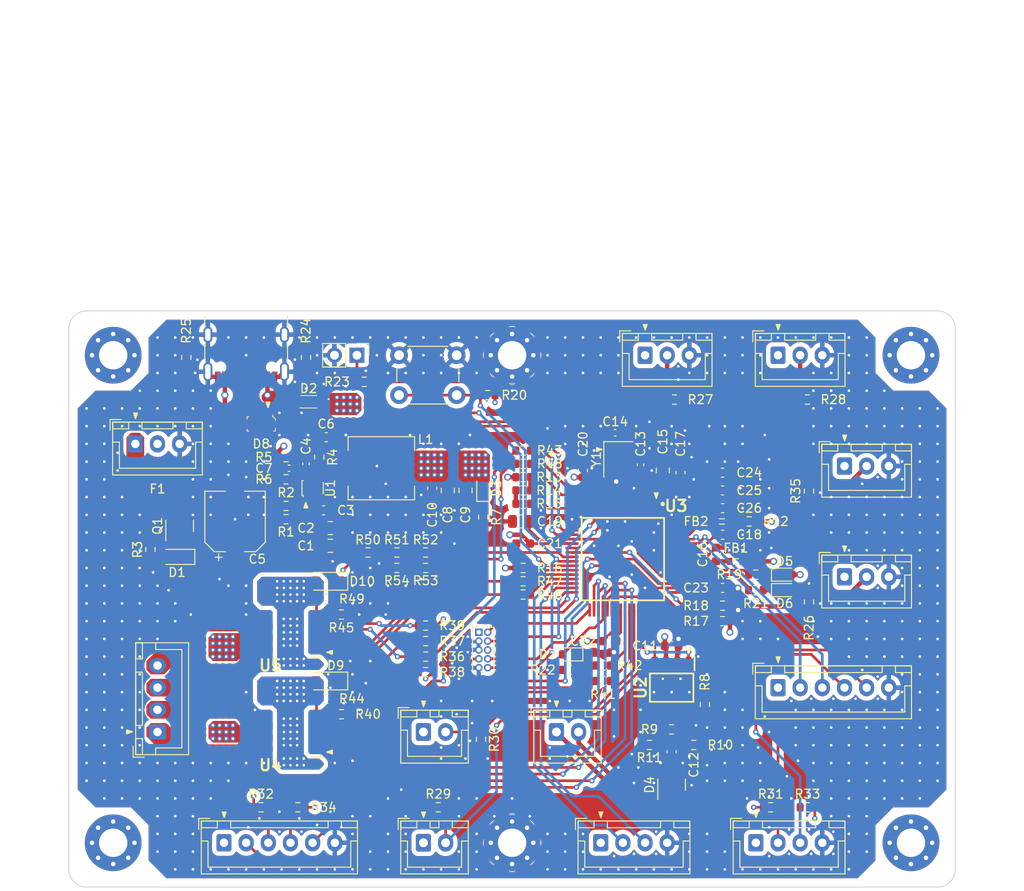
<source format=kicad_pcb>
(kicad_pcb (version 20221018) (generator pcbnew)
  (layers (0 "F.Cu" signal) (1 "In1.Cu" signal) (2 "In2.Cu" signal) (31 "B.Cu" signal) (34 "B.Paste" user) (35 "F.Paste" user) (36 "B.SilkS" user "B.Silkscreen") (37 "F.SilkS" user "F.Silkscreen") (38 "B.Mask" user) (39 "F.Mask" user) (44 "Edge.Cuts" user))
  (net 0 "")
  (net 1 "+3V3")
  (net 2 "+5V")
  (net 3 "GND")
  (net 4 "+12V")
  (net 5 "Net-(U1-SS)")
  (net 6 "Net-(C6-Pad1)")
  (net 7 "Net-(U1-SW)")
  (net 8 "Net-(U1-FB)")
  (net 9 "Net-(C12-Pad1)")
  (net 10 "A0")
  (net 11 "A1")
  (net 12 "A2")
  (net 13 "Net-(D1-A)")
  (net 14 "VBUS")
  (net 15 "Net-(D3-K)")
  (net 16 "CANL")
  (net 17 "CANH")
  (net 18 "Net-(D5-K)")
  (net 19 "Net-(D6-K)")
  (net 20 "Net-(D7-K)")
  (net 21 "SCK{slash}13")
  (net 22 "USB_D_M")
  (net 23 "USB_D_P")
  (net 24 "Net-(D9-A)")
  (net 25 "Net-(D10-A)")
  (net 26 "Net-(Q1-D)")
  (net 27 "+BATT")
  (net 28 "/MCU/AREF")
  (net 29 "4")
  (net 30 "5")
  (net 31 "P411_DIAG_EN_1")
  (net 32 "P410_DIAG_EN_2")
  (net 33 "P409_STATUS_1")
  (net 34 "P408_STATUS_2")
  (net 35 "P205_OPT_I{slash}O")
  (net 36 "P204_SHUTDOWN_DETECT")
  (net 37 "~{RESET}")
  (net 38 "8")
  (net 39 "9")
  (net 40 "SWCLK")
  (net 41 "SWDIO")
  (net 42 "MOSI{slash}11")
  (net 43 "MISO{slash}12")
  (net 44 "CS{slash}10")
  (net 45 "P113_OPT_I{slash}O")
  (net 46 "7")
  (net 47 "6")
  (net 48 "2")
  (net 49 "3")
  (net 50 "SDA{slash}A4")
  (net 51 "SCL{slash}A5")
  (net 52 "SCI_TX")
  (net 53 "SCI_RX")
  (net 54 "P013")
  (net 55 "P012")
  (net 56 "P004_OPT_I{slash}O")
  (net 57 "P003_OPT_I{slash}O")
  (net 58 "A3")
  (net 59 "PRECHARGE_OUT")
  (net 60 "SHUTDOWN_CIRCUIT")
  (net 61 "READY_TO_DRIVE_LED_OUT")
  (net 62 "AIR_M_OUT")
  (net 63 "AIR_P_OUT")
  (net 64 "CC1")
  (net 66 "CC2")
  (net 68 "Net-(U1-EN)")
  (net 69 "Net-(U1-BST)")
  (net 70 "Net-(R14-Pad1)")
  (net 72 "BOOT")
  (net 73 "TX{slash}1")
  (net 74 "RX{slash}0")
  (net 76 "Net-(R50-Pad2)")
  (net 77 "Net-(R51-Pad2)")
  (net 78 "Net-(R53-Pad2)")
  (net 79 "Net-(U3-P213{slash}XTAL)")
  (net 80 "Net-(U3-P212{slash}EXTAL)")
  (net 81 "Net-(U3-VCL)")
  (net 82 "Net-(U3-AVCC0)")
  (net 83 "Net-(U3-P010{slash}VREFH0)")
  (net 84 "Net-(U2-STB)")
  (net 85 "Net-(U3-P407)")
  (net 86 "Net-(U3-P200)")
  (net 87 "Net-(U3-P500)")
  (net 88 "Net-(U4-~{ST1})")
  (net 89 "Net-(U4-~{ST2})")
  (net 90 "Net-(U4-CL)")
  (net 91 "Net-(U4-IN1)")
  (net 92 "Net-(U4-IN2)")
  (net 93 "Net-(U4-DIAG_EN)")
  (net 94 "Net-(U5-CL)")
  (net 95 "Net-(U5-IN1)")
  (net 96 "Net-(U5-IN2)")
  (net 97 "Net-(U5-DIAG_EN)")
  (footprint "Resistor_SMD:R_0603_1608Metric" (layer "F.Cu") (at 151.25 85.75 180)
    (fp_text reference "R43")
    (fp_text value "15k")
  )
  (footprint "Capacitor_SMD:C_0402_1005Metric" (layer "F.Cu") (at 161.63 83.75 180)
    (fp_text reference "C14")
    (fp_text value "8p")
  )
  (footprint "ProjectEV-kicad-library:Identifier_1pin" (layer "F.Cu") (at 122.5 81)
    (fp_text reference "REF**" hide)
    (fp_text value "Identifier_1pin")
  )
  (footprint "ProjectEV-kicad-library:Identifier_1pin" (layer "F.Cu") (at 129 119.75 -90)
    (fp_text reference "REF**" hide)
    (fp_text value "Identifier_1pin")
  )
  (footprint "Resistor_SMD:R_0603_1608Metric" (layer "F.Cu") (at 151.25 90.25)
    (fp_text reference "R14")
    (fp_text value "5.1k")
  )
  (footprint "Resistor_SMD:R_0603_1608Metric" (layer "F.Cu") (at 113.25 75.25 -90)
    (fp_text reference "R25")
    (fp_text value "15k")
  )
  (footprint "Connector_JST:JST_XH_B3B-XH-A_1x03_P2.50mm_Vertical" (layer "F.Cu") (at 180 75)
    (fp_text reference "J5" hide)
    (fp_text value "Conn_01x03_Pin")
  )
  (footprint "Crystal:Crystal_SMD_3225-4Pin_3.2x2.5mm" (layer "F.Cu") (at 162 86.75 -90)
    (fp_text reference "Y1")
    (fp_text value "ABM8W-12.0000MHZ-8-K1Z-T3")
  )
  (footprint "Resistor_SMD:R_0603_1608Metric" (layer "F.Cu") (at 137 99 180)
    (fp_text reference "R54")
    (fp_text value "15k")
  )
  (footprint "Resistor_SMD:R_0603_1608Metric" (layer "F.Cu") (at 141.675 126 180)
    (fp_text reference "R29")
    (fp_text value "15k")
  )
  (footprint "Capacitor_SMD:C_0603_1608Metric" (layer "F.Cu") (at 173.75 90.25)
    (fp_text reference "C25")
    (fp_text value "0.1u")
  )
  (footprint "Resistor_SMD:R_0603_1608Metric" (layer "F.Cu") (at 151.25 100.5 180)
    (fp_text reference "R47")
    (fp_text value "15k")
  )
  (footprint "Resistor_SMD:R_0603_1608Metric" (layer "F.Cu") (at 124.5 89 180)
    (fp_text reference "R6")
    (fp_text value "10k")
  )
  (footprint "MountingHole:MountingHole_3.2mm_M3_Pad_Via" (layer "F.Cu") (at 195 130)
    (fp_text reference "REF**" hide)
    (fp_text value "MountingHole_3.2mm_M3_Pad_Via")
  )
  (footprint "Diode_SMD:D_SOD-123F" (layer "F.Cu") (at 129.25 111.75 180)
    (fp_text reference "D9")
    (fp_text value "RB160M-30TR")
  )
  (footprint "Resistor_SMD:R_0603_1608Metric" (layer "F.Cu") (at 176.75 93.75 180)
    (fp_text reference "R12")
    (fp_text value "5.1k")
  )
  (footprint "ProjectEV-kicad-library:L_MGAH0603" (layer "F.Cu") (at 135.25 87.75)
    (fp_text reference "L1")
    (fp_text value "22u")
  )
  (footprint "MountingHole:MountingHole_3.2mm_M3_Pad_Via" (layer "F.Cu") (at 150 130)
    (fp_text reference "REF**" hide)
    (fp_text value "MountingHole_3.2mm_M3_Pad_Via")
  )
  (footprint "Capacitor_SMD:C_0603_1608Metric" (layer "F.Cu") (at 173 97.475 90)
    (fp_text reference "C16")
    (fp_text value "0.1u")
  )
  (footprint "Resistor_SMD:R_0603_1608Metric" (layer "F.Cu") (at 183.5 102.825 -90)
    (fp_text reference "R26")
    (fp_text value "100k")
  )
  (footprint "Resistor_SMD:R_0603_1608Metric" (layer "F.Cu") (at 129 113.75)
    (fp_text reference "R44")
    (fp_text value "1k")
  )
  (footprint "Capacitor_SMD:C_0805_2012Metric" (layer "F.Cu") (at 129.5 94.5)
    (fp_text reference "C2")
    (fp_text value "10u")
  )
  (footprint "Resistor_SMD:R_0603_1608Metric" (layer "F.Cu") (at 121.675 126)
    (fp_text reference "R32")
    (fp_text value "3k")
  )
  (footprint "Capacitor_SMD:C_0603_1608Metric" (layer "F.Cu") (at 169 88.25 -90)
    (fp_text reference "C17")
    (fp_text value "0.1u")
  )
  (footprint "Resistor_SMD:R_0603_1608Metric" (layer "F.Cu") (at 133.325 78 180)
    (fp_text reference "R23")
    (fp_text value "15k")
  )
  (footprint "Resistor_SMD:R_0603_1608Metric" (layer "F.Cu") (at 151.25 99 180)
    (fp_text reference "R16")
    (fp_text value "15k")
  )
  (footprint "ProjectEV-kicad-library:Identifier_1pin" (layer "F.Cu") (at 170 108.5)
    (fp_text reference "REF**" hide)
    (fp_text value "Identifier_1pin")
  )
  (footprint "Connector_JST:JST_XH_B6B-XH-A_1x06_P2.50mm_Vertical" (layer "F.Cu") (at 117.5 130)
    (fp_text reference "J13" hide)
    (fp_text value "Conn_01x06_Pin")
  )
  (footprint "Resistor_SMD:R_0603_1608Metric" (layer "F.Cu") (at 137 97.25)
    (fp_text reference "R51")
    (fp_text value "15k")
  )
  (footprint "Resistor_SMD:R_0603_1608Metric" (layer "F.Cu") (at 160.25 110 180)
    (fp_text reference "R42")
    (fp_text value "15k")
  )
  (footprint "MountingHole:MountingHole_3.2mm_M3_Pad_Via" (layer "F.Cu") (at 105 75)
    (fp_text reference "REF**" hide)
    (fp_text value "MountingHole_3.2mm_M3_Pad_Via")
  )
  (footprint "ProjectEV-kicad-library:Identifier_1pin" (layer "F.Cu") (at 155 114.75)
    (fp_text reference "REF**" hide)
    (fp_text value "Identifier_1pin")
  )
  (footprint "Resistor_SMD:R_0603_1608Metric" (layer "F.Cu") (at 146.5 118.325 -90)
    (fp_text reference "R30")
    (fp_text value "15k")
  )
  (footprint "Diode_SMD:D_SOD-123F" (layer "F.Cu") (at 129.25 100.5 180)
    (fp_text reference "D10")
    (fp_text value "RB160M-30TR")
  )
  (footprint "LED_SMD:LED_0603_1608Metric" (layer "F.Cu") (at 146.75 90 90)
    (fp_text reference "D3")
    (fp_text value "LED_R")
  )
  (footprint "Fuse:Fuse_0402_1005Metric" (layer "F.Cu") (at 110 91.25)
    (fp_text reference "F1")
    (fp_text value "ERB-RD1R50X")
  )
  (footprint "Resistor_SMD:R_0603_1608Metric" (layer "F.Cu") (at 140.25 107.25 180)
    (fp_text reference "R37")
    (fp_text value "15k")
  )
  (footprint "Connector_JST:JST_XH_B2B-XH-A_1x02_P2.50mm_Vertical" (layer "F.Cu") (at 140 130)
    (fp_text reference "J7" hide)
    (fp_text value "Conn_01x02_Pin")
  )
  (footprint "Capacitor_SMD:C_0805_2012Metric" (layer "F.Cu") (at 151 93.75)
    (fp_text reference "C19")
    (fp_text value "4.7u")
  )
  (footprint "Resistor_SMD:R_0603_1608Metric" (layer "F.Cu") (at 156.4625 110.5 180)
    (fp_text reference "R22")
    (fp_text value "300")
  )
  (footprint "Capacitor_SMD:C_0603_1608Metric" (layer "F.Cu") (at 151.25 96.25 180)
    (fp_text reference "C21")
    (fp_text value "0.1u")
  )
  (footprint "Capacitor_SMD:C_0603_1608Metric" (layer "F.Cu") (at 161 107.25)
    (fp_text reference "C22")
    (fp_text value "0.1u")
  )
  (footprint "Connector_JST:JST_XH_B3B-XH-A_1x03_P2.50mm_Vertical" (layer "F.Cu") (at 187.5 87.5)
    (fp_text reference "J14" hide)
    (fp_text value "Conn_01x03_Pin")
  )
  (footprint "Resistor_SMD:R_0603_1608Metric" (layer "F.Cu") (at 183.325 80)
    (fp_text reference "R28")
    (fp_text value "100k")
  )
  (footprint "Connector_JST:JST_XH_B4B-XH-A_1x04_P2.50mm_Vertical" (layer "F.Cu") (at 110 117.5 90)
    (fp_text reference "J11" hide)
    (fp_text value "Conn_01x04_Pin")
  )
  (footprint "Capacitor_SMD:C_0805_2012Metric" (layer "F.Cu") (at 167 88 -90)
    (fp_text reference "C15")
    (fp_text value "4.7u")
  )
  (footprint "Resistor_SMD:R_0603_1608Metric" (layer "F.Cu") (at 125.825 126 180)
    (fp_text reference "R34")
    (fp_text value "3k")
  )
  (footprint "Resistor_SMD:R_0603_1608Metric" (layer "F.Cu") (at 173.75 105)
    (fp_text reference "R17")
    (fp_text value "100k")
  )
  (footprint "ProjectEV-kicad-library:SOP65P640X120-17N" (layer "F.Cu") (at 125 117.5 180)
    (fp_text reference "U4")
    (fp_text value "TPS2H160AQPWPRQ1" hide)
  )
  (footprint "Capacitor_SMD:C_0603_1608Metric" (layer "F.Cu") (at 158 88 90)
    (fp_text reference "C20")
    (fp_text value "0.1u")
  )
  (footprint "ProjectEV-kicad-library:Identifier_1pin" (layer "F.Cu") (at 187.5 97.25)
    (fp_text reference "REF**" hide)
    (fp_text value "Identifier_1pin")
  )
  (footprint "ProjectEV-kicad-library:Identifier_1pin" (layer "F.Cu") (at 160.25 85.75 90)
    (fp_text reference "REF**" hide)
    (fp_text value "Identifier_1pin")
  )
  (footprint "MountingHole:MountingHole_3.2mm_M3_Pad_Via" (layer "F.Cu") (at 105 130)
    (fp_text reference "REF**" hide)
    (fp_text value "MountingHole_3.2mm_M3_Pad_Via")
  )
  (footprint "Resistor_SMD:R_0603_1608Metric" (layer "F.Cu") (at 151.25 88.75 180)
    (fp_text reference "R13")
    (fp_text value "5.1k")
  )
  (footprint "Resistor_SMD:R_0603_1608Metric" (layer "F.Cu") (at 151.25 102 180)
    (fp_text reference "R46")
    (fp_text value "15k")
  )
  (footprint "ProjectEV-kicad-library:Identifier_1pin" (layer "F.Cu") (at 180 72.25)
    (fp_text reference "REF**" hide)
    (fp_text value "Identifier_1pin")
  )
  (footprint "Capacitor_SMD:C_0805_2012Metric" (layer "F.Cu") (at 144.75 90.25 -90)
    (fp_text reference "C9")
    (fp_text value "22u")
  )
  (footprint "ProjectEV-kicad-library:Identifier_1pin" (layer "F.Cu") (at 126.75 91.5 180)
    (fp_text reference "REF**" hide)
    (fp_text value "Identifier_1pin")
  )
  (footprint "Package_TO_SOT_SMD:SOT-23" (layer "F.Cu") (at 112.5 94.25 90)
    (fp_text reference "Q1")
    (fp_text value "AO3401A")
  )
  (footprint "Resistor_SMD:R_0603_1608Metric" (layer "F.Cu") (at 128.25 86.5 90)
    (fp_text reference "R4")
    (fp_text value "0")
  )
  (footprint "digikey-footprints:TO-253-4" (layer "F.Cu") (at 121.7 82.75 -90)
    (fp_text reference "D8")
    (fp_text value "PRTR5V0U2X_215")
  )
  (footprint "ProjectEV-kicad-library:Identifier_1pin" (layer "F.Cu") (at 180 109.75)
    (fp_text reference "REF**" hide)
    (fp_text value "Identifier_1pin")
  )
  (footprint "ProjectEV-kicad-library:5077CR-16-SMC2-BK-TR" (layer "F.Cu") (at 120 73.75 180)
    (fp_text reference "J2" hide)
    (fp_text value "USB_C_Receptacle")
  )
  (footprint "Resistor_SMD:R_0603_1608Metric" (layer "F.Cu") (at 173.75 103.25 180)
    (fp_text reference "R18")
    (fp_text value "13.7k")
  )
  (footprint "Connector_JST:JST_XH_B4B-XH-A_1x04_P2.50mm_Vertical" (layer "F.Cu") (at 177.5 130)
    (fp_text reference "J12" hide)
    (fp_text value "Conn_01x04_Pin")
  )
  (footprint "Capacitor_SMD:C_0603_1608Metric" (layer "F.Cu") (at 173.75 88.25)
    (fp_text reference "C24")
    (fp_text value "0.1u")
  )
  (footprint "Resistor_SMD:R_0603_1608Metric" (layer "F.Cu") (at 171.75 114.386 90)
    (fp_text reference "R8")
    (fp_text value "15k")
  )
  (footprint "ProjectEV-kicad-library:QFP50P1200X1200X170-64N" (layer "F.Cu") (at 162.5 98 -90)
    (fp_text reference "U3")
    (fp_text value "R7FA4M1AB3CFM#AA0" hide)
  )
  (footprint "Connector_JST:JST_XH_B2B-XH-A_1x02_P2.50mm_Vertical" (layer "F.Cu") (at 140 117.5)
    (fp_text reference "J8" hide)
    (fp_text value "Conn_01x02_Pin")
  )
  (footprint "Resistor_SMD:R_0603_1608Metric" (layer "F.Cu") (at 177.5 101.5 180)
    (fp_text reference "R21")
    (fp_text value "300")
  )
  (footprint "Capacitor_SMD:C_0603_1608Metric" (layer "F.Cu") (at 173.75 95.25)
    (fp_text reference "C18")
    (fp_text value "1u")
  )
  (footprint "Capacitor_SMD:C_0603_1608Metric" (layer "F.Cu") (at 128.75 92.5)
    (fp_text reference "C3")
    (fp_text value "0.1u")
  )
  (footprint "LED_SMD:LED_0603_1608Metric" (layer "F.Cu") (at 180.75 99.75)
    (fp_text reference "D5")
    (fp_text value "LED_G")
  )
  (footprint "Resistor_SMD:R_0603_1608Metric" (layer "F.Cu") (at 151.25 87.25 180)
    (fp_text reference "R48")
    (fp_text value "15k")
  )
  (footprint "ProjectEV-kicad-library:Identifier_1pin" (layer "F.Cu") (at 165 72.25)
    (fp_text reference "REF**" hide)
    (fp_text value "Identifier_1pin")
  )
  (footprint "ProjectEV-kicad-library:Identifier_1pin" (layer "F.Cu") (at 166.25 91)
    (fp_text reference "REF**" hide)
    (fp_text value "Identifier_1pin")
  )
  (footprint "LED_SMD:LED_0603_1608Metric" (layer "F.Cu") (at 180.75 101.5)
    (fp_text reference "D6")
    (fp_text value "LED_G")
  )
  (footprint "Resistor_SMD:R_0603_1608Metric" (layer "F.Cu") (at 124.5 86.5 180)
    (fp_text reference "R5")
    (fp_text value "52.3k")
  )
  (footprint "Resistor_SMD:R_0603_1608Metric" (layer "F.Cu") (at 170.5 118.961 180)
    (fp_text reference "R10")
    (fp_text value "60.4")
  )
  (footprint "ProjectEV-kicad-library:Identifier_1pin" (layer "F.Cu") (at 187.5 84.75)
    (fp_text reference "REF**" hide)
    (fp_text value "Identifier_1pin")
  )
  (footprint "Button_Switch_THT:SW_PUSH_6mm_H7.3mm" (layer "F.Cu") (at 137.25 75)
    (fp_text reference "SW1" hide)
    (fp_text value "SW_Push")
  )
  (footprint "ProjectEV-kicad-library:Identifier_1pin" (layer "F.Cu") (at 107.5 82.25)
    (fp_text reference "REF**" hide)
    (fp_text value "Identifier_1pin")
  )
  (footprint "Capacitor_SMD:C_0402_1005Metric" (layer "F.Cu") (at 124.845 87.75)
    (fp_text reference "C7")
    (fp_text value "47p")
  )
  (footprint "MountingHole:MountingHole_3.2mm_M3_Pad_Via" (layer "F.Cu") (at 195 75)
    (fp_text reference "REF**" hide)
    (fp_text value "MountingHole_3.2mm_M3_Pad_Via")
  )
  (footprint "Capacitor_SMD:C_0603_1608Metric" (layer "F.Cu") (at 141 90 -90)
    (fp_text reference "C10")
    (fp_text value "0.1u")
  )
  (footprint "Connector_JST:JST_XH_B6B-XH-A_1x06_P2.50mm_Vertical" (layer "F.Cu") (at 180 112.5)
    (fp_text reference "J16" hide)
    (fp_text value "Conn_01x06_Pin")
  )
  (footprint "ProjectEV-kicad-library:SOIC127P600X175-8N" (layer "F.Cu") (at 168 112.5 -90)
    (fp_text reference "U2")
    (fp_text value "TCAN1042DQ1" hide)
  )
  (footprint "Capacitor_SMD:C_0402_1005Metric" (layer "F.Cu") (at 164.5 87.37 -90)
    (fp_text reference "C13")
    (fp_text value "8p")
  )
  (footprint "Resistor_SMD:R_0603_1608Metric" (layer "F.Cu") (at 146.75 93.25 -90)
    (fp_text reference "R7")
    (fp_text value "300")
  )
  (footprint "MountingHole:MountingHole_3.2mm_M3_Pad_Via" (layer "F.Cu") (at 150 75)
    (fp_text reference "REF**" hide)
    (fp_text value "MountingHole_3.2mm_M3_Pad_Via")
  )
  (footprint "ProjectEV-kicad-library:Identifier_1pin" (layer "F.Cu") (at 129 108.5 -90)
    (fp_text reference "REF**" hide)
    (fp_text value "Identifier_1pin")
  )
  (footprint "Resistor_SMD:R_0603_1608Metric" (layer "F.Cu") (at 183.5 90.325 -90)
    (fp_text reference "R35")
    (fp_text value "100k")
  )
  (footprint "Capacitor_SMD:C_0603_1608Metric" (layer "F.Cu") (at 129.025 84.25)
    (fp_text reference "C6")
    (fp_text value "0.1u")
  )
  (footprint "Package_TO_SOT_SMD:SOT-583-8" (layer "F.Cu") (at 127.5 90 90)
    (fp_text reference "U1")
    (fp_text value "TPS62933")
  )
  (footprint "Resistor_SMD:R_0603_1608Metric" (layer "F.Cu") (at 140.25 110.75 180)
    (fp_text reference "R38")
    (fp_text value "15k")
  )
  (footprint "Package_TO_SOT_SMD:SOT-23" (layer "F.Cu") (at 168 123.461 90)
    (fp_text reference "D4")
    (fp_text value "NUP2105L")
  )
  (footprint "Resistor_SMD:R_0603_1608Metric" (layer "F.Cu") (at 160.25 111.75 180)
    (fp_text reference "R41")
    (fp_text value "15k")
  )
  (footprint "ProjectEV-kicad-library:Identifier_1pin" (layer "F.Cu") (at 117.5 127.25)
    (fp_text reference "REF**" hide)
    (fp_text value "Identifier_1pin")
  )
  (footprint "Resistor_SMD:R_0603_1608Metric" (layer "F.Cu") (at 130.75 104.25)
    (fp_text reference "R45")
    (fp_text value "1k")
  )
  (footprint "Capacitor_SMD:C_0603_1608Metric" (layer "F.Cu") (at 168 119.736 -90)
    (fp_text reference "C12")
    (fp_text value "0.1u")
  )
  (footprint "LED_SMD:LED_0603_1608Metric" (layer "F.Cu") (at 156.5 108.75 180)
    (fp_text reference "D7")
    (fp_text value "LED_G")
  )
  (footprint "Resistor_SMD:R_0603_1608Metric" (layer "F.Cu") (at 133.75 97.25)
    (fp_text reference "R50")
    (fp_text value "15k")
  )
  (footprint "Connector_JST:JST_XH_B3B-XH-A_1x03_P2.50mm_Vertical" (layer "F.Cu") (at 107.5 85)
    (fp_text reference "J6" hide)
    (fp_text value "Conn_01x03_Pin")
  )
  (footprint "Diode_SMD:D_SOD-323_HandSoldering" (layer "F.Cu") (at 112.2 97.75 180)
    (fp_text reference "D1")
    (fp_text value "UDZVTE-175.1B")
  )
  (footprint "ProjectEV-kicad-library:Identifier_1pin" (layer "F.Cu") (at 140 114.75)
    (fp_text reference "REF**" hide)
    (fp_text value "Identifier_1pin")
  )
  (footprint "Connector_JST:JST_XH_B4B-XH-A_1x04_P2.50mm_Vertical" (layer "F.Cu") (at 160 130)
    (fp_text reference "J10" hide)
    (fp_text value "Conn_01x04_Pin")
  )
  (footprint "Capacitor_SMD:C_0603_1608Metric" (layer "F.Cu") (at 173.75 101.25)
    (fp_text reference "C23")
    (fp_text value "0.1u")
  )
  (footprint "digikey-footprints:0603" (layer "F.Cu") (at 173.675 93.75 180)
    (fp_text reference "FB2")
    (fp_text value "BLM18PG471SN1D")
  )
  (footprint "Resistor_SMD:R_0603_1608Metric" (layer "F.Cu") (at 124.5 93.5 180)
    (fp_text reference "R1")
    (fp_text value "430k")
  )
  (footprint "digikey-footprints:0603" (layer "F.Cu") (at 175.25 98.25 180)
    (fp_text reference "FB1")
    (fp_text value "BLM18PG471SN1D")
  )
  (footprint "ProjectEV-kicad-library:CUHS20S40H3F" (layer "F.Cu") (at 127.05 80.25 180)
    (fp_text reference "D2")
    (fp_text value "CUHS20S30" hide)
  )
  (footprint "Connector_JST:JST_XH_B3B-XH-A_1x03_P2.50mm_Vertical" (layer "F.Cu") (at 187.5 100)
    (fp_text reference "J3" hide)
    (fp_text value "Conn_01x03_Pin")
  )
  (footprint "Resistor_SMD:R_0603_1608Metric" (layer "F.Cu") (at 109.2 96.925 90)
    (fp_text reference "R3")
    (fp_text value "15k")
  )
  (footprint "Resistor_SMD:R_0603_1608Metric" (layer "F.Cu") (at 129 102.5)
    (fp_text reference "R49")
    (fp_text value "1k")
  )
  (footprint "Resistor_SMD:R_0603_1608Metric" (layer "F.Cu") (at 165.5 118.961 180)
    (fp_text reference "R11")
    (fp_text value "60.4")
  )
  (footprint "Resistor_SMD:R_0603_1608Metric" (layer "F.Cu") (at 147.25 79.5 180)
    (fp_text reference "R20")
    (fp_text value "15k")
  )
  (footprint "Capacitor_SMD:C_0603_1608Metric" (layer "F.Cu") (at 168 107.789)
    (fp_text reference "C11")
    (fp_text value "0.1u")
  )
  (footprint "Capacitor_SMD:C_0805_2012Metric" (layer "F.Cu") (at 142.75 90.25 -90)
    (fp_text reference "C8")
    (fp_text value "22u")
  )
  (footprint "Capacitor_SMD:C_0402_1005Metric" (layer "F.Cu") (at 126.75 87.25 90)
    (fp_text reference "C4")
    (fp_text value "33n")
  )
  (footprint "Resistor_SMD:R_0603_1608Metric" (layer "F.Cu") (at 130.75 115.5)
    (fp_text reference "R40")
    (fp_text value "1k")
  )
  (footprint "Resistor_SMD:R_0603_1608Metric" (layer "F.Cu") (at 183.325 126 180)
    (fp_text reference "R33")
    (fp_text value "3k")
  )
  (footprint "Connector_JST:JST_XH_B2B-XH-A_1x02_P2.50mm_Vertical" (layer "F.Cu") (at 155 117.5)
    (fp_text reference "J9" hide)
    (fp_text value "Conn_01x02_Pin")
  )
  (footprint "ProjectEV-kicad-library:Identifier_1pin" (layer "F.Cu") (at 140 127.25)
    (fp_text reference "REF**" hide)
    (fp_text value "Identifier_1pin")
  )
  (footprint "ProjectEV-kicad-library:SOP65P640X120-17N" (layer "F.Cu") (at 125 106.25 180)
    (fp_text reference "U5")
    (fp_text value "TPS2H160AQPWPRQ1" hide)
  )
  (footprint "Resistor_SMD:R_0603_1608Metric" (layer "F.Cu") (at 168 117.211 180)
    (fp_text reference "R9")
    (fp_text value "1k")
  )
  (footprint "ProjectEV-kicad-library:Identifier_1pin" (layer "F.Cu") (at 160 127.25)
    (fp_text reference "REF**" hide)
    (fp_text value "Identifier_1pin")
  )
  (footprint "ProjectEV-kicad-library:Identifier_1pin" (layer "F.Cu") (at 107.25 117.5 90)
    (fp_text reference "REF**" hide)
    (fp_text value "Identifier_1pin")
  )
  (footprint "Resistor_SMD:R_0603_1608Metric" (layer "F.Cu") (at 140.25 97.25)
    (fp_text reference "R52")
    (fp_text value "15k")
  )
  (footprint "Capacitor_SMD:C_0603_1608Metric" (layer "F.Cu") (at 173.75 92.25)
    (fp_text reference "C26")
    (fp_text value "0.1u")
  )
  (footprint "ProjectEV-kicad-library:Identifier_1pin" (layer "F.Cu") (at 177.5 127.25)
    (fp_text reference "REF**" hide)
    (fp_text value "Identifier_1pin")
  )
  (footprint "Resistor_SMD:R_0603_1608Metric" (layer "F.Cu") (at 140.25 109)
    (fp_text reference "R36")
    (fp_text value "15k")
  )
  (footprint "Connector_JST:JST_XH_B3B-XH-A_1x03_P2.50mm_Vertical" (layer "F.Cu") (at 165 75)
    (fp_text reference "J4" hide)
    (fp_text value "Conn_01x03_Pin")
  )
  (footprint "Resistor_SMD:R_0603_1608Metric" (layer "F.Cu") (at 151.25 91.75 180)
    (fp_text reference "R15")
    (fp_text value "5.1k")
  )
  (footprint "Resistor_SMD:R_0603_1608Metric" (layer "F.Cu") (at 179.175 126)
    (fp_text reference "R31")
    (fp_text value "3k")
  )
  (footprint "Resistor_SMD:R_0603_1608Metric" (layer "F.Cu") (at 124.5 92 180)
    (fp_text reference "R2")
    (fp_text value "51.1k")
  )
  (footprint "Resistor_SMD:R_0603_1608Metric" (layer "F.Cu") (at 140.25 105.5 180)
    (fp_text reference "R39")
    (fp_text value "15k")
  )
  (footprint "Resistor_SMD:R_0603_1608Metric" (layer "F.Cu") (at 140.25 99 180)
    (fp_text reference "R53")
    (fp_text value "15k")
  )
  (footprint "Resistor_SMD:R_0603_1608Metric" (layer "F.Cu") (at 168.325 80)
    (fp_text reference "R27")
    (fp_text value "100k")
  )
  (footprint "Capacitor_SMD:CP_Elec_6.3x5.4_Nichicon" (layer "F.Cu") (at 118.75 93.75 90)
    (fp_text reference "C5")
    (fp_text value "47u")
  )
  (footprint "Resistor_SMD:R_0603_1608Metric" (layer "F.Cu") (at 126.75 75.25 -90)
    (fp_text reference "R24")
    (fp_text value "15k")
  )
  (footprint "Connector_PinHeader_2.54mm:PinHeader_1x02_P2.54mm_Vertical" (layer "F.Cu") (at 132.5 75 -90)
    (fp_text reference "J1" hide)
    (fp_text value "Conn_01x02_Pin")
  )
  (footprint "Capacitor_SMD:C_0805_2012Metric" (layer "F.Cu") (at 129.5 96.5)
    (fp_text reference "C1")
    (fp_text value "10u")
  )
  (footprint "Resistor_SMD:R_0603_1608Metric" (layer "F.Cu") (at 177.5 99.75 180)
    (fp_text reference "R19")
    (fp_text value "300")
  )
  (footprint "Connector_PinHeader_1.00mm:PinHeader_2x05_P1.00mm_Vertical" (layer "F.Cu") (at 146.25 106.25)
    (fp_text reference "J15" hide)
    (fp_text value "Conn_02x05_Odd_Even")
  )
  (gr_arc (start 200 133) (mid 199.414214 134.414214) (end 198 135) (stroke (width 0.1)) (layer "Edge.Cuts"))
  (gr_line (start 102 135) (end 198 135) (stroke (width 0.1)) (layer "Edge.Cuts"))
  (gr_arc (start 100 72) (mid 100.585786 70.585786) (end 102 70) (stroke (width 0.1)) (layer "Edge.Cuts"))
  (gr_line (start 200 133) (end 200 72) (stroke (width 0.1)) (layer "Edge.Cuts"))
  (gr_line (start 198 70) (end 102 70) (stroke (width 0.1)) (layer "Edge.Cuts"))
  (gr_arc (start 102 135) (mid 100.585786 134.414214) (end 100 133) (stroke (width 0.1)) (layer "Edge.Cuts"))
  (gr_line (start 100 72) (end 100 133) (stroke (width 0.1)) (layer "Edge.Cuts"))
  (gr_arc (start 198 70) (mid 199.414214 70.585786) (end 200 72) (stroke (width 0.1)) (layer "Edge.Cuts"))
  (segment (start 156.762 95.75) (end 162.3495 95.75) (width 0.3) (layer "F.Cu") (net 1))
  (segment (start 165.25 90.75) (end 167.275 90.75) (width 0.3) (layer "F.Cu") (net 1))
  (segment (start 164.75 92.262) (end 164.75 91.25) (width 0.3) (layer "F.Cu") (net 1))
  (segment (start 164.75 91.25) (end 165.25 90.75) (width 0.3) (layer "F.Cu") (net 1))
  (segment (start 153 95.75) (end 151.95 94.7) (width 0.3) (layer "F.Cu") (net 1))
  (segment (start 151.95 94.7) (end 151.95 93.75) (width 0.3) (layer "F.Cu") (net 1))
  (segment (start 167.275 90.75) (end 169 89.025) (width 0.3) (layer "F.Cu") (net 1))
  (segment (start 164.75 93.3495) (end 164.75 92.262) (width 0.3) (layer "F.Cu") (net 1))
  (segment (start 162.3495 95.75) (end 164.75 93.3495) (width 0.3) (layer "F.Cu") (net 1))
  (segment (start 156.762 95.75) (end 153 95.75) (width 0.3) (layer "F.Cu") (net 1))
  (segment (start 126.65 126) (end 127.75 126) (width 0.3) (layer "F.Cu") (net 2))
  (segment (start 152.025 96.25) (end 156.762 96.25) (width 0.3) (layer "F.Cu") (net 2))
  (segment (start 181.5375 99.75) (end 181.5375 101.5) (width 0.5) (layer "F.Cu") (net 2))
  (segment (start 167.225 106.75) (end 167.225 107.789) (width 0.5) (layer "F.Cu") (net 2))
  (segment (start 174.575 106.25) (end 174.575 105) (width 0.5) (layer "F.Cu") (net 2))
  (segment (start 181.5375 99.75) (end 182.5 99.75) (width 0.5) (layer "F.Cu") (net 2))
  (segment (start 120.85 124.75) (end 120.85 126) (width 0.3) (layer "F.Cu") (net 2))
  (segment (start 149.5 88.75) (end 150.425 88.75) (width 0.5) (layer "F.Cu") (net 2))
  (segment (start 161.75 103.738) (end 161.75 105.725) (width 0.3) (layer "F.Cu") (net 2))
  (segment (start 123.675 86.5) (end 123.675 87.06) (width 0.5) (layer "F.Cu") (net 2))
  (segment (start 141.5 105.5) (end 142.25 104.75) (width 0.3) (layer "F.Cu") (net 2))
  (segment (start 177.575 93.75) (end 179.25 93.75) (width 0.5) (layer "F.Cu") (net 2))
  (segment (start 148.075 80.325) (end 148.075 79.5) (width 0.3) (layer "F.Cu") (net 2))
  (segment (start 150.425 99) (end 149.25 99) (width 0.5) (layer "F.Cu") (net 2))
  (segment (start 158 88.775) (end 158.975 89.75) (width 0.3) (layer "F.Cu") (net 2))
  (segment (start 141 110.75) (end 140.25 111.5) (width 0.3) (layer "F.Cu") (net 2))
  (segment (start 141.075 110.75) (end 141 110.75) (width 0.3) (layer "F.Cu") (net 2))
  (segment (start 146.575 78) (end 134.15 78) (width 0.3) (layer "F.Cu") (net 2))
  (segment (start 184.15 127.25) (end 184.15 126) (width 0.3) (layer "F.Cu") (net 2))
  (segment (start 157 88.75) (end 157.025 88.775) (width 0.5) (layer "F.Cu") (net 2))
  (segment (start 149.75 95.25) (end 151.025 95.25) (width 0.5) (layer "F.Cu") (net 2))
  (segment (start 123.675 85.825) (end 124.25 85.25) (width 0.5) (layer "F.Cu") (net 2))
  (segment (start 151.025 95.25) (end 152.025 96.25) (width 0.5) (layer "F.Cu") (net 2))
  (segment (start 161.75 105.725) (end 160.225 107.25) (width 0.3) (layer "F.Cu") (net 2))
  (segment (start 161.25 90.75) (end 161.25 92.262) (width 0.3) (layer "F.Cu") (net 2))
  (segment (start 157.025 88.775) (end 158 88.775) (width 0.5) (layer "F.Cu") (net 2))
  (segment (start 148.075 79.5) (end 146.575 78) (width 0.3) (layer "F.Cu") (net 2))
  (segment (start 167.365 107.929) (end 167.225 107.789) (width 0.5) (layer "F.Cu") (net 2))
  (segment (start 175.95 98.25) (end 179.5 98.25) (width 0.5) (layer "F.Cu") (net 2))
  (segment (start 158.975 89.75) (end 160.25 89.75) (width 0.3) (layer "F.Cu") (net 2))
  (segment (start 123.675 87.06) (end 124.365 87.75) (width 0.5) (layer "F.Cu") (net 2))
  (segment (start 178.35 126) (end 177.25 126) (width 0.3) (layer "F.Cu") (net 2))
  (segment (start 141.075 105.5) (end 141.5 105.5) (width 0.3) (layer "F.Cu") (net 2))
  (segment (start 160.25 89.75) (end 161.25 90.75) (width 0.3) (layer "F.Cu") (net 2))
  (segment (start 123.675 86.5) (end 123.675 85.825) (width 0.5) (layer "F.Cu") (net 2))
  (segment (start 160.225 107.25) (end 158.5 107.25) (width 0.5) (layer "F.Cu") (net 2))
  (segment (start 167.365 109.789) (end 167.365 107.929) (width 0.5) (layer "F.Cu") (net 2))
  (via (at 131 81.25) (size 0.6) (drill 0.3) (layers "F.Cu" "B.Cu") (net 2))
  (via (at 130.25 81.25) (size 0.6) (drill 0.3) (layers "F.Cu" "B.Cu") (net 2))
  (via (at 145.5 87.75) (size 0.6) (drill 0.3) (layers "F.Cu" "B.Cu") (net 2))
  (via (at 139.75 87.75) (size 0.6) (drill 0.3) (layers "F.Cu" "B.Cu") (net 2))
  (via (at 144.75 87.75) (size 0.6) (drill 0.3) (layers "F.Cu" "B.Cu") (net 2))
  (via (at 142 87) (size 0.6) (drill 0.3) (layers "F.Cu" "B.Cu") (net 2))
  (via (at 139.75 86.25) (size 0.6) (drill 0.3) (layers "F.Cu" "B.Cu") (net 2))
  (via (at 147 88.5) (size 0.6) (drill 0.3) (layers "F.Cu" "B.Cu") (net 2))
  (via (at 157 88.75) (size 0.8) (drill 0.5) (layers "F.Cu" "B.Cu") (net 2))
  (via (at 179.25 93.75) (size 0.8) (drill 0.5) (layers "F.Cu" "B.Cu") (net 2))
  (via (at 146.25 88.5) (size 0.6) (drill 0.3) (layers "F.Cu" "B.Cu") (net 2))
  (via (at 142 86.25) (size 0.6) (drill 0.3) (layers "F.Cu" "B.Cu") (net 2))
  (via (at 142.25 104.75) (size 0.6) (drill 0.3) (layers "F.Cu" "B.Cu") (net 2))
  (via (at 131 79.75) (size 0.6) (drill 0.3) (layers "F.Cu" "B.Cu") (net 2))
  (via (at 120.85 124.75) (size 0.6) (drill 0.3) (layers "F.Cu" "B.Cu") (net 2))
  (via (at 149.75 95.25) (size 0.8) (drill 0.5) (layers "F.Cu" "B.Cu") (net 2))
  (via (at 132.5 79.75) (size 0.6) (drill 0.3) (layers "F.Cu" "B.Cu") (net 2))
  (via (at 177.25 126) (size 0.6) (drill 0.3) (layers "F.Cu" "B.Cu") (net 2))
  (via (at 148.075 80.325) (size 0.6) (drill 0.3) (layers "F.Cu" "B.Cu") (net 2))
  (via (at 167.225 106.75) (size 0.8) (drill 0.5) (layers "F.Cu" "B.Cu") (net 2))
  (via (at 146.25 87.75) (size 0.6) (drill 0.3) (layers "F.Cu" "B.Cu") (net 2))
  (via (at 142 88.5) (size 0.6) (drill 0.3) (layers "F.Cu" "B.Cu") (net 2))
  (via (at 130.25 80.5) (size 0.6) (drill 0.3) (layers "F.Cu" "B.Cu") (net 2))
  (via (at 140.5 86.25) (size 0.6) (drill 0.3) (layers "F.Cu" "B.Cu") (net 2))
  (via (at 147 86.25) (size 0.6) (drill 0.3) (layers "F.Cu" "B.Cu") (net 2))
  (via (at 147 87.75) (size 0.6) (drill 0.3) (layers "F.Cu" "B.Cu") (net 2))
  (via (at 144.75 88.5) (size 0.6) (drill 0.3) (layers "F.Cu" "B.Cu") (net 2))
  (via (at 140.5 88.5) (size 0.6) (drill 0.3) (layers "F.Cu" "B.Cu") (net 2))
  (via (at 144.75 87) (size 0.6) (drill 0.3) (layers "F.Cu" "B.Cu") (net 2))
  (via (at 144.75 86.25) (size 0.6) (drill 0.3) (layers "F.Cu" "B.Cu") (net 2))
  (via (at 145.5 88.5) (size 0.6) (drill 0.3) (layers "F.Cu" "B.Cu") (net 2))
  (via (at 139.75 87) (size 0.6) (drill 0.3) (layers "F.Cu" "B.Cu") (net 2))
  (via (at 140.25 111.5) (size 0.6) (drill 0.3) (layers "F.Cu" "B.Cu") (net 2))
  (via (at 131.75 79.75) (size 0.6) (drill 0.3) (layers "F.Cu" "B.Cu") (net 2))
  (via (at 184.15 127.25) (size 0.6) (drill 0.3) (layers "F.Cu" "B.Cu") (net 2))
  (via (at 141.25 86.25) (size 0.6) (drill 0.3) (layers "F.Cu" "B.Cu") (net 2))
  (via (at 149.25 99) (size 0.8) (drill 0.5) (layers "F.Cu" "B.Cu") (net 2))
  (via (at 149.5 88.75) (size 0.8) (drill 0.5) (layers "F.Cu" "B.Cu") (net 2))
  (via (at 132.5 81.25) (size 0.6) (drill 0.3) (layers "F.Cu" "B.Cu") (net 2))
  (via (at 140.5 87) (size 0.6) (drill 0.3) (layers "F.Cu" "B.Cu") (net 2))
  (via (at 130.25 79.75) (size 0.6) (drill 0.3) (layers "F.Cu" "B.Cu") (net 2))
  (via (at 174.575 106.25) (size 0.8) (drill 0.5) (layers "F.Cu" "B.Cu") (net 2))
  (via (at 131.75 80.5) (size 0.6) (drill 0.3) (layers "F.Cu" "B.Cu") (net 2))
  (via (at 141.25 88.5) (size 0.6) (drill 0.3) (layers "F.Cu" "B.Cu") (net 2))
  (via (at 132.5 80.5) (size 0.6) (drill 0.3) (layers "F.Cu" "B.Cu") (net 2))
  (via (at 147 87) (size 0.6) (drill 0.3) (layers "F.Cu" "B.Cu") (net 2))
  (via (at 141.25 87.75) (size 0.6) (drill 0.3) (layers "F.Cu" "B.Cu") (net 2))
  (via (at 158.5 107.25) (size 0.8) (drill 0.5) (layers "F.Cu" "B.Cu") (net 2))
  (via (at 139.75 88.5) (size 0.6) (drill 0.3) (layers "F.Cu" "B.Cu") (net 2))
  (via (at 131 80.5) (size 0.6) (drill 0.3) (layers "F.Cu" "B.Cu") (net 2))
  (via (at 146.25 86.25) (size 0.6) (drill 0.3) (layers "F.Cu" "B.Cu") (net 2))
  (via (at 141.25 87) (size 0.6) (drill 0.3) (layers "F.Cu" "B.Cu") (net 2))
  (via (at 145.5 87) (size 0.6) (drill 0.3) (layers "F.Cu" "B.Cu") (net 2))
  (via (at 145.5 86.25) (size 0.6) (drill 0.3) (layers "F.Cu" "B.Cu") (net 2))
  (via (at 124.25 85.25) (size 0.8) (drill 0.5) (layers "F.Cu" "B.Cu") (net 2))
  (via (at 146.25 87) (size 0.6) (drill 0.3) (layers "F.Cu" "B.Cu") (net 2))
  (via (at 142 87.75) (size 0.6) (drill 0.3) (layers "F.Cu" "B.Cu") (net 2))
  (via (at 131.75 81.25) (size 0.6) (drill 0.3) (layers "F.Cu" "B.Cu") (net 2))
  (via (at 127.75 126) (size 0.6) (drill 0.3) (layers "F.Cu" "B.Cu") (net 2))
  (via (at 179.5 98.25) (size 0.8) (drill 0.5) (layers "F.Cu" "B.Cu") (net 2))
  (via (at 182.5 99.75) (size 0.8) (drill 0.5) (layers "F.Cu" "B.Cu") (net 2))
  (via (at 140.5 87.75) (size 0.6) (drill 0.3) (layers "F.Cu" "B.Cu") (net 2))
  (segment (start 152.5 91.75) (end 153.25 92.5) (width 0.3) (layer "F.Cu") (net 3))
  (segment (start 162.75 92.262) (end 162.75 93.75) (width 0.3) (layer "F.Cu") (net 3))
  (segment (start 175.440046 101.25) (end 175.470023 101.279977) (width 0.5) (layer "F.Cu") (net 3))
  (segment (start 121.225 115.225) (end 121 115) (width 0.3) (layer "F.Cu") (net 3))
  (segment (start 161.15 87.85) (end 161.15 88.65) (width 0.5) (layer "F.Cu") (net 3))
  (segment (start 162.25 106.25) (end 161.775 106.725) (width 0.3) (layer "F.Cu") (net 3))
  (segment (start 168.775 107) (end 168.775 107.789) (width 0.5) (layer "F.Cu") (net 3))
  (segment (start 162.25 103.738) (end 162.25 106.25) (width 0.3) (layer "F.Cu") (net 3))
  (segment (start 168.238 97.75) (end 171.95 97.75) (width 0.3) (layer "F.Cu") (net 3))
  (segment (start 152.075 91.75) (end 152.5 91.75) (width 0.3) (layer "F.Cu") (net 3))
  (segment (start 161.775 106.725) (end 161.775 107.25) (width 0.3) (layer "F.Cu") (net 3))
  (segment (start 123.2 77.43) (end 123.745 77.43) (width 0.5) (layer "F.Cu") (net 3))
  (segment (start 122.062 115.225) (end 121.225 115.225) (width 0.3) (layer "F.Cu") (net 3))
  (segment (start 175 103.25) (end 175.5 103.75) (width 0.5) (layer "F.Cu") (net 3))
  (segment (start 168 120.511) (end 168 122.5235) (width 0.5) (layer "F.Cu") (net 3))
  (segment (start 171.95 97.75) (end 173 96.7) (width 0.3) (layer "F.Cu") (net 3))
  (segment (start 123.745 77.43) (end 124.32 76.855) (width 0.5) (layer "F.Cu") (net 3))
  (segment (start 168.635 107.929) (end 168.775 107.789) (width 0.5) (layer "F.Cu") (net 3))
  (segment (start 156.762 93.5) (end 156.762 94.25) (width 0.3) (layer "F.Cu") (net 3))
  (segment (start 161.15 88.65) (end 161.75 89.25) (width 0.5) (layer "F.Cu") (net 3))
  (segment (start 161.775 108.225) (end 161.5 108.5) (width 0.5) (layer "F.Cu") (net 3))
  (segment (start 174.525 101.25) (end 175.440046 101.25) (width 0.5) (layer "F.Cu") (net 3))
  (segment (start 168.635 109.789) (end 168.635 107.929) (width 0.5) (layer "F.Cu") (net 3))
  (segment (start 161.775 107.25) (end 161.775 108.225) (width 0.5) (layer "F.Cu") (net 3))
  (segment (start 122.062 103.975) (end 120.475 103.975) (width 0.3) (layer "F.Cu") (net 3))
  (segment (start 174.575 103.25) (end 175 103.25) (width 0.5) (layer "F.Cu") (net 3))
  (via (at 184 93) (size 0.6) (drill 0.3) (layers "F.Cu" "B.Cu") (net 3))
  (via (at 196 123) (size 0.6) (drill 0.3) (layers "F.Cu" "B.Cu") (net 3))
  (via (at 170 85) (size 0.6) (drill 0.3) (layers "F.Cu" "B.Cu") (net 3))
  (via (at 136 125) (size 0.6) (drill 0.3) (layers "F.Cu" "B.Cu") (net 3))
  (via (at 142 120.5) (size 0.6) (drill 0.3) (layers "F.Cu" "B.Cu") (net 3))
  (via (at 104 85) (size 0.6) (drill 0.3) (layers "F.Cu" "B.Cu") (net 3))
  (via (at 194 113) (size 0.6) (drill 0.3) (layers "F.Cu" "B.Cu") (net 3))
  (via (at 102 111) (size 0.6) (drill 0.3) (layers "F.Cu" "B.Cu") (net 3))
  (via (at 166 120.25) (size 0.6) (drill 0.3) (layers "F.Cu" "B.Cu") (net 3))
  (via (at 158 133) (size 0.6) (drill 0.3) (layers "F.Cu" "B.Cu") (net 3))
  (via (at 158 129) (size 0.6) (drill 0.3) (layers "F.Cu" "B.Cu") (net 3))
  (via (at 112 127) (size 0.6) (drill 0.3) (layers "F.Cu" "B.Cu") (net 3))
  (via (at 156 129) (size 0.6) (drill 0.3) (layers "F.Cu" "B.Cu") (net 3))
  (via (at 194 85) (size 0.6) (drill 0.3) (layers "F.Cu" "B.Cu") (net 3))
  (via (at 104 109) (size 0.6) (drill 0.3) (layers "F.Cu" "B.Cu") (net 3))
  (via (at 198 87) (size 0.6) (drill 0.3) (layers "F.Cu" "B.Cu") (net 3))
  (via (at 129.5 109.5) (size 0.6) (drill 0.3) (layers "F.Cu" "B.Cu") (net 3))
  (via (at 164.25 121.5) (size 0.6) (drill 0.3) (layers "F.Cu" "B.Cu") (net 3))
  (via (at 106 109) (size 0.6) (drill 0.3) (layers "F.Cu" "B.Cu") (net 3))
  (via (at 188 95) (size 0.6) (drill 0.3) (layers "F.Cu" "B.Cu") (net 3))
  (via (at 132 101) (size 0.6) (drill 0.3) (layers "F.Cu" "B.Cu") (net 3))
  (via (at 104 119) (size 0.6) (drill 0.3) (layers "F.Cu" "B.Cu") (net 3))
  (via (at 116 125) (size 0.6) (drill 0.3) (layers "F.Cu" "B.Cu") (net 3))
  (via (at 186 125) (size 0.6) (drill 0.3) (layers "F.Cu" "B.Cu") (net 3))
  (via (at 138.5 84) (size 0.6) (drill 0.3) (layers "F.Cu" "B.Cu") (net 3))
  (via (at 196 91) (size 0.6) (drill 0.3) (layers "F.Cu" "B.Cu") (net 3))
  (via (at 170 91) (size 0.6) (drill 0.3) (layers "F.Cu" "B.Cu") (net 3))
  (via (at 172 75) (size 0.6) (drill 0.3) (layers "F.Cu" "B.Cu") (net 3))
  (via (at 134 73) (size 0.6) (drill 0.3) (layers "F.Cu" "B.Cu") (net 3))
  (via (at 190 107) (size 0.6) (drill 0.3) (layers "F.Cu" "B.Cu") (net 3))
  (via (at 110 81) (size 0.6) (drill 0.3) (layers "F.Cu" "B.Cu") (net 3))
  (via (at 192 117) (size 0.6) (drill 0.3) (layers "F.Cu" "B.Cu") (net 3))
  (via (at 180 73) (size 0.6) (drill 0.3) (layers "F.Cu" "B.Cu") (net 3))
  (via (at 108 93) (size 0.6) (drill 0.3) (layers "F.Cu" "B.Cu") (net 3))
  (via (at 160 133) (size 0.6) (drill 0.3) (layers "F.Cu" "B.Cu") (net 3))
  (via (at 144 131) (size 0.6) (drill 0.3) (layers "F.Cu" "B.Cu") (net 3))
  (via (at 132 93) (size 0.6) (drill 0.3) (layers "F.Cu" "B.Cu") (net 3))
  (via (at 176 117) (size 0.6) (drill 0.3) (layers "F.Cu" "B.Cu") (net 3))
  (via (at 105.5 88) (size 0.6) (drill 0.3) (layers "F.Cu" "B.Cu") (net 3))
  (via (at 184 115) (size 0.6) (drill 0.3) (layers "F.Cu" "B.Cu") (net 3))
  (via (at 123.75 84) (size 0.6) (drill 0.3) (layers "F.Cu" "B.Cu") (net 3))
  (via (at 181.25 131.25) (size 0.6) (drill 0.3) (layers "F.Cu" "B.Cu") (net 3))
  (via (at 183.75 131.25) (size 0.6) (drill 0.3) (layers "F.Cu" "B.Cu") (net 3))
  (via (at 104 87) (size 0.6) (drill 0.3) (layers "F.Cu" "B.Cu") (net 3))
  (via (at 108 101) (size 0.6) (drill 0.3) (layers "F.Cu" "B.Cu") (net 3))
  (via (at 163.75 123.25) (size 0.6) (drill 0.3) (layers "F.Cu" "B.Cu") (net 3))
  (via (at 104 81) (size 0.6) (drill 0.3) (layers "F.Cu" "B.Cu") (net 3))
  (via (at 120 101) (size 0.6) (drill 0.3) (layers "F.Cu" "B.Cu") (net 3))
  (via (at 184 123) (size 0.6) (drill 0.3) (layers "F.Cu" "B.Cu") (net 3))
  (via (at 198 101) (size 0.6) (drill 0.3) (layers "F.Cu" "B.Cu") (net 3))
  (via (at 179 131.5) (size 0.6) (drill 0.3) (layers "F.Cu" "B.Cu") (net 3))
  (via (at 190 127) (size 0.6) (drill 0.3) (layers "F.Cu" "B.Cu") (net 3))
  (via (at 178 107) (size 0.6) (drill 0.3) (layers "F.Cu" "B.Cu") (net 3))
  (via (at 129.25 111) (size 0.6) (drill 0.3) (layers "F.Cu" "B.Cu") (net 3))
  (via (at 134.75 87.5) (size 0.6) (drill 0.3) (layers "F.Cu" "B.Cu") (net 3))
  (via (at 126.25 81.5) (size 0.6) (drill 0.3) (layers "F.Cu" "B.Cu") (net 3))
  (via (at 188 109) (size 0.6) (drill 0.3) (layers "F.Cu" "B.Cu") (net 3))
  (via (at 188 91) (size 0.6) (drill 0.3) (layers "F.Cu" "B.Cu") (net 3))
  (via (at 161.5 118) (size 0.6) (drill 0.3) (layers "F.Cu" "B.Cu") (net 3))
  (via (at 186 73) (size 0.6) (drill 0.3) (layers "F.Cu" "B.Cu") (net 3))
  (via (at 102 109) (size 0.6) (drill 0.3) (layers "F.Cu" "B.Cu") (net 3))
  (via (at 162 77) (size 0.6) (drill 0.3) (layers "F.Cu" "B.Cu") (net 3))
  (via (at 132 113) (size 0.6) (drill 0.3) (layers "F.Cu" "B.Cu") (net 3))
  (via (at 172 121.25) (size 0.6) (drill 0.3) (layers "F.Cu" "B.Cu") (net 3))
  (via (at 138 129) (size 0.6) (drill 0.3) (layers "F.Cu" "B.Cu") (net 3))
  (via (at 120 73) (size 0.6) (drill 0.3) (layers "F.Cu" "B.Cu") (net 3))
  (via (at 161.5 131.5) (size 0.6) (drill 0.3) (layers "F.Cu" "B.Cu") (net 3))
  (via (at 181.5 114) (size 0.6) (drill 0.3) (layers "F.Cu" "B.Cu") (net 3))
  (via (at 136 129) (size 0.6) (drill 0.3) (layers "F.Cu" "B.Cu") (net 3))
  (via (at 102 93) (size 0.6) (drill 0.3) (layers "F.Cu" "B.Cu") (net 3))
  (via (at 130 73) (size 0.6) (drill 0.3) (layers "F.Cu" "B.Cu") (net 3))
  (via (at 102 101) (size 0.6) (drill 0.3) (layers "F.Cu" "B.Cu") (net 3))
  (via (at 104 101) (size 0.6) (drill 0.3) (layers "F.Cu" "B.Cu") (net 3))
  (via (at 120.25 93) (size 0.6) (drill 0.3) (layers "F.Cu" "B.Cu") (net 3))
  (via (at 163.75 131.25) (size 0.6) (drill 0.3) (layers "F.Cu" "B.Cu") (net 3))
  (via (at 102 113) (size 0.6) (drill 0.3) (layers "F.Cu" "B.Cu") (net 3))
  (via (at 142 114) (size 0.6) (drill 0.3) (layers "F.Cu" "B.Cu") (net 3))
  (via (at 191.25 88.75) (size 0.6) (drill 0.3) (layers "F.Cu" "B.Cu") (net 3))
  (via (at 186 105) (size 0.6) (drill 0.3) (layers "F.Cu" "B.Cu") (net 3))
  (via (at 194 117) (size 0.6) (drill 0.3) (layers "F.Cu" "B.Cu") (net 3))
  (via (at 144 127) (size 0.6) (drill 0.3) (layers "F.Cu" "B.Cu") (net 3))
  (via (at 196 81) (size 0.6) (drill 0.3) (layers "F.Cu" "B.Cu") (net 3))
  (via (at 188 105) (size 0.6) (drill 0.3) (layers "F.Cu" "B.Cu") (net 3))
  (via (at 188 107) (size 0.6) (drill 0.3) (layers "F.Cu" "B.Cu") (net 3))
  (via (at 116 123) (size 0.6) (drill 0.3) (layers "F.Cu" "B.Cu") (net 3))
  (via (at 145.25 84) (size 0.6) (drill 0.3) (layers "F.Cu" "B.Cu") (net 3))
  (via (at 174 121) (size 0.6) (drill 0.3) (layers "F.Cu" "B.Cu") (net 3))
  (via (at 156 73) (size 0.6) (drill 0.3) (layers "F.Cu" "B.Cu") (net 3))
  (via (at 184 73) (size 0.6) (drill 0.3) (layers "F.Cu" "B.Cu") (net 3))
  (via (at 170 113) (size 0.6) (drill 0.3) (layers "F.Cu" "B.Cu") (net 3))
  (via (at 114 131) (size 0.6) (drill 0.3) (layers "F.Cu" "B.Cu") (net 3))
  (via (at 188 133) (size 0.6) (drill 0.3) (layers "F.Cu" "B.Cu") (net 3))
  (via (at 196 87) (size 0.6) (drill 0.3) (layers "F.Cu" "B.Cu") (net 3))
  (via (at 142 95) (size 0.6) (drill 0.3) (layers "F.Cu" "B.Cu") (net 3))
  (via (at 108 113) (size 0.6) (drill 0.3) (layers "F.Cu" "B.Cu") (net 3))
  (via (at 192 93) (size 0.6) (drill 0.3) (layers "F.Cu" "B.Cu") (net 3))
  (via (at 172 87) (size 0.6) (drill 0.3) (layers "F.Cu" "B.Cu") (net 3))
  (via (at 161 100) (size 0.6) (drill 0.3) (layers "F.Cu" "B.Cu") (net 3))
  (via (at 163.5 96) (size 0.6) (drill 0.3) (layers "F.Cu" "B.Cu") (net 3))
  (via (at 174 113) (size 0.6) (drill 0.3) (layers "F.Cu" "B.Cu") (net 3))
  (via (at 108 109) (size 0.6) (drill 0.3) (layers "F.Cu" "B.Cu") (net 3))
  (via (at 120 121) (size 0.6) (drill 0.3) (layers "F.Cu" "B.Cu") (net 3))
  (via (at 178.5 115.75) (size 0.6) (drill 0.3) (layers "F.Cu" "B.Cu") (net 3))
  (via (at 120 104.25) (size 0.6) (drill 0.3) (layers "F.Cu" "B.Cu") (net 3))
  (via (at 145.5 116.5) (size 0.6) (drill 0.3) (layers "F.Cu" "B.Cu") (net 3))
  (via (at 196 101) (size 0.6) (drill 0.3) (layers "F.Cu" "B.Cu") (net 3))
  (via (at 112 77) (size 0.6) (drill 0.3) (layers "F.Cu" "B.Cu") (net 3))
  (via (at 148 127) (size 0.6) (drill 0.3) (layers "F.Cu" "B.Cu") (net 3))
  (via (at 110 127) (size 0.6) (drill 0.3) (layers "F.Cu" "B.Cu") (net 3))
  (via (at 110 75) (size 0.6) (drill 0.3) (layers "F.Cu" "B.Cu") (net 3))
  (via (at 158 77) (size 0.6) (drill 0.3) (layers "F.Cu" "B.Cu") (net 3))
  (via (at 122 93) (size 0.6) (drill 0.3) (layers "F.Cu" "B.Cu") (net 3))
  (via (at 154 77) (size 0.6) (drill 0.3) (layers "F.Cu" "B.Cu") (net 3))
  (via (at 146 73) (size 0.6) (drill 0.3) (layers "F.Cu" "B.Cu") (net 3))
  (via (at 142 77) (size 0.6) (drill 0.3) (layers "F.Cu" "B.Cu") (net 3))
  (via (at 162 121.5) (size 0.6) (drill 0.3) (layers "F.Cu" "B.Cu") (net 3))
  (via (at 176 92.25) (size 0.6) (drill 0.3) (layers "F.Cu" "B.Cu") (net 3))
  (via (at 191.25 98.75) (size 0.6) (drill 0.3) (layers "F.Cu" "B.Cu") (net 3))
  (via (at 176 97) (size 0.6) (drill 0.3) (layers "F.Cu" "B.Cu") (net 3))
  (via (at 156 133) (size 0.6) (drill 0.3) (layers "F.Cu" "B.Cu") (net 3))
  (via (at 102 97) (size 0.6) (drill 0.3) (layers "F.Cu" "B.Cu") (net 3))
  (via (at 179.25 96.75) (size 0.6) (drill 0.3) (layers "F.Cu" "B.Cu") (net 3))
  (via (at 190 73) (size 0.6) (drill 0.3) (layers "F.Cu" "B.Cu") (net 3))
  (via (at 159 87.75) (size 0.6) (drill 0.3) (layers "F.Cu" "B.Cu") (net 3))
  (via (at 122 87) (size 0.6) (drill 0.3) (layers "F.Cu" "B.Cu") (net 3))
  (via (at 186 123) (size 0.6) (drill 0.3) (layers "F.Cu" "B.Cu") (net 3))
  (via (at 116 133) (size 0.6) (drill 0.3) (layers "F.Cu" "B.Cu") (net 3))
  (via (at 188.75 113.75) (size 0.6) (drill 0.3) (layers "F.Cu" "B.Cu") (net 3))
  (via (at 192 119) (size 0.6) (drill 0.3) (layers "F.Cu" "B.Cu") (net 3))
  (via (at 165.75 88) (size 0.6) (drill 0.3) (layers "F.Cu" "B.Cu") (net 3))
  (via (at 136 73) (size 0.6) (drill 0.3) (layers "F.Cu" "B.Cu") (net 3))
  (via (at 132 111) (size 0.6) (drill 0.3) (layers "F.Cu" "B.Cu") (net 3))
  (via (at 126 73) (size 0.6) (drill 0.3) (layers "F.Cu" "B.Cu") (net 3))
  (via (at 145 108.5) (size 0.6) (drill 0.3) (layers "F.Cu" "B.Cu") (net 3))
  (via (at 170 129) (size 0.6) (drill 0.3) (layers "F.Cu" "B.Cu") (net 3))
  (via (at 190 105) (size 0.6) (drill 0.3) (layers "F.Cu" "B.Cu") (net 3))
  (via (at 146 133) (size 0.6) (drill 0.3) (layers "F.Cu" "B.Cu") (net 3))
  (via (at 198 123) (size 0.6) (drill 0.3) (layers "F.Cu" "B.Cu") (net 3))
  (via (at 194 105) (size 0.6) (drill 0.3) (layers "F.Cu" "B.Cu") (net 3))
  (via (at 184.5 106.75) (size 0.6) (drill 0.3) (layers "F.Cu" "B.Cu") (net 3))
  (via (at 183.5 124.75) (size 0.6) (drill 0.3) (layers "F.Cu" "B.Cu") (net 3))
  (via (at 106 107) (size 0.6) (drill 0.3) (layers "F.Cu" "B.Cu") (net 3))
  (via (at 192 91) (size 0.6) (drill 0.3) (layers "F.Cu" "B.Cu") (net 3))
  (via (at 131.75 109.5) (size 0.6) (drill 0.3) (layers "F.Cu" "B.Cu") (net 3))
  (via (at 132.75 104.25) (size 0.6) (drill 0.3) (layers "F.Cu" "B.Cu") (net 3))
  (via (at 146 125) (size 0.6) (drill 0.3) (layers "F.Cu" "B.Cu") (net 3))
  (via (at 176 119) (size 0.6) (drill 0.3) (layers "F.Cu" "B.Cu") (net 3))
  (via (at 180 133) (size 0.6) (drill 0.3) (layers "F.Cu" "B.Cu") (net 3))
  (via (at 130 91) (size 0.6) (drill 0.3) (layers "F.Cu" "B.Cu") (net 3))
  (via (at 188 131) (size 0.6) (drill 0.3) (layers "F.Cu" "B.Cu") (net 3))
  (via (at 186 93) (size 0.6) (drill 0.3) (layers "F.Cu" "B.Cu") (net 3))
  (via (at 168.75 76.25) (size 0.6) (drill 0.3) (layers "F.Cu" "B.Cu") (net 3))
  (via (at 179 117.5) (size 0.6) (drill 0.3) (layers "F.Cu" "B.Cu") (net 3))
  (via (at 191.25 113.75) (size 0.6) (drill 0.3) (layers "F.Cu" "B.Cu") (net 3))
  (via (at 112 103) (size 0.6) (drill 0.3) (layers "F.Cu" "B.Cu") (net 3))
  (via (at 188 81) (size 0.6) (drill 0.3) (layers "F.Cu" "B.Cu") (net 3))
  (via (at 190 129) (size 0.6) (drill 0.3) (layers "F.Cu" "B.Cu") (net 3))
  (via (at 102 123) (size 0.6) (drill 0.3) (layers "F.Cu" "B.Cu") (net 3))
  (via (at 160 75) (size 0.6) (drill 0.3) (layers "F.Cu" "B.Cu") (net 3))
  (via (at 138 91) (size 0.6) (drill 0.3) (layers "F.Cu" "B.Cu") (net 3))
  (via (at 166 95) (size 0.6) (drill 0.3) (layers "F.Cu" "B.Cu") (net 3))
  (via (at 104 115) (size 0.6) (drill 0.3) (layers "F.Cu" "B.Cu") (net 3))
  (via (at 102 115) (size 0.6) (drill 0.3) (layers "F.Cu" "B.Cu") (net 3))
  (via (at 186.25 128.75) (size 0.6) (drill 0.3) (layers "F.Cu" "B.Cu") (net 3))
  (via (at 192 81) (size 0.6) (drill 0.3) (layers "F.Cu" "B.Cu") (net 3))
  (via (at 181 98.5) (size 0.6) (drill 0.3) (layers "F.Cu" "B.Cu") (net 3))
  (via (at 166.25 131.25) (size 0.6) (drill 0.3) (layers "F.Cu" "B.Cu") (net 3))
  (via (at 166 123.25) (size 0.6) (drill 0.3) (layers "F.Cu" "B.Cu") (net 3))
  (via (at 102 81) (size 0.6) (drill 0.3) (layers "F.Cu" "B.Cu") (net 3))
  (via (at 132 120.75) (size 0.6) (drill 0.3) (layers "F.Cu" "B.Cu") (net 3))
  (via (at 172 111) (size 0.6) (drill 0.3) (layers "F.Cu" "B.Cu") (net 3))
  (via (at 186 91) (size 0.6) (drill 0.3) (layers "F.Cu" "B.Cu") (net 3))
  (via (at 156.25 87.75) (size 0.6) (drill 0.3) (layers "F.Cu" "B.Cu") (net 3))
  (via (at 138 131) (size 0.6) (drill 0.3) (layers "F.Cu" "B.Cu") (net 3))
  (via (at 174.5 97) (size 0.6) (drill 0.3) (layers "F.Cu" "B.Cu") (net 3))
  (via (at 198 113) (size 0.6) (drill 0.3) (layers "F.Cu" "B.Cu") (net 3))
  (via (at 178 75) (size 0.6) (drill 0.3) (layers "F.Cu" "B.Cu") (net 3))
  (via (at 188 79) (size 0.6) (drill 0.3) (layers "F.Cu" "B.Cu") (net 3))
  (via (at 176 75) (size 0.6) (drill 0.3) (layers "F.Cu" "B.Cu") (net 3))
  (via (at 170.25 86.5) (size 0.6) (drill 0.3) (layers "F.Cu" "B.Cu") (net 3))
  (via (at 108 97) (size 0.6) (drill 0.3) (layers "F.Cu" "B.Cu") (net 3))
  (via (at 116 87) (size 0.6) (drill 0.3) (layers "F.Cu" "B.Cu") (net 3))
  (via (at 186 95) (size 0.6) (drill 0.3) (layers "F.Cu" "B.Cu") (net 3))
  (via (at 180 107) (size 0.6) (drill 0.3) (layers "F.Cu" "B.Cu") (net 3))
  (via (at 108 123) (size 0.6) (drill 0.3) (layers "F.Cu" "B.Cu") (net 3))
  (via (at 164 133) (size 0.6) (drill 0.3) (layers "F.Cu" "B.Cu") (net 3))
  (via (at 129.5 126.5) (size 0.6) (drill 0.3) (layers "F.Cu" "B.Cu") (net 3))
  (via (at 120.25 91) (size 0.6) (drill 0.3) (layers "F.Cu" "B.Cu") (net 3))
  (via (at 182 115) (size 0.6) (drill 0.3) (layers "F.Cu" "B.Cu") (net 3))
  (via (at 198 117) (size 0.6) (drill 0.3) (layers "F.Cu" "B.Cu") (net 3))
  (via (at 144 133) (size 0.6) (drill 0.3) (layers "F.Cu" "B.Cu") (net 3))
  (via (at 196 115) (size 0.6) (drill 0.3) (layers "F.Cu" "B.Cu") (net 3))
  (via (at 136 101) (size 0.6) (drill 0.3) (layers "F.Cu" "B.Cu") (net 3))
  (via (at 162 73) (size 0.6) (drill 0.3) (layers "F.Cu" "B.Cu") (net 3))
  (via (at 110 103) (size 0.6) (drill 0.3) (layers "F.Cu" "B.Cu") (net 3))
  (via (at 104 105) (size 0.6) (drill 0.3) (layers "F.Cu" "B.Cu") (net 3))
  (via (at 154 83.25) (size 0.6) (drill 0.3) (layers "F.Cu" "B.Cu") (net 3))
  (via (at 190 79) (size 0.6) (drill 0.3) (layers "F.Cu" "B.Cu") (net 3))
  (via (at 190 91) (size 0.6) (drill 0.3) (layers "F.Cu" "B.Cu") (net 3))
  (via (at 134 103) (size 0.6) (drill 0.3) (layers "F.Cu" "B.Cu") (net 3))
  (via (at 171 109) (size 0.6) (drill 0.3) (layers "F.Cu" "B.Cu") (net 3))
  (via (at 145.5 114) (size 0.6) (drill 0.3) (layers "F.Cu" "B.Cu") (net 3))
  (via (at 198 109) (size 0.6) (drill 0.3) (layers "F.Cu" "B.Cu") (net 3))
  (via (at 164 83) (size 0.6) (drill 0.3) (layers "F.Cu" "B.Cu") (net 3))
  (via (at 170 133) (size 0.6) (drill 0.3) (layers "F.Cu" "B.Cu") (net 3))
  (via (at 121 115) (size 0.6) (drill 0.3) (layers "F.Cu" "B.Cu") (net 3))
  (via (at 146 77) (size 0.6) (drill 0.3) (layers "F.Cu" "B.Cu") (net 3))
  (via (at 142 85) (size 0.6) (drill 0.3) (layers "F.Cu" "B.Cu") (net 3))
  (via (at 163.5 120) (size 0.6) (drill 0.3) (layers "F.Cu" "B.Cu") (net 3))
  (via (at 118 87) (size 0.6) (drill 0.3) (layers "F.Cu" "B.Cu") (net 3))
  (via (at 186 81) (size 0.6) (drill 0.3) (layers "F.Cu" "B.Cu") (net 3))
  (via (at 106 115) (size 0.6) (drill 0.3) (layers "F.Cu" "B.Cu") (net 3))
  (via (at 181 122.5) (size 0.6) (drill 0.3) (layers "F.Cu" "B.Cu") (net 3))
  (via (at 114 123) (size 0.6) (drill 0.3) (layers "F.Cu" "B.Cu") (net 3))
  (via (at 133.5 76.75) (size 0.6) (drill 0.3) (layers "F.Cu" "B.Cu") (net 3))
  (via (at 184 85) (size 0.6) (drill 0.3) (layers "F.Cu" "B.Cu") (net 3))
  (via (at 110 77) (size 0.6) (drill 0.3) (layers "F.Cu" "B.Cu") (net 3))
  (via (at 165.5 85.5) (size 0.6) (drill 0.3) (layers "F.Cu" "B.Cu") (net 3))
  (via (at 194 125) (size 0.6) (drill 0.3) (layers "F.Cu" "B.Cu") (net 3))
  (via (at 104 91) (size 0.6) (drill 0.3) (layers "F.Cu" "B.Cu") (net 3))
  (via (at 167 111.5) (size 0.6) (drill 0.3) (layers "F.Cu" "B.Cu") (net 3))
  (via (at 102 95) (size 0.6) (drill 0.3) (layers "F.Cu" "B.Cu") (net 3))
  (via (at 117 100.25) (size 0.6) (drill 0.3) (layers "F.Cu" "B.Cu") (net 3))
  (via (at 196 99) (size 0.6) (drill 0.3) (layers "F.Cu" "B.Cu") (net 3))
  (via (at 190 77) (size 0.6) (drill 0.3) (layers "F.Cu" "B.Cu") (net 3))
  (via (at 131 114.25) (size 0.6) (drill 0.3) (layers "F.Cu" "B.Cu") (net 3))
  (via (at 102 119) (size 0.6) (drill 0.3) (layers "F.Cu" "B.Cu") (net 3))
  (via (at 186 115) (size 0.6) (drill 0.3) (layers "F.Cu" "B.Cu") (net 3))
  (via (at 179 92.25) (size 0.6) (drill 0.3) (layers "F.Cu" "B.Cu") (net 3))
  (via (at 104 113) (size 0.6) (drill 0.3) (layers "F.Cu" "B.Cu") (net 3))
  (via (at 154 75) (size 0.6) (drill 0.3) (layers "F.Cu" "B.Cu") (net 3))
  (via (at 160 83) (size 0.6) (drill 0.3) (layers "F.Cu" "B.Cu") (net 3))
  (via (at 172.25 83) (size 0.6) (drill 0.3) (layers "F.Cu" "B.Cu") (net 3))
  (via (at 134 127) (size 0.6) (drill 0.3) (layers "F.Cu" "B.Cu") (net 3))
  (via (at 134 91) (size 0.6) (drill 0.3) (layers "F.Cu" "B.Cu") (net 3))
  (via (at 188 103) (size 0.6) (drill 0.3) (layers "F.Cu" "B.Cu") (net 3))
  (via (at 168 93) (size 0.6) (drill 0.3) (layers "F.Cu" "B.Cu") (net 3))
  (via (at 128 128) (size 0.6) (drill 0.3) (layers "F.Cu" "B.Cu") (net 3))
  (via (at 176.5 125) (size 0.6) (drill 0.3) (layers "F.Cu" "B.Cu") (net 3))
  (via (at 196 109) (size 0.6) (drill 0.3) (layers "F.Cu" "B.Cu") (net 3))
  (via (at 154 131) (size 0.6) (drill 0.3) (layers "F.Cu" "B.Cu") (net 3))
  (via (at 130 121) (size 0.6) (drill 0.3) (layers "F.Cu" "B.Cu") (net 3))
  (via (at 184 119) (size 0.6) (drill 0.3) (layers "F.Cu" "B.Cu") (net 3))
  (via (at 164.5 115) (size 0.6) (drill 0.3) (layers "F.Cu" "B.Cu") (net 3))
  (via (at 188 117) (size 0.6) (drill 0.3) (layers "F.Cu" "B.Cu") (net 3))
  (via (at 181.5 125) (size 0.6) (drill 0.3) (layers "F.Cu" "B.Cu") (net 3))
  (via (at 140 85) (size 0.6) (drill 0.3) (layers "F.Cu" "B.Cu") (net 3))
  (via (at 112 73) (size 0.6) (drill 0.3) (layers "F.Cu" "B.Cu") (net 3))
  (via (at 196 107) (size 0.6) (drill 0.3) (layers "F.Cu" "B.Cu") (net 3))
  (via (at 150 125) (size 0.6) (drill 0.3) (layers "F.Cu" "B.Cu") (net 3))
  (via (at 194 107) (size 0.6) (drill 0.3) (layers "F.Cu" "B.Cu") (net 3))
  (via (at 168 133) (size 0.6) (drill 0.3) (layers "F.Cu" "B.Cu") (net 3))
  (via (at 102 107) (size 0.6) (drill 0.3) (layers "F.Cu" "B.Cu") (net 3))
  (via (at 134 101) (size 0.6) (drill 0.3) (layers "F.Cu" "B.Cu") (net 3))
  (via (at 179 124.75) (size 0.6) (drill 0.3) (layers "F.Cu" "B.Cu") (net 3))
  (via (at 128 133) (size 0.6) (drill 0.3) (layers "F.Cu" "B.Cu") (net 3))
  (via (at 114 127) (size 0.6) (drill 0.3) (layers "F.Cu" "B.Cu") (net 3))
  (via (at 120.25 128.25) (size 0.6) (drill 0.3) (layers "F.Cu" "B.Cu") (net 3))
  (via (at 186 77) (size 0.6) (drill 0.3) (layers "F.Cu" "B.Cu") (net 3))
  (via (at 174 73) (size 0.6) (drill 0.3) (layers "F.Cu" "B.Cu") (net 3))
  (via (at 138 133) (size 0.6) (drill 0.3) (layers "F.Cu" "B.Cu") (net 3))
  (via (at 144 119) (size 0.6) (drill 0.3) (layers "F.Cu" "B.Cu") (net 3))
  (via (at 108 107) (size 0.6) (drill 0.3) (layers "F.Cu" "B.Cu") (net 3))
  (via (at 192 125) (size 0.6) (drill 0.3) (layers "F.Cu" "B.Cu") (net 3))
  (via (at 108 99) (size 0.6) (drill 0.3) (layers "F.Cu" "B.Cu") (net 3))
  (via (at 130.75 128.25) (size 0.6) (drill 0.3) (layers "F.Cu" "B.Cu") (net 3))
  (via (at 198 83) (size 0.6) (drill 0.3) (layers "F.Cu" "B.Cu") (net 3))
  (via (at 104 121) (size 0.6) (drill 0.3) (layers "F.Cu" "B.Cu") (net 3))
  (via (at 168 73) (size 0.6) (drill 0.3) (layers "F.Cu" "B.Cu") (net 3))
  (via (at 176 85) (size 0.6) (drill 0.3) (layers "F.Cu" "B.Cu") (net 3))
  (via (at 198 119) (size 0.6) (drill 0.3) (layers "F.Cu" "B.Cu") (net 3))
  (via (at 104 117) (size 0.6) (drill 0.3) (layers "F.Cu" "B.Cu") (net 3))
  (via (at 190 109) (size 0.6) (drill 0.3) (layers "F.Cu" "B.Cu") (net 3))
  (via (at 134 133) (size 0.6) (drill 0.3) (layers "F.Cu" "B.Cu") (net 3))
  (via (at 143.5 92.5) (size 0.6) (drill 0.3) (layers "F.Cu" "B.Cu") (net 3))
  (via (at 102 89) (size 0.6) (drill 0.3) (layers "F.Cu" "B.Cu") (net 3))
  (via (at 156.5 114) (size 0.6) (drill 0.3) (layers "F.Cu" "B.Cu") (net 3))
  (via (at 134 131) (size 0.6) (drill 0.3) (layers "F.Cu" "B.Cu") (net 3))
  (via (at 138 93) (size 0.6) (drill 0.3) (layers "F.Cu" "B.Cu") (net 3))
  (via (at 176 105) (size 0.6) (drill 0.3) (layers "F.Cu" "B.Cu") (net 3))
  (via (at 116 121) (size 0.6) (drill 0.3) (layers "F.Cu" "B.Cu") (net 3))
  (via (at 169 111.5) (size 0.6) (drill 0.3) (layers "F.Cu" "B.Cu") (net 3))
  (via (at 134.75 75) (size 0.6) (drill 0.3) (layers "F.Cu" "B.Cu") (net 3))
  (via (at 198 81) (size 0.6) (drill 0.3) (layers "F.Cu" "B.Cu") (net 3))
  (via (at 156 77) (size 0.6) (drill 0.3) (layers "F.Cu" "B.Cu") (net 3))
  (via (at 157.75 93.25) (size 0.6) (drill 0.3) (layers "F.Cu" "B.Cu") (net 3))
  (via (at 176 77) (size 0.6) (drill 0.3) (layers "F.Cu" "B.Cu") (net 3))
  (via (at 109.5 99.5) (size 0.6) (drill 0.3) (layers "F.Cu" "B.Cu") (net 3))
  (via (at 194 119) (size 0.6) (drill 0.3) (layers "F.Cu" "B.Cu") (net 3))
  (via (at 153.25 92.5) (size 0.6) (drill 0.3) (layers "F.Cu" "B.Cu") (net 3))
  (via (at 122 73) (size 0.6) (drill 0.3) (layers "F.Cu" "B.Cu") (net 3))
  (via (at 134 93) (size 0.6) (drill 0.3) (layers "F.Cu" "B.Cu") (net 3))
  (via (at 120 113) (size 0.6) (drill 0.3) (layers "F.Cu" "B.Cu") (net 3))
  (via (at 118 133) (size 0.6) (drill 0.3) (layers "F.Cu" "B.Cu") (net 3))
  (via (at 174 115) (size 0.6) (drill 0.3) (layers "F.Cu" "B.Cu") (net 3))
  (via (at 136 91) (size 0.6) (drill 0.3) (layers "F.Cu" "B.Cu") (net 3))
  (via (at 186 79) (size 0.6) (drill 0.3) (layers "F.Cu" "B.Cu") (net 3))
  (via (at 112 121) (size 0.6) (drill 0.3) (layers "F.Cu" "B.Cu") (net 3))
  (via (at 186 103) (size 0.6) (drill 0.3) (layers "F.Cu" "B.Cu") (net 3))
  (via (at 196 121) (size 0.6) (drill 0.3) (layers "F.Cu" "B.Cu") (net 3))
  (via (at 198 99) (size 0.6) (drill 0.3) (layers "F.Cu" "B.Cu") (net 3))
  (via (at 184.75 103) (size 0.6) (drill 0.3) (layers "F.Cu" "B.Cu") (net 3))
  (via (at 160 77) (size 0.6) (drill 0.3) (layers "F.Cu" "B.Cu") (net 3))
  (via (at 108 81) (size 0.6) (drill 0.3) (layers "F.Cu" "B.Cu") (net 3))
  (via (at 179 86.75) (size 0.6) (drill 0.3) (layers "F.Cu" "B.Cu") (net 3))
  (via (at 108 125) (size 0.6) (drill 0.3) (layers "F.Cu" "B.Cu") (net 3))
  (via (at 112 79) (size 0.6) (drill 0.3) (layers "F.Cu" "B.Cu") (net 3))
  (via (at 106 101) (size 0.6) (drill 0.3) (layers "F.Cu" "B.Cu") (net 3))
  (via (at 114 87) (size 0.6) (drill 0.3) (layers "F.Cu" "B.Cu") (net 3))
  (via (at 147.25 120.5) (size 0.6) (drill 0.3) (layers "F.Cu" "B.Cu") (net 3))
  (via (at 170 120.25) (size 0.6) (drill 0.3) (layers "F.Cu" "B.Cu") (net 3))
  (via (at 143.75 115.5) (size 0.6) (drill 0.3) (layers "F.Cu" "B.Cu") (net 3))
  (via (at 192 105) (size 0.6) (drill 0.3) (layers "F.Cu" "B.Cu") (net 3))
  (via (at 152 127) (size 0.6) (drill 0.3) (layers "F.Cu" "B.Cu") (net 3))
  (via (at 114 89) (size 0.6) (drill 0.3) (layers "F.Cu" "B.Cu") (net 3))
  (via (at 194 109) (size 0.6) (drill 0.3) (layers "F.Cu" "B.Cu") (net 3))
  (via (at 143.5 96.25) (size 0.6) (drill 0.3) (layers "F.Cu" "B.Cu") (net 3))
  (via (at 184 121) (size 0.6) (drill 0.3) (layers "F.Cu" "B.Cu") (net 3))
  (via (at 188 115) (size 0.6) (drill 0.3) (layers "F.Cu" "B.Cu") (net 3))
  (via (at 114 73) (size 0.6) (drill 0.3) (layers "F.Cu" "B.Cu") (net 3))
  (via (at 161.5 115) (size 0.6) (drill 0.3) (layers "F.Cu" "B.Cu") (net 3))
  (via (at 188 75) (size 0.6) (drill 0.3) (layers "F.Cu" "B.Cu") (net 3))
  (via (at 104 83) (size 0.6) (drill 0.3) (layers "F.Cu" "B.Cu") (net 3))
  (via (at 108 79) (size 0.6) (drill 0.3) (layers "F.Cu" "B.Cu") (net 3))
  (via (at 190 121) (size 0.6) (drill 0.3) (layers "F.Cu" "B.Cu") (net 3))
  (via (at 154 110.5) (size 0.6) (drill 0.3) (layers "F.Cu" "B.Cu") (net 3))
  (via (at 172 133) (size 0.6) (drill 0.3) (layers "F.Cu" "B.Cu") (net 3))
  (via (at 198 105) (size 0.6) (drill 0.3) (layers "F.Cu" "B.Cu") (net 3))
  (via (at 132 95) (size 0.6) (drill 0.3) (layers "F.Cu" "B.Cu") (net 3))
  (via (at 116 83) (size 0.6) (drill 0.3) (layers "F.Cu" "B.Cu") (net 3))
  (via (at 136 77) (size 0.6) (drill 0.3) (layers "F.Cu" "B.Cu") (net 3))
  (via (at 147.75 114) (size 0.6) (drill 0.3) (layers "F.Cu" "B.Cu") (net 3))
  (via (at 142 133) (size 0.6) (drill 0.3) (layers "F.Cu" "B.Cu") (net 3))
  (via (at 168 113) (size 0.6) (drill 0.3) (layers "F.Cu" "B.Cu") (net 3))
  (via (at 110 131) (size 0.6) (drill 0.3) (layers "F.Cu" "B.Cu") (net 3))
  (via (at 182 117) (size 0.6) (drill 0.3) (layers "F.Cu" "B.Cu") (net 3))
  (via (at 140 73) (size 0.6) (drill 0.3) (layers "F.Cu" "B.Cu") (net 3))
  (via (at 120 87) (size 0.6) (drill 0.3) (layers "F.Cu" "B.Cu") (net 3))
  (via (at 102 91) (size 0.6) (drill 0.3) (layers "F.Cu" "B.Cu") (net 3))
  (via (at 144.75 120.5) (size 0.6) (drill 0.3) (layers "F.Cu" "B.Cu") (net 3))
  (via (at 108 105) (size 0.6) (drill 0.3) (layers "F.Cu" "B.Cu") (net 3))
  (via (at 198 93) (size 0.6) (drill 0.3) (layers "F.Cu" "B.Cu") (net 3))
  (via (at 176 73) (size 0.6) (drill 0.3) (layers "F.Cu" "B.Cu") (net 3))
  (via (at 140 75) (size 0.6) (drill 0.3) (layers "F.Cu" "B.Cu") (net 3))
  (via (at 110 105) (size 0.6) (drill 0.3) (layers "F.Cu" "B.Cu") (net 3))
  (via (at 186 83) (size 0.6) (drill 0.3) (layers "F.Cu" "B.Cu") (net 3))
  (via (at 188 83) (size 0.6) (drill 0.3) (layers "F.Cu" "B.Cu") (net 3))
  (via (at 196 93) (size 0.6) (drill 0.3) (layers "F.Cu" "B.Cu") (net 3))
  (via (at 106 123) (size 0.6) (drill 0.3) (layers "F.Cu" "B.Cu") (net 3))
  (via (at 106 125) (size 0.6) (drill 0.3) (layers "F.Cu" "B.Cu") (net 3))
  (via (at 132 129) (size 0.6) (drill 0.3) (layers "F.Cu" "B.Cu") (net 3))
  (via (at 194 99) (size 0.6) (drill 0.3) (layers "F.Cu" "B.Cu") (net 3))
  (via (at 110 123) (size 0.6) (drill 0.3) (layers "F.Cu" "B.Cu") (net 3))
  (via (at 184 117) (size 0.6) (drill 0.3) (layers "F.Cu" "B.Cu") (net 3))
  (via (at 139.75 90.75) (size 0.6) (drill 0.3) (layers "F.Cu" "B.Cu") (net 3))
  (via (at 160.75 94.75) (size 0.6) (drill 0.3) (layers "F.Cu" "B.Cu") (net 3))
  (via (at 135 98.5) (size 0.6) (drill 0.3) (layers "F.Cu" "B.Cu") (net 3))
  (via (at 118.75 93.5) (size 0.6) (drill 0.3) (layers "F.Cu" "B.Cu") (net 3))
  (via (at 169.5 83.5) (size 0.6) (drill 0.3) (layers "F.Cu" "B.Cu") (net 3))
  (via (at 128.75 78.25) (size 0.6) (drill 0.3) (layers "F.Cu" "B.Cu") (net 3))
  (via (at 112 83) (size 0.6) (drill 0.3) (layers "F.Cu" "B.Cu") (net 3))
  (via (at 137.5 124) (size 0.6) (drill 0.3) (layers "F.Cu" "B.Cu") (net 3))
  (via (at 110 83) (size 0.6) (drill 0.3) (layers "F.Cu" "B.Cu") (net 3))
  (via (at 104 103) (size 0.6) (drill 0.3) (layers "F.Cu" "B.Cu") (net 3))
  (via (at 126 127.25) (size 0.6) (drill 0.3) (layers "F.Cu" "B.Cu") (net 3))
  (via (at 154 133) (size 0.6) (drill 0.3) (layers "F.Cu" "B.Cu") (net 3))
  (via (at 184.75 90.5) (size 0.6) (drill 0.3) (layers "F.Cu" "B.Cu") (net 3))
  (via (at 122 89) (size 0.6) (drill 0.3) (layers "F.Cu" "B.Cu") (net 3))
  (via (at 154.25 120.5) (size 0.6) (drill 0.3) (layers "F.Cu" "B.Cu") (net 3))
  (via (at 196 97) (size 0.6) (drill 0.3) (layers "F.Cu" "B.Cu") (net 3))
  (via (at 184 83) (size 0.6) (drill 0.3) (layers "F.Cu" "B.Cu") (net 3))
  (via (at 192 115) (size 0.6) (drill 0.3) (layers "F.Cu" "B.Cu") (net 3))
  (via (at 160.75 93.75) (size 0.6) (drill 0.3) (layers "F.Cu" "B.Cu") (net 3))
  (via (at 136 95) (size 0.6) (drill 0.3) (layers "F.Cu" "B.Cu") (net 3))
  (via (at 136 131) (size 0.6) (drill 0.3) (layers "F.Cu" "B.Cu") (net 3))
  (via (at 172 131) (size 0.6) (drill 0.3) (layers "F.Cu" "B.Cu") (net 3))
  (via (at 139.75 100.25) (size 0.6) (drill 0.3) (layers "F.Cu" "B.Cu") (net 3))
  (via (at 112 75) (size 0.6) (drill 0.3) (layers "F.Cu" "B.Cu") (net 3))
  (via (at 190 115) (size 0.6) (drill 0.3) (layers "F.Cu" "B.Cu") (net 3))
  (via (at 198 115) (size 0.6) (drill 0.3) (layers "F.Cu" "B.Cu") (net 3))
  (via (at 144 125) (size 0.6) (drill 0.3) (layers "F.Cu" "B.Cu") (net 3))
  (via (at 158 83) (size 0.6) (drill 0.3) (layers "F.Cu" "B.Cu") (net 3))
  (via (at 114 125) (size 0.6) (drill 0.3) (layers "F.Cu" "B.Cu") (net 3))
  (via (at 158 85) (size 0.6) (drill 0.3) (layers "F.Cu" "B.Cu") (net 3))
  (via (at 188 97) (size 0.6) (drill 0.3) (layers "F.Cu" "B.Cu") (net 3))
  (via (at 106 81) (size 0.6) (drill 0.3) (layers "F.Cu" "B.Cu") (net 3))
  (via (at 198 97) (size 0.6) (drill 0.3) (layers "F.Cu" "B.Cu") (net 3))
  (via (at 102 99) (size 0.6) (drill 0.3) (layers "F.Cu" "B.Cu") (net 3))
  (via (at 134 95) (size 0.6) (drill 0.3) (layers "F.Cu" "B.Cu") (net 3))
  (via (at 106 91) (size 0.6) (drill 0.3) (layers "F.Cu" "B.Cu") (net 3))
  (via (at 174 87) (size 0.6) (drill 0.3) (layers "F.Cu" "B.Cu") (net 3))
  (via (at 166 97) (size 0.6) (drill 0.3) (layers "F.Cu" "B.Cu") (net 3))
  (via (at 116 91) (size 0.6) (drill 0.3) (layers "F.Cu" "B.Cu") (net 3))
  (via (at 120 75) (size 0.6) (drill 0.3) (layers "F.Cu" "B.Cu") (net 3))
  (via (at 196 105) (size 0.6) (drill 0.3) (layers "F.Cu" "B.Cu") (net 3))
  (via (at 190 119) (size 0.6) (drill 0.3) (layers "F.Cu" "B.Cu") (net 3))
  (via (at 165.5 82.5) (size 0.6) (drill 0.3) (layers "F.Cu" "B.Cu") (net 3))
  (via (at 105.5 86) (size 0.6) (drill 0.3) (layers "F.Cu" "B.Cu") (net 3))
  (via (at 112 81) (size 0.6) (drill 0.3) (layers "F.Cu" "B.Cu") (net 3))
  (via (at 106 95) (size 0.6) (drill 0.3) (layers "F.Cu" "B.Cu") (net 3))
  (via (at 178 77) (size 0.6) (drill 0.3) (layers "F.Cu" "B.Cu") (net 3))
  (via (at 158 75) (size 0.6) (drill 0.3) (layers "F.Cu" "B.Cu") (net 3))
  (via (at 178 133) (size 0.6) (drill 0.3) (layers "F.Cu" "B.Cu") (net 3))
  (via (at 104 125) (size 0.6) (drill 0.3) (layers "F.Cu" "B.Cu") (net 3))
  (via (at 166.5 94) (size 0.6) (drill 0.3) (layers "F.Cu" "B.Cu") (net 3))
  (via (at 114.25 77) (size 0.6) (drill 0.3) (layers "F.Cu" "B.Cu") (net 3))
  (via (at 114 83) (size 0.6) (drill 0.3) (layers "F.Cu" "B.Cu") (net 3))
  (via (at 120 103) (size 0.6) (drill 0.3) (layers "F.Cu" "B.Cu") (net 3))
  (via (at 104 123) (size 0.6) (drill 0.3) (layers "F.Cu" "B.Cu") (net 3))
  (via (at 150 79) (size 0.6) (drill 0.3) (layers "F.Cu" "B.Cu") (net 3))
  (via (at 132 127) (size 0.6) (drill 0.3) (layers "F.Cu" "B.Cu") (net 3))
  (via (at 188 77) (size 0.6) (drill 0.3) (layers "F.Cu" "B.Cu") (net 3))
  (via (at 174 119) (size 0.6) (drill 0.3) (layers "F.Cu" "B.Cu") (net 3))
  (via (at 134 109.5) (size 0.6) (drill 0.3) (layers "F.Cu" "B.Cu") (net 3))
  (via (at 132 91) (size 0.6) (drill 0.3) (layers "F.Cu" "B.Cu") (net 3))
  (via (at 162 133) (size 0.6) (drill 0.3) (layers "F.Cu" "B.Cu") (net 3))
  (via (at 114 129) (size 0.6) (drill 0.3) (layers "F.Cu" "B.Cu") (net 3))
  (via (at 142 115.75) (size 0.6) (drill 0.3) (layers "F.Cu" "B.Cu") (net 3))
  (via (at 128 75) (size 0.6) (drill 0.3) (layers "F.Cu" "B.Cu") (net 3))
  (via (at 176 121) (size 0.6) (drill 0.3) (layers "F.Cu" "B.Cu") (net 3))
  (via (at 188 123) (size 0.6) (drill 0.3) (layers "F.Cu" "B.Cu") (net 3))
  (via (at 198 89) (size 0.6) (drill 0.3) (layers "F.Cu" "B.Cu") (net 3))
  (via (at 190 103) (size 0.6) (drill 0.3) (layers "F.Cu" "B.Cu") (net 3))
  (via (at 158 131) (size 0.6) (drill 0.3) (layers "F.Cu" "B.Cu") (net 3))
  (via (at 163.5 99.75) (size 0.6) (drill 0.3) (layers "F.Cu" "B.Cu") (net 3))
  (via (at 141 92) (size 0.6) (drill 0.3) (layers "F.Cu" "B.Cu") (net 3))
  (via (at 123.75 126.5) (size 0.6) (drill 0.3) (layers "F.Cu" "B.Cu") (net 3))
  (via (at 133.5 112) (size 0.6) (drill 0.3) (layers "F.Cu" "B.Cu") (net 3))
  (via (at 170 77) (size 0.6) (drill 0.3) (layers "F.Cu" "B.Cu") (net 3))
  (via (at 145 106.75) (size 0.6) (drill 0.3) (layers "F.Cu" "B.Cu") (net 3))
  (via (at 144 111.5) (size 0.6) (drill 0.3) (layers "F.Cu" "B.Cu") (net 3))
  (via (at 168.75 77.75) (size 0.6) (drill 0.3) (layers "F.Cu" "B.Cu") (net 3))
  (via (at 190 75) (size 0.6) (drill 0.3) (layers "F.Cu" "B.Cu") (net 3))
  (via (at 158 73) (size 0.6) (drill 0.3) (layers "F.Cu" "B.Cu") (net 3))
  (via (at 108 115) (size 0.6) (drill 0.3) (layers "F.Cu" "B.Cu") (net 3))
  (via (at 161.75 89.25) (size 0.8) (drill 0.5) (layers "F.Cu" "B.Cu") (net 3))
  (via (at 116 81) (size 0.6) (drill 0.3) (layers "F.Cu" "B.Cu") (net 3))
  (via (at 174 133) (size 0.6) (drill 0.3) (layers "F.Cu" "B.Cu") (net 3))
  (via (at 108 117) (size 0.6) (drill 0.3) (layers "F.Cu" "B.Cu") (net 3))
  (via (at 114 91) (size 0.6) (drill 0.3) (layers "F.Cu" "B.Cu") (net 3))
  (via (at 146 131) (size 0.6) (drill 0.3) (layers "F.Cu" "B.Cu") (net 3))
  (via (at 178 105) (size 0.6) (drill 0.3) (layers "F.Cu" "B.Cu") (net 3))
  (via (at 176 107) (size 0.6) (drill 0.3) (layers "F.Cu" "B.Cu") (net 3))
  (via (at 176 115) (size 0.6) (drill 0.3) (layers "F.Cu" "B.Cu") (net 3))
  (via (at 138 101) (size 0.6) (drill 0.3) (layers "F.Cu" "B.Cu") (net 3))
  (via (at 156 131) (size 0.6) (drill 0.3) (layers "F.Cu" "B.Cu") (net 3))
  (via (at 164.5 112.25) (size 0.6) (drill 0.3) (layers "F.Cu" "B.Cu") (net 3))
  (via (at 140 77) (size 0.6) (drill 0.3) (layers "F.Cu" "B.Cu") (net 3))
  (via (at 106 113) (size 0.6) (drill 0.3) (layers "F.Cu" "B.Cu") (net 3))
  (via (at 184 81) (size 0.6) (drill 0.3) (layers "F.Cu" "B.Cu") (net 3))
  (via (at 179 95) (size 0.6) (drill 0.3) (layers "F.Cu" "B.Cu") (net 3))
  (via (at 192 85) (size 0.6) (drill 0.3) (layers "F.Cu" "B.Cu") (net 3))
  (via (at 114 93) (size 0.6) (drill 0.3) (layers "F.Cu" "B.Cu") (net 3))
  (via (at 196 89) (size 0.6) (drill 0.3) (layers "F.Cu" "B.Cu") (net 3))
  (via (at 132.75 115) (size 0.6) (drill 0.3) (layers "F.Cu" "B.Cu") (net 3))
  (via (at 196 113) (size 0.6) (drill 0.3) (layers "F.Cu" "B.Cu") (net 3))
  (via (at 175.5 103.75) (size 0.8) (drill 0.5) (layers "F.Cu" "B.Cu") (net 3))
  (via (at 146 129) (size 0.6) (drill 0.3) (layers "F.Cu" "B.Cu") (net 3))
  (via (at 168 83) (size 0.6) (drill 0.3) (layers "F.Cu" "B.Cu") (net 3))
  (via (at 170 131) (size 0.6) (drill 0.3) (layers "F.Cu" "B.Cu") (net 3))
  (via (at 154.25 114) (size 0.6) (drill 0.3) (layers "F.Cu" "B.Cu") (net 3))
  (via (at 174 75) (size 0.6) (drill 0.3) (layers "F.Cu" "B.Cu") (net 3))
  (via (at 130 77) (size 0.6) (drill 0.3) (layers "F.Cu" "B.Cu") (net 3))
  (via (at 106 97) (size 0.6) (drill 0.3) (layers "F.Cu" "B.Cu") (net 3))
  (via (at 194 87) (size 0.6) (drill 0.3) (layers "F.Cu" "B.Cu") (net 3))
  (via (at 190 131) (size 0.6) (drill 0.3) (layers "F.Cu" "B.Cu") (net 3))
  (via (at 188 125) (size 0.6) (drill 0.3) (layers "F.Cu" "B.Cu") (net 3))
  (via (at 192 121) (size 0.6) (drill 0.3) (layers "F.Cu" "B.Cu") (net 3))
  (via (at 196 117) (size 0.6) (drill 0.3) (layers "F.Cu" "B.Cu") (net 3))
  (via (at 116 89) (size 0.6) (drill 0.3) (layers "F.Cu" "B.Cu") (net 3))
  (via (at 184 105) (size 0.6) (drill 0.3) (layers "F.Cu" "B.Cu") (net 3))
  (via (at 186 107) (size 0.6) (drill 0.3) (layers "F.Cu" "B.Cu") (net 3))
  (via (at 110 79) (size 0.6) (drill 0.3) (layers "F.Cu" "B.Cu") (net 3))
  (via (at 188 85) (size 0.6) (drill 0.3) (layers "F.Cu" "B.Cu") (net 3))
  (via (at 182 133) (size 0.6) (drill 0.3) (layers "F.Cu" "B.Cu") (net 3))
  (via (at 196 125) (size 0.6) (drill 0.3) (layers "F.Cu" "B.Cu") (net 3))
  (via (at 116 93) (size 0.6) (drill 0.3) (layers "F.Cu" "B.Cu") (net 3))
  (via (at 166 133) (size 0.6) (drill 0.3) (layers "F.Cu" "B.Cu") (net 3))
  (via (at 142 75) (size 0.6) (drill 0.3) (layers "F.Cu" "B.Cu") (net 3))
  (via (at 132 73) (size 0.6) (drill 0.3) (layers "F.Cu" "B.Cu") (net 3))
  (via (at 194 93) (size 0.6) (drill 0.3) (layers "F.Cu" "B.Cu") (net 3))
  (via (at 154 73) (size 0.6) (drill 0.3) (layers "F.Cu" "B.Cu") (net 3))
  (via (at 126.25 128.75) (size 0.6) (drill 0.3) (layers "F.Cu" "B.Cu") (net 3))
  (via (at 112 129) (size 0.6) (drill 0.3) (layers "F.Cu" "B.Cu") (net 3))
  (via (at 110 101) (size 0.6) (drill 0.3) (layers "F.Cu" "B.Cu") (net 3))
  (via (at 196 111) (size 0.6) (drill 0.3) (layers "F.Cu" "B.Cu") (net 3))
  (via (at 144 77) (size 0.6) (drill 0.3) (layers "F.Cu" "B.Cu") (net 3))
  (via (at 106 117) (size 0.6) (drill 0.3) (layers "F.Cu" "B.Cu") (net 3))
  (via (at 172 117) (size 0.6) (drill 0.3) (layers "F.Cu" "B.Cu") (net 3))
  (via (at 106 111) (size 0.6) (drill 0.3) (layers "F.Cu" "B.Cu") (net 3))
  (via (at 134 99) (size 0.6) (drill 0.3) (layers "F.Cu" "B.Cu") (net 3))
  (via (at 196 119) (size 0.6) (drill 0.3) (layers "F.Cu" "B.Cu") (net 3))
  (via (at 184 79) (size 0.6) (drill 0.3) (layers "F.Cu" "B.Cu") (net 3))
  (via (at 156 85) (size 0.6) (drill 0.3) (layers "F.Cu" "B.Cu") (net 3))
  (via (at 102 121) (size 0.6) (drill 0.3) (layers "F.Cu" "B.Cu") (net 3))
  (via (at 154.25 119.25) (size 0.6) (drill 0.3) (layers "F.Cu" "B.Cu") (net 3))
  (via (at 113.75 104.25) (size 0.6) (drill 0.3) (layers "F.Cu" "B.Cu") (net 3))
  (via (at 108 119) (size 0.6) (drill 0.3) (layers "F.Cu" "B.Cu") (net 3))
  (via (at 114 121) (size 0.6) (drill 0.3) (layers "F.Cu" "B.Cu") (net 3))
  (via (at 128 73) (size 0.6) (drill 0.3) (layers "F.Cu" "B.Cu") (net 3))
  (via (at 112 123) (size 0.6) (drill 0.3) (layers "F.Cu" "B.Cu") (net 3))
  (via (at 194 91) (size 0.6) (drill 0.3) (layers "F.Cu" "B.Cu") (net 3))
  (via (at 138 95) (size 0.6) (drill 0.3) (layers "F.Cu" "B.Cu") (net 3))
  (via (at 192 107) (size 0.6) (drill 0.3) (layers "F.Cu" "B.Cu") (net 3))
  (via (at 104 107) (size 0.6) (drill 0.3) (layers "F.Cu" "B.Cu") (net 3))
  (via (at 140 133) (size 0.6) (drill 0.3) (layers "F.Cu" "B.Cu") (net 3))
  (via (at 108 121) (size 0.6) (drill 0.3) (layers "F.Cu" "B.Cu") (net 3))
  (via (at 120 133) (size 0.6) (drill 0.3) (layers "F.Cu" "B.Cu") (net 3))
  (via (at 110 107) (size 0.6) (drill 0.3) (layers "F.Cu" "B.Cu") (net 3))
  (via (at 126.75 78.75) (size 0.6) (drill 0.3) (layers "F.Cu" "B.Cu") (net 3))
  (via (at 125.5 75.5) (size 0.6) (drill 0.3) (layers "F.Cu" "B.Cu") (net 3))
  (via (at 136 93) (size 0.6) (drill 0.3) (layers "F.Cu" "B.Cu") (net 3))
  (via (at 123.75 128.75) (size 0.6) (drill 0.3) (layers "F.Cu" "B.Cu") (net 3))
  (via (at 122 121) (size 0.6) (drill 0.3) (layers "F.Cu" "B.Cu") (net 3))
  (via (at 174 131) (size 0.6) (drill 0.3) (layers "F.Cu" "B.Cu") (net 3))
  (via (at 196 85) (size 0.6) (drill 0.3) (layers "F.Cu" "B.Cu") (net 3))
  (via (at 190 85) (size 0.6) (drill 0.3) (layers "F.Cu" "B.Cu") (net 3))
  (via (at 172.5 119.5) (size 0.6) (drill 0.3) (layers "F.Cu" "B.Cu") (net 3))
  (via (at 188 121) (size 0.6) (drill 0.3) (layers "F.Cu" "B.Cu") (net 3))
  (via (at 172 77) (size 0.6) (drill 0.3) (layers "F.Cu" "B.Cu") (net 3))
  (via (at 170.5 89) (size 0.6) (drill 0.3) (layers "F.Cu" "B.Cu") (net 3))
  (via (at 145.25 118.5) (size 0.6) (drill 0.3) (layers "F.Cu" "B.Cu") (net 3))
  (via (at 112 133) (size 0.6) (drill 0.3) (layers "F.Cu" "B.Cu") (net 3))
  (via (at 194 121) (size 0.6) (drill 0.3) (layers "F.Cu" "B.Cu") (net 3))
  (via (at 118 73) (size 0.6) (drill 0.3) (layers "F.Cu" "B.Cu") (net 3))
  (via (at 190 95) (size 0.6) (drill 0.3) (layers "F.Cu" "B.Cu") (net 3))
  (via (at 168.5 91) (size 0.6) (drill 0.3) (layers "F.Cu" "B.Cu") (net 3))
  (via (at 120 88.75) (size 0.6) (drill 0.3) (layers "F.Cu" "B.Cu") (net 3))
  (via (at 190 81) (size 0.6) (drill 0.3) (layers "F.Cu" "B.Cu") (net 3))
  (via (at 178 121) (size 0.6) (drill 0.3) (layers "F.Cu" "B.Cu") (net 3))
  (via (at 166.25 128.75) (size 0.6) (drill 0.3) (layers "F.Cu" "B.Cu") (net 3))
  (via (at 192 79) (size 0.6) (drill 0.3) (layers "F.Cu" "B.Cu") (net 3))
  (via (at 162 96.5) (size 0.6) (drill 0.3) (layers "F.Cu" "B.Cu") (net 3))
  (via (at 186 119) (size 0.6) (drill 0.3) (layers "F.Cu" "B.Cu") (net 3))
  (via (at 124 133) (size 0.6) (drill 0.3) (layers "F.Cu" "B.Cu") (net 3))
  (via (at 108 95) (size 0.6) (drill 0.3) (layers "F.Cu" "B.Cu") (net 3))
  (via (at 192 109) (size 0.6) (drill 0.3) (layers "F.Cu" "B.Cu") (net 3))
  (via (at 156.762 93.5) (size 0.6) (drill 0.3) (layers "F.Cu" "B.Cu") (net 3))
  (via (at 106 121) (size 0.6) (drill 0.3) (layers "F.Cu" "B.Cu") (net 3))
  (via (at 192 103) (size 0.6) (drill 0.3) (layers "F.Cu" "B.Cu") (net 3))
  (via (at 178.5 84) (size 0.6) (drill 0.3) (layers "F.Cu" "B.Cu") (net 3))
  (via (at 104 95) (size 0.6) (drill 0.3) (layers "F.Cu" "B.Cu") (net 3))
  (via (at 102 105) (size 0.6) (drill 0.3) (layers "F.Cu" "B.Cu") (net 3))
  (via (at 132 103) (size 0.6) (drill 0.3) (layers "F.Cu" "B.Cu") (net 3))
  (via (at 111.25 101.5) (size 0.6) (drill 0.3) (layers "F.Cu" "B.Cu") (net 3))
  (via (at 172 129) (size 0.6) (drill 0.3) (layers "F.Cu" "B.Cu") (net 3))
  (via (at 183.5 128.5) (size 0.6) (drill 0.3) (layers "F.Cu" "B.Cu") (net 3))
  (via (at 164.5 117.5) (size 0.6) (drill 0.3) (layers "F.Cu" "B.Cu") (net 3))
  (via (at 140 93) (size 0.6) (drill 0.3) (layers "F.Cu" "B.Cu") (net 3))
  (via (at 192 95) (size 0.6) (drill 0.3) (layers "F.Cu" "B.Cu") (net 3))
  (via (at 162 75) (size 0.6) (drill 0.3) (layers "F.Cu" "B.Cu") (net 3))
  (via (at 188 127) (size 0.6) (drill 0.3) (layers "F.Cu" "B.Cu") (net 3))
  (via (at 194 123) (size 0.6) (drill 0.3) (layers "F.Cu" "B.Cu") (net 3))
  (via (at 131.25 84) (size 0.6) (drill 0.3) (layers "F.Cu" "B.Cu") (net 3))
  (via (at 114 133) (size 0.6) (drill 0.3) (layers "F.Cu" "B.Cu") (net 3))
  (via (at 174 77) (size 0.6) (drill 0.3) (layers "F.Cu" "B.Cu") (net 3))
  (via (at 128 77) (size 0.6) (drill 0.3) (layers "F.Cu" "B.Cu") (net 3))
  (via (at 162.75 93.75) (size 0.6) (drill 0.3) (layers "F.Cu" "B.Cu") (net 3))
  (via (at 198 111) (size 0.6) (drill 0.3) (layers "F.Cu" "B.Cu") (net 3))
  (via (at 144 85) (size 0.6) (drill 0.3) (layers "F.Cu" "B.Cu") (net 3))
  (via (at 136 133) (size 0.6) (drill 0.3) (layers "F.Cu" "B.Cu") (net 3))
  (via (at 178 123) (size 0.6) (drill 0.3) (layers "F.Cu" "B.Cu") (net 3))
  (via (at 172 123) (size 0.6) (drill 0.3) (layers "F.Cu" "B.Cu") (net 3))
  (via (at 129.5 112.5) (size 0.6) (drill 0.3) (layers "F.Cu" "B.Cu") (net 3))
  (via (at 118 85) (size 0.6) (drill 0.3) (layers "F.Cu" "B.Cu") (net 3))
  (via (at 177.75 119.25) (size 0.6) (drill 0.3) (layers "F.Cu" "B.Cu") (net 3))
  (via (at 122 133) (size 0.6) (drill 0.3) (layers "F.Cu" "B.Cu") (net 3))
  (via (at 143.25 109.75) (size 0.6) (drill 0.3) (layers "F.Cu" "B.Cu") (net 3))
  (via (at 123.75 81.5) (size 0.6) (drill 0.3) (layers "F.Cu" "B.Cu") (net 3))
  (via (at 172 73) (size 0.6) (drill 0.3) (layers "F.Cu" "B.Cu") (net 3))
  (via (at 110 125) (size 0.6) (drill 0.3) (layers "F.Cu" "B.Cu") (net 3))
  (via (at 102 87) (size 0.6) (drill 0.3) (layers "F.Cu" "B.Cu") (net 3))
  (via (at 156.25 120.25) (size 0.6) (drill 0.3) (layers "F.Cu" "B.Cu") (net 3))
  (via (at 170.75 116.75) (size 0.6) (drill 0.3) (layers "F.Cu" "B.Cu") (net 3))
  (via (at 196 103) (size 0.6) (drill 0.3) (layers "F.Cu" "B.Cu") (net 3))
  (via (at 168.775 107) (size 0.8) (drill 0.5) (layers "F.Cu" "B.Cu") (net 3))
  (via (at 192 97) (size 0.6) (drill 0.3) (layers "F.Cu" "B.Cu") (net 3))
  (via (at 158.75 114) (size 0.6) (drill 0.3) (layers "F.Cu" "B.Cu") (net 3))
  (via (at 110 129) (size 0.6) (drill 0.3) (layers "F.Cu" "B.Cu") (net 3))
  (via (at 194 111) (size 0.6) (drill 0.3) (layers "F.Cu" "B.Cu") (net 3))
  (via (at 182 73) (size 0.6) (drill 0.3) (layers "F.Cu" "B.Cu") (net 3))
  (via (at 138 73) (size 0.6) (drill 0.3) (layers "F.Cu" "B.Cu") (net 3))
  (via (at 118 123) (size 0.6) (drill 0.3) (layers "F.Cu" "B.Cu") (net 3))
  (via (at 194 89) (size 0.6) (drill 0.3) (layers "F.Cu" "B.Cu") (net 3))
  (via (at 132 99.5) (size 0.6) (drill 0.3) (layers "F.Cu" "B.Cu") (net 3))
  (via (at 116 79) (size 0.6) (drill 0.3) (layers "F.Cu" "B.Cu") (net 3))
  (via (at 186 121) (size 0.6) (drill 0.3) (layers "F.Cu" "B.Cu") (net 3))
  (via (at 194 97) (size 0.6) (drill 0.3) (layers "F.Cu" "B.Cu") (net 3))
  (via (at 110 121) (size 0.6) (drill 0.3) (layers "F.Cu" "B.Cu") (net 3))
  (via (at 126 133) (size 0.6) (drill 0.3) (layers "F.Cu" "B.Cu") (net 3))
  (via (at 196 95) (size 0.6) (drill 0.3) (layers "F.Cu" "B.Cu") (net 3))
  (via (at 175.470023 101.279977) (size 0.8) (drill 0.5) (layers "F.Cu" "B.Cu") (net 3))
  (via (at 189.5 110.5) (size 0.6) (drill 0.3) (layers "F.Cu" "B.Cu") (net 3))
  (via (at 192 83) (size 0.6) (drill 0.3) (layers "F.Cu" "B.Cu") (net 3))
  (via (at 198 107) (size 0.6) (drill 0.3) (layers "F.Cu" "B.Cu") (net 3))
  (via (at 104 97) (size 0.6) (drill 0.3) (layers "F.Cu" "B.Cu") (net 3))
  (via (at 170 73) (size 0.6) (drill 0.3) (layers "F.Cu" "B.Cu") (net 3))
  (via (at 135.75 89.5) (size 0.6) (drill 0.3) (layers "F.Cu" "B.Cu") (net 3))
  (via (at 156 83) (size 0.6) (drill 0.3) (layers "F.Cu" "B.Cu") (net 3))
  (via (at 191.25 111.25) (size 0.6) (drill 0.3) (layers "F.Cu" "B.Cu") (net 3))
  (via (at 194 81) (size 0.6) (drill 0.3) (layers "F.Cu" "B.Cu") (net 3))
  (via (at 194 103) (size 0.6) (drill 0.3) (layers "F.Cu" "B.Cu") (net 3))
  (via (at 188 93) (size 0.6) (drill 0.3) (layers "F.Cu" "B.Cu") (net 3))
  (via (at 182 119) (size 0.6) (drill 0.3) (layers "F.Cu" "B.Cu") (net 3))
  (via (at 110 73) (size 0.6) (drill 0.3) (layers "F.Cu" "B.Cu") (net 3))
  (via (at 176 133) (size 0.6) (drill 0.3) (layers "F.Cu" "B.Cu") (net 3))
  (via (at 194 83) (size 0.6) (drill 0.3) (layers "F.Cu" "B.Cu") (net 3))
  (via (at 166.75 121) (size 0.6) (drill 0.3) (layers "F.Cu" "B.Cu") (net 3))
  (via (at 122.75 85.25) (size 0.6) (drill 0.3) (layers "F.Cu" "B.Cu") (net 3))
  (via (at 156 75) (size 0.6) (drill 0.3) (layers "F.Cu" "B.Cu") (net 3))
  (via (at 166.75 99.5) (size 0.6) (drill 0.3) (layers "F.Cu" "B.Cu") (net 3))
  (via (at 112 105) (size 0.6) (drill 0.3) (layers "F.Cu" "B.Cu") (net 3))
  (via (at 102 103) (size 0.6) (drill 0.3) (layers "F.Cu" "B.Cu") (net 3))
  (via (at 166 73) (size 0.6) (drill 0.3) (layers "F.Cu" "B.Cu") (net 3))
  (via (at 198 121) (size 0.6) (drill 0.3) (layers "F.Cu" "B.Cu") (net 3))
  (via (at 174 117) (size 0.6) (drill 0.3) (layers "F.Cu" "B.Cu") (net 3))
  (via (at 112 125) (size 0.6) (drill 0.3) (layers "F.Cu" "B.Cu") (net 3))
  (via (at 138 77) (size 0.6) (drill 0.3) (layers "F.Cu" "B.Cu") (net 3))
  (via (at 142 119.25) (size 0.6) (drill 0.3) (layers "F.Cu" "B.Cu") (net 3))
  (via (at 135.75 104.25) (size 0.6) (drill 0.3) (layers "F.Cu" "B.Cu") (net 3))
  (via (at 165 101.25) (size 0.6) (drill 0.3) (layers "F.Cu" "B.Cu") (net 3))
  (via (at 129.75 98.25) (size 0.6) (drill 0.3) (layers "F.Cu" "B.Cu") (net 3))
  (via (at 136 103) (size 0.6) (drill 0.3) (layers "F.Cu" "B.Cu") (net 3))
  (via (at 118 88.5) (size 0.6) (drill 0.3) (layers "F.Cu" "B.Cu") (net 3))
  (via (at 183.75 113.75) (size 0.6) (drill 0.3) (layers "F.Cu" "B.Cu") (net 3))
  (via (at 138 127) (size 0.6) (drill 0.3) (layers "F.Cu" "B.Cu") (net 3))
  (via (at 106 99) (size 0.6) (drill 0.3) (layers "F.Cu" "B.Cu") (net 3))
  (via (at 142 93) (size 0.6) (drill 0.3) (layers "F.Cu" "B.Cu") (net 3))
  (via (at 160 73) (size 0.6) (drill 0.3) (layers "F.Cu" "B.Cu") (net 3))
  (via (at 142 73) (size 0.6) (drill 0.3) (layers "F.Cu" "B.Cu") (net 3))
  (via (at 184 133) (size 0.6) (drill 0.3) (layers "F.Cu" "B.Cu") (net 3))
  (via (at 159.25 96.5) (size 0.6) (drill 0.3) (layers "F.Cu" "B.Cu") (net 3))
  (via (at 176 95.25) (size 0.6) (drill 0.3) (layers "F.Cu" "B.Cu") (net 3))
  (via (at 188 73) (size 0.6) (drill 0.3) (layers "F.Cu" "B.Cu") (net 3))
  (via (at 143.75 108) (size 0.6) (drill 0.3) (layers "F.Cu" "B.Cu") (net 3))
  (via (at 170.25 123.5) (size 0.6) (drill 0.3) (layers "F.Cu" "B.Cu") (net 3))
  (via (at 144 73) (size 0.6) (drill 0.3) (layers "F.Cu" "B.Cu") (net 3))
  (via (at 106 83) (size 0.6) (drill 0.3) (layers "F.Cu" "B.Cu") (net 3))
  (via (at 163.75 90) (size 0.6) (drill 0.3) (layers "F.Cu" "B.Cu") (net 3))
  (via (at 127 84) (size 0.6) (drill 0.3) (layers "F.Cu" "B.Cu") (net 3))
  (via (at 169.25 121) (size 0.6) (drill 0.3) (layers "F.Cu" "B.Cu") (net 3))
  (via (at 104 99) (size 0.6) (drill 0.3) (layers "F.Cu" "B.Cu") (net 3))
  (via (at 198 103) (size 0.6) (drill 0.3) (layers "F.Cu" "B.Cu") (net 3))
  (via (at 174 123) (size 0.6) (drill 0.3) (layers "F.Cu" "B.Cu") (net 3))
  (via (at 178 97) (size 0.6) (drill 0.3) (layers "F.Cu" "B.Cu") (net 3))
  (via (at 186.25 131.25) (size 0.6) (drill 0.3) (layers "F.Cu" "B.Cu") (net 3))
  (via (at 196 83) (size 0.6) (drill 0.3) (layers "F.Cu" "B.Cu") (net 3))
  (via (at 186 117) (size 0.6) (drill 0.3) (layers "F.Cu" "B.Cu") (net 3))
  (via (at 164 73) (size 0.6) (drill 0.3) (layers "F.Cu" "B.Cu") (net 3))
  (via (at 104 89) (size 0.6) (drill 0.3) (layers "F.Cu" "B.Cu") (net 3))
  (via (at 186.25 113.75) (size 0.6) (drill 0.3) (layers "F.Cu" "B.Cu") (net 3))
  (via (at 192 123) (size 0.6) (drill 0.3) (layers "F.Cu" "B.Cu") (net 3))
  (via (at 114 85) (size 0.6) (drill 0.3) (layers "F.Cu" "B.Cu") (net 3))
  (via (at 161.5 108.5) (size 0.8) (drill 0.5) (layers "F.Cu" "B.Cu") (net 3))
  (via (at 104 93) (size 0.6) (drill 0.3) (layers "F.Cu" "B.Cu") (net 3))
  (via (at 174 85) (size 0.6) (drill 0.3) (layers "F.Cu" "B.Cu") (net 3))
  (via (at 168 85) (size 0.6) (drill 0.3) (layers "F.Cu" "B.Cu") (net 3))
  (via (at 118 101) (size 0.6) (drill 0.3) (layers "F.Cu" "B.Cu") (net 3))
  (via (at 174 83) (size 0.6) (drill 0.3) (layers "F.Cu" "B.Cu") (net 3))
  (via (at 106 105) (size 0.6) (drill 0.3) (layers "F.Cu" "B.Cu") (net 3))
  (via (at 125.5 78) (size 0.6) (drill 0.3) (layers "F.Cu" "B.Cu") (net 3))
  (via (at 153.25 94.5) (size 0.6) (drill 0.3) (layers "F.Cu" "B.Cu") (net 3))
  (via (at 181.25 128.5) (size 0.6) (drill 0.3) (layers "F.Cu" "B.Cu") (net 3))
  (via (at 191.25 101.25) (size 0.6) (drill 0.3) (layers "F.Cu" "B.Cu") (net 3))
  (via (at 130 133) (size 0.6) (drill 0.3) (layers "F.Cu" "B.Cu") (net 3))
  (via (at 190 97) (size 0.6) (drill 0.3) (layers "F.Cu" "B.Cu") (net 3))
  (via (at 184 77) (size 0.6) (drill 0.3) (layers "F.Cu" "B.Cu") (net 3))
  (via (at 114.5 75.5) (size 0.6) (drill 0.3) (layers "F.Cu" "B.Cu") (net 3))
  (via (at 190 83) (size 0.6) (drill 0.3) (layers "F.Cu" "B.Cu") (net 3))
  (via (at 189.5 89.5) (size 0.6) (drill 0.3) (layers "F.Cu" "B.Cu") (net 3))
  (via (at 121.5 127.25) (size 0.6) (drill 0.3) (layers "F.Cu" "B.Cu") (net 3))
  (via (at 186 127) (size 0.6) (drill 0.3) (layers "F.Cu" "B.Cu") (net 3))
  (via (at 131.25 78.5) (size 0.6) (drill 0.3) (layers "F.Cu" "B.Cu") (net 3))
  (via (at 114 81) (size 0.6) (drill 0.3) (layers "F.Cu" "B.Cu") (net 3))
  (via (at 194 101) (size 0.6) (drill 0.3) (layers "F.Cu" "B.Cu") (net 3))
  (via (at 178 73) (size 0.6) (drill 0.3) (layers "F.Cu" "B.Cu") (net 3))
  (via (at 102 85) (size 0.6) (drill 0.3) (layers "F.Cu" "B.Cu") (net 3))
  (via (at 122 91) (size 0.6) (drill 0.3) (layers "F.Cu" "B.Cu") (net 3))
  (via (at 116 85) (size 0.6) (drill 0.3) (layers "F.Cu" "B.Cu") (net 3))
  (via (at 118 121) (size 0.6) (drill 0.3) (layers "F.Cu" "B.Cu") (net 3))
  (via (at 190 125) (size 0.6) (drill 0.3) (layers "F.Cu" "B.Cu") (net 3))
  (via (at 183.5 100.75) (size 0.6) (drill 0.3) (layers "F.Cu" "B.Cu") (net 3))
  (via (at 198 95) (size 0.6) (drill 0.3) (layers "F.Cu" "B.Cu") (net 3))
  (via (at 188 129) (size 0.6) (drill 0.3) (layers "F.Cu" "B.Cu") (net 3))
  (via (at 190 93) (size 0.6) (drill 0.3) (layers "F.Cu" "B.Cu") (net 3))
  (via (at 106 119) (size 0.6) (drill 0.3) (layers "F.Cu" "B.Cu") (net 3))
  (via (at 108 111) (size 0.6) (drill 0.3) (layers "F.Cu" "B.Cu") (net 3))
  (via (at 102 83) (size 0.6) (drill 0.3) (layers "F.Cu" "B.Cu") (net 3))
  (via (at 166 113) (size 0.6) (drill 0.3) (layers "F.Cu" "B.Cu") (net 3))
  (via (at 179 90) (size 0.6) (drill 0.3) (layers "F.Cu" "B.Cu") (net 3))
  (via (at 175.75 90) (size 0.6) (drill 0.3) (layers "F.Cu" "B.Cu") (net 3))
  (via (at 102 117) (size 0.6) (drill 0.3) (layers "F.Cu" "B.Cu") (net 3))
  (via (at 112 131) (size 0.6) (drill 0.3) (layers "F.Cu" "B.Cu") (net 3))
  (via (at 198 85) (size 0.6) (drill 0.3) (layers "F.Cu" "B.Cu") (net 3))
  (via (at 106 103) (size 0.6) (drill 0.3) (layers "F.Cu" "B.Cu") (net 3))
  (via (at 179 128.25) (size 0.6) (drill 0.3) (layers "F.Cu" "B.Cu") (net 3))
  (via (at 132 133) (size 0.6) (drill 0.3) (layers "F.Cu" "B.Cu") (net 3))
  (via (at 188 119) (size 0.6) (drill 0.3) (layers "F.Cu" "B.Cu") (net 3))
  (via (at 186 133) (size 0.6) (drill 0.3) (layers "F.Cu" "B.Cu") (net 3))
  (via (at 194 95) (size 0.6) (drill 0.3) (layers "F.Cu" "B.Cu") (net 3))
  (via (at 114 79) (size 0.6) (drill 0.3) (layers "F.Cu" "B.Cu") (net 3))
  (via (at 176 83) (size 0.6) (drill 0.3) (layers "F.Cu" "B.Cu") (net 3))
  (via (at 104 111) (size 0.6) (drill 0.3) (layers "F.Cu" "B.Cu") (net 3))
  (via (at 186 85) (size 0.6) (drill 0.3) (layers "F.Cu" "B.Cu") (net 3))
  (via (at 190 117) (size 0.6) (drill 0.3) (layers "F.Cu" "B.Cu") (net 3))
  (via (at 190 123) (size 0.6) (drill 0.3) (layers "F.Cu" "B.Cu") (net 3))
  (via (at 154 129) (size 0.6) (drill 0.3) (layers "F.Cu" "B.Cu") (net 3))
  (via (at 182.25 120.75) (size 0.6) (drill 0.3) (layers "F.Cu" "B.Cu") (net 3))
  (via (at 178 89) (size 0.6) (drill 0.3) (layers "F.Cu" "B.Cu") (net 3))
  (via (at 108 103) (size 0.6) (drill 0.3) (layers "F.Cu" "B.Cu") (net 3))
  (via (at 106 93) (size 0.6) (drill 0.3) (layers "F.Cu" "B.Cu") (net 3))
  (via (at 198 91) (size 0.6) (drill 0.3) (layers "F.Cu" "B.Cu") (net 3))
  (via (at 175.5 87) (size 0.6) (drill 0.3) (layers "F.Cu" "B.Cu") (net 3))
  (via (at 108 83) (size 0.6) (drill 0.3) (layers "F.Cu" "B.Cu") (net 3))
  (via (at 194 115) (size 0.6) (drill 0.3) (layers "F.Cu" "B.Cu") (net 3))
  (via (at 176 123) (size 0.6) (drill 0.3) (layers "F.Cu" "B.Cu") (net 3))
  (via (at 159.25 85.75) (size 0.6) (drill 0.3) (layers "F.Cu" "B.Cu") (net 3))
  (via (at 140 95) (size 0.6) (drill 0.3) (layers "F.Cu" "B.Cu") (net 3))
  (segment (start 125.325 93.5) (end 126.25 93.5) (width 0.5) (layer "F.Cu") (net 4))
  (segment (start 127.75 90.74) (end 127.75 91.75) (width 0.3) (layer "F.Cu") (net 4))
  (segment (start 126.75 87.73) (end 127.25 88.23) (width 0.3) (layer "F.Cu") (net 5))
  (segment (start 127.25 88.23) (end 127.25 89.26) (width 0.3) (layer "F.Cu") (net 5))
  (segment (start 128.25 84.25) (end 128.25 85.675) (width 0.5) (layer "F.Cu") (net 6))
  (segment (start 129.8 86.3) (end 130 86.5) (width 0.5) (layer "F.Cu") (net 7))
  (segment (start 129.8 84.25) (end 129.8 86.3) (width 0.5) (layer "F.Cu") (net 7))
  (segment (start 125.575 89.25) (end 126.64 89.25) (width 0.5) (layer "F.Cu") (net 8))
  (segment (start 126.64 89.25) (end 126.65 89.26) (width 0.5) (layer "F.Cu") (net 8))
  (segment (start 125.325 86.5) (end 125.325 89) (width 0.5) (layer "F.Cu") (net 8))
  (segment (start 125.325 89) (end 125.575 89.25) (width 0.5) (layer "F.Cu") (net 8))
  (segment (start 166.325 118.961) (end 169.675 118.961) (width 0.5) (layer "F.Cu") (net 9))
  (segment (start 168.238 99.75) (end 170.5 99.75) (width 0.3) (layer "F.Cu") (net 10))
  (segment (start 183.5 102) (end 188 102) (width 0.5) (layer "F.Cu") (net 10))
  (segment (start 173.975 102.25) (end 175.5 102.25) (width 0.5) (layer "F.Cu") (net 10))
  (segment (start 172.975 101.25) (end 173.975 102.25) (width 0.5) (layer "F.Cu") (net 10))
  (segment (start 188 102) (end 190 100) (width 0.5) (layer "F.Cu") (net 10))
  (segment (start 170.5 99.75) (end 172 101.25) (width 0.3) (layer "F.Cu") (net 10))
  (segment (start 172 101.25) (end 172.975 101.25) (width 0.3) (layer "F.Cu") (net 10))
  (segment (start 182.15 103.35) (end 183.5 102) (width 0.5) (layer "F.Cu") (net 10))
  (segment (start 176.6 103.35) (end 182.15 103.35) (width 0.5) (layer "F.Cu") (net 10))
  (segment (start 175.5 102.25) (end 176.6 103.35) (width 0.5) (layer "F.Cu") (net 10))
  (segment (start 171.5 89.725) (end 172.975 88.25) (width 0.3) (layer "F.Cu") (net 11))
  (segment (start 171.5 92.25) (end 171.5 89.725) (width 0.3) (layer "F.Cu") (net 11))
  (segment (start 167.5 75) (end 167.5 80) (width 0.5) (layer "F.Cu") (net 11))
  (segment (start 169.5 94.25) (end 171.5 92.25) (width 0.3) (layer "F.Cu") (net 11))
  (segment (start 168.238 94.25) (end 169.5 94.25) (width 0.3) (layer "F.Cu") (net 11))
  (segment (start 172.975 85.475) (end 172.975 88.25) (width 0.5) (layer "F.Cu") (net 11))
  (segment (start 167.5 80) (end 172.975 85.475) (width 0.5) (layer "F.Cu") (net 11))
  (segment (start 174.960828 89.25) (end 182.5 81.710828) (width 0.5) (layer "F.Cu") (net 12))
  (segment (start 172 91.225) (end 172.975 90.25) (width 0.3) (layer "F.Cu") (net 12))
  (segment (start 169.75 94.75) (end 172 92.5) (width 0.3) (layer "F.Cu") (net 12))
  (segment (start 172.975 90.25) (end 173.975 89.25) (width 0.5) (layer "F.Cu") (net 12))
  (segment (start 172 92.5) (end 172 91.225) (width 0.3) (layer "F.Cu") (net 12))
  (segment (start 182.5 75) (end 182.5 80) (width 0.5) (layer "F.Cu") (net 12))
  (segment (start 168.238 94.75) (end 169.75 94.75) (width 0.3) (layer "F.Cu") (net 12))
  (segment (start 182.5 81.710828) (end 182.5 80) (width 0.5) (layer "F.Cu") (net 12))
  (segment (start 173.975 89.25) (end 174.960828 89.25) (width 0.5) (layer "F.Cu") (net 12))
  (segment (start 109.2 97.75) (end 110.95 97.75) (width 0.5) (layer "F.Cu") (net 13))
  (segment (start 111.55 95.1875) (end 111.55 97.15) (width 0.5) (layer "F.Cu") (net 13))
  (segment (start 111.55 97.15) (end 110.95 97.75) (width 0.5) (layer "F.Cu") (net 13))
  (segment (start 117.6 79.5) (end 117.6 77.43) (width 0.5) (layer "F.Cu") (net 14))
  (segment (start 120 85) (end 117.6 82.6) (width 0.5) (layer "F.Cu") (net 14))
  (segment (start 117.6 82.6) (end 117.6 79.5) (width 0.5) (layer "F.Cu") (net 14))
  (segment (start 122.4 77.43) (end 122.4 79.5) (width 0.5) (layer "F.Cu") (net 14))
  (segment (start 121.4 85) (end 120 85) (width 0.5) (layer "F.Cu") (net 14))
  (segment (start 122.65 83.75) (end 121.4 85) (width 0.5) (layer "F.Cu") (net 14))
  (via (at 122.4 79.5) (size 0.8) (drill 0.5) (layers "F.Cu" "B.Cu") (net 14))
  (via (at 117.6 79.5) (size 0.8) (drill 0.5) (layers "F.Cu" "B.Cu") (net 14))
  (segment (start 146.75 90.7875) (end 146.75 92.425) (width 0.5) (layer "F.Cu") (net 15))
  (segment (start 157.5 118.75) (end 157.5 117.5) (width 0.5) (layer "F.Cu") (net 16))
  (segment (start 164.675 120.369) (end 167.05 122.744) (width 0.5) (layer "F.Cu") (net 16))
  (segment (start 163.1485 124.3985) (end 157.5 118.75) (width 0.5) (layer "F.Cu") (net 16))
  (segment (start 167.175 117.211) (end 166.425 117.211) (width 0.5) (layer "F.Cu") (net 16))
  (segment (start 167.365 115.211) (end 167.365 117.021) (width 0.5) (layer "F.Cu") (net 16))
  (segment (start 167.05 124.3985) (end 163.1485 124.3985) (width 0.5) (layer "F.Cu") (net 16))
  (segment (start 167.365 117.021) (end 167.175 117.211) (width 0.5) (layer "F.Cu") (net 16))
  (segment (start 166.425 117.211) (end 164.675 118.961) (width 0.5) (layer "F.Cu") (net 16))
  (segment (start 167.05 122.744) (end 167.05 124.3985) (width 0.5) (layer "F.Cu") (net 16))
  (segment (start 164.675 118.961) (end 164.675 120.369) (width 0.5) (layer "F.Cu") (net 16))
  (segment (start 171.325 118.961) (end 171.325 120.385) (width 0.5) (layer "F.Cu") (net 17))
  (segment (start 169.575 117.211) (end 171.325 118.961) (width 0.5) (layer "F.Cu") (net 17))
  (segment (start 168.635 115.211) (end 168.635 117.021) (width 0.5) (layer "F.Cu") (net 17))
  (segment (start 168.635 117.021) (end 168.825 117.211) (width 0.5) (layer "F.Cu") (net 17))
  (segment (start 163.25 125.75) (end 155 117.5) (width 0.5) (layer "F.Cu") (net 17))
  (segment (start 167.5985 125.75) (end 163.25 125.75) (width 0.5) (layer "F.Cu") (net 17))
  (segment (start 168.825 117.211) (end 169.575 117.211) (width 0.5) (layer "F.Cu") (net 17))
  (segment (start 171.325 120.385) (end 168.95 122.76) (width 0.5) (layer "F.Cu") (net 17))
  (segment (start 168.95 124.3985) (end 167.5985 125.75) (width 0.5) (layer "F.Cu") (net 17))
  (segment (start 168.95 122.76) (end 168.95 124.3985) (width 0.5) (layer "F.Cu") (net 17))
  (segment (start 178.325 99.75) (end 179.9625 99.75) (width 0.5) (layer "F.Cu") (net 18))
  (segment (start 178.325 101.5) (end 179.9625 101.5) (width 0.5) (layer "F.Cu") (net 19))
  (segment (start 157.2875 108.75) (end 157.2875 110.5) (width 0.3) (layer "F.Cu") (net 20))
  (segment (start 139.25 123.75) (end 131 132) (width 0.3) (layer "F.Cu") (net 21))
  (segment (start 122 132) (end 120 130) (width 0.3) (layer "F.Cu") (net 21))
  (segment (start 160.25 104.8255) (end 159.3255 105.75) (width 0.3) (layer "F.Cu") (net 21))
  (segment (start 131 132) (end 122 132) (width 0.3) (layer "F.Cu") (net 21))
  (segment (start 161.75 100.75) (end 160.25 102.25) (width 0.3) (layer "F.Cu") (net 21))
  (segment (start 157.25 123.75) (end 139.25 123.75) (width 0.3) (layer "F.Cu") (net 21))
  (segment (start 162.75 100.75) (end 161.75 100.75) (width 0.3) (layer "F.Cu") (net 21))
  (segment (start 160.25 103.738) (end 160.25 104.8255) (width 0.3) (layer "F.Cu") (net 21))
  (segment (start 158.7125 105.75) (end 155.7125 108.75) (width 0.3) (layer "F.Cu") (net 21))
  (segment (start 159.3255 105.75) (end 158.7125 105.75) (width 0.3) (layer "F.Cu") (net 21))
  (segment (start 160.25 102.25) (end 160.25 103.738) (width 0.3) (layer "F.Cu") (net 21))
  (via (at 157.25 123.75) (size 0.6) (drill 0.3) (layers "F.Cu" "B.Cu") (net 21))
  (via (at 162.75 100.75) (size 0.6) (drill 0.3) (layers "F.Cu" "B.Cu") (net 21))
  (segment (start 162.75 118.25) (end 157.25 123.75) (width 0.3) (layer "B.Cu") (net 21))
  (segment (start 162.75 100.75) (end 162.75 118.25) (width 0.3) (layer "B.Cu") (net 21))
  (segment (start 120.5 76) (end 120.75 76.25) (width 0.3) (layer "F.Cu") (net 22))
  (segment (start 120.75 77.43) (end 120.75 81.75) (width 0.3) (layer "F.Cu") (net 22))
  (segment (start 121.5 82.5) (end 120.75 81.75) (width 0.3) (layer "F.Cu") (net 22))
  (segment (start 155.25 94.25) (end 155.75 94.75) (width 0.3) (layer "F.Cu") (net 22))
  (segment (start 119.75 76.25) (end 120 76) (width 0.3) (layer "F.Cu") (net 22))
  (segment (start 155.25 86.25) (end 151.5 82.5) (width 0.3) (layer "F.Cu") (net 22))
  (segment (start 119.75 77.43) (end 119.75 76.25) (width 0.3) (layer "F.Cu") (net 22))
  (segment (start 155.75 94.75) (end 156.762 94.75) (width 0.3) (layer "F.Cu") (net 22))
  (segment (start 120 76) (end 120.5 76) (width 0.3) (layer "F.Cu") (net 22))
  (segment (start 120.75 76.25) (end 120.75 77.43) (width 0.3) (layer "F.Cu") (net 22))
  (segment (start 151.5 82.5) (end 121.5 82.5) (width 0.3) (layer "F.Cu") (net 22))
  (via (at 155.25 86.25) (size 0.6) (drill 0.3) (layers "F.Cu" "B.Cu") (net 22))
  (via (at 155.25 94.25) (size 0.6) (drill 0.3) (layers "F.Cu" "B.Cu") (net 22))
  (segment (start 155.25 86.25) (end 155.25 94.25) (width 0.3) (layer "B.Cu") (net 22))
  (segment (start 155 95.25) (end 156.762 95.25) (width 0.3) (layer "F.Cu") (net 23))
  (segment (start 119.25 78.5) (end 119.25 77.43) (width 0.3) (layer "F.Cu") (net 23))
  (segment (start 150.75 83) (end 121.5 83) (width 0.3) (layer "F.Cu") (net 23))
  (segment (start 154.5 94.75) (end 155 95.25) (width 0.3) (layer "F.Cu") (net 23))
  (segment (start 120 83) (end 120.75 83.75) (width 0.3) (layer "F.Cu") (net 23))
  (segment (start 119.5 78.75) (end 119.25 78.5) (width 0.3) (layer "F.Cu") (net 23))
  (segment (start 154.5 86.75) (end 150.75 83) (width 0.3) (layer "F.Cu") (net 23))
  (segment (start 121.5 83) (end 120.75 83.75) (width 0.3) (layer "F.Cu") (net 23))
  (segment (start 120.25 77.43) (end 120.25 78.5) (width 0.3) (layer "F.Cu") (net 23))
  (segment (start 120.25 78.5) (end 120 78.75) (width 0.3) (layer "F.Cu") (net 23))
  (segment (start 120 78.75) (end 120 83) (width 0.3) (layer "F.Cu") (net 23))
  (segment (start 120 78.75) (end 119.5 78.75) (width 0.3) (layer "F.Cu") (net 23))
  (via (at 154.5 94.75) (size 0.6) (drill 0.3) (layers "F.Cu" "B.Cu") (net 23))
  (via (at 154.5 86.75) (size 0.6) (drill 0.3) (layers "F.Cu" "B.Cu") (net 23))
  (segment (start 154.5 86.75) (end 154.5 94.75) (width 0.3) (layer "B.Cu") (net 23))
  (segment (start 127.938 113.987) (end 128.175 113.75) (width 0.3) (layer "F.Cu") (net 24))
  (segment (start 127.938 115.225) (end 127.938 113.987) (width 0.3) (layer "F.Cu") (net 24))
  (via (at 125 112.5) (size 0.6) (drill 0.3) (layers "F.Cu" "B.Cu") (net 24))
  (via (at 124.25 120.5) (size 0.6) (drill 0.3) (layers "F.Cu" "B.Cu") (net 24))
  (via (at 125.75 121.25) (size 0.6) (drill 0.3) (layers "F.Cu" "B.Cu") (net 24))
  (via (at 124.25 114) (size 0.6) (drill 0.3) (layers "F.Cu" "B.Cu") (net 24))
  (via (at 125 117.5) (size 0.6) (drill 0.3) (layers "F.Cu" "B.Cu") (net 24))
  (via (at 125 116.75) (size 0.6) (drill 0.3) (layers "F.Cu" "B.Cu") (net 24))
  (via (at 125 113.25) (size 0.6) (drill 0.3) (layers "F.Cu" "B.Cu") (net 24))
  (via (at 124.25 116.75) (size 0.6) (drill 0.3) (layers "F.Cu" "B.Cu") (net 24))
  (via (at 125 119) (size 0.6) (drill 0.3) (layers "F.Cu" "B.Cu") (net 24))
  (via (at 124.25 111.75) (size 0.6) (drill 0.3) (layers "F.Cu" "B.Cu") (net 24))
  (via (at 123.5 112.5) (size 0.6) (drill 0.3) (layers "F.Cu" "B.Cu") (net 24))
  (via (at 125.75 119) (size 0.6) (drill 0.3) (layers "F.Cu" "B.Cu") (net 24))
  (via (at 124.25 112.5) (size 0.6) (drill 0.3) (layers "F.Cu" "B.Cu") (net 24))
  (via (at 126.5 121.25) (size 0.6) (drill 0.3) (layers "F.Cu" "B.Cu") (net 24))
  (via (at 125 111.75) (size 0.6) (drill 0.3) (layers "F.Cu" "B.Cu") (net 24))
  (via (at 126.5 120.5) (size 0.6) (drill 0.3) (layers "F.Cu" "B.Cu") (net 24))
  (via (at 125 118.25) (size 0.6) (drill 0.3) (layers "F.Cu" "B.Cu") (net 24))
  (via (at 125.75 111.75) (size 0.6) (drill 0.3) (layers "F.Cu" "B.Cu") (net 24))
  (via (at 124.25 119) (size 0.6) (drill 0.3) (layers "F.Cu" "B.Cu") (net 24))
  (via (at 124.25 118.25) (size 0.6) (drill 0.3) (layers "F.Cu" "B.Cu") (net 24))
  (via (at 125 120.5) (size 0.6) (drill 0.3) (layers "F.Cu" "B.Cu") (net 24))
  (via (at 124.25 117.5) (size 0.6) (drill 0.3) (layers "F.Cu" "B.Cu") (net 24))
  (via (at 125.75 116) (size 0.6) (drill 0.3) (layers "F.Cu" "B.Cu") (net 24))
  (via (at 125 121.25) (size 0.6) (drill 0.3) (layers "F.Cu" "B.Cu") (net 24))
  (via (at 126.5 113.25) (size 0.6) (drill 0.3) (layers "F.Cu" "B.Cu") (net 24))
  (via (at 124.25 113.25) (size 0.6) (drill 0.3) (layers "F.Cu" "B.Cu") (net 24))
  (via (at 125.75 116.75) (size 0.6) (drill 0.3) (layers "F.Cu" "B.Cu") (net 24))
  (via (at 125.75 112.5) (size 0.6) (drill 0.3) (layers "F.Cu" "B.Cu") (net 24))
  (via (at 124.25 116) (size 0.6) (drill 0.3) (layers "F.Cu" "B.Cu") (net 24))
  (via (at 125.75 118.25) (size 0.6) (drill 0.3) (layers "F.Cu" "B.Cu") (net 24))
  (via (at 125.75 117.5) (size 0.6) (drill 0.3) (layers "F.Cu" "B.Cu") (net 24))
  (via (at 123.5 114) (size 0.6) (drill 0.3) (layers "F.Cu" "B.Cu") (net 24))
  (via (at 125.75 120.5) (size 0.6) (drill 0.3) (layers "F.Cu" "B.Cu") (net 24))
  (via (at 126.5 114) (size 0.6) (drill 0.3) (layers "F.Cu" "B.Cu") (net 24))
  (via (at 123.5 113.25) (size 0.6) (drill 0.3) (layers "F.Cu" "B.Cu") (net 24))
  (via (at 123.5 111.75) (size 0.6) (drill 0.3) (layers "F.Cu" "B.Cu") (net 24))
  (via (at 125.75 113.25) (size 0.6) (drill 0.3) (layers "F.Cu" "B.Cu") (net 24))
  (via (at 124.25 121.25) (size 0.6) (drill 0.3) (layers "F.Cu" "B.Cu") (net 24))
  (via (at 126.5 111.75) (size 0.6) (drill 0.3) (layers "F.Cu" "B.Cu") (net 24))
  (via (at 125.75 114) (size 0.6) (drill 0.3) (layers "F.Cu" "B.Cu") (net 24))
  (via (at 125 116) (size 0.6) (drill 0.3) (layers "F.Cu" "B.Cu") (net 24))
  (via (at 126.5 112.5) (size 0.6) (drill 0.3) (layers "F.Cu" "B.Cu") (net 24))
  (via (at 125 114) (size 0.6) (drill 0.3) (layers "F.Cu" "B.Cu") (net 24))
  (segment (start 127.938 102.737) (end 128.175 102.5) (width 0.3) (layer "F.Cu") (net 25))
  (segment (start 127.938 103.975) (end 127.938 102.737) (width 0.3) (layer "F.Cu") (net 25))
  (via (at 126.5 102.75) (size 0.6) (drill 0.3) (layers "F.Cu" "B.Cu") (net 25))
  (via (at 125 107.75) (size 0.6) (drill 0.3) (layers "F.Cu" "B.Cu") (net 25))
  (via (at 123.5 102.75) (size 0.6) (drill 0.3) (layers "F.Cu" "B.Cu") (net 25))
  (via (at 124.25 107) (size 0.6) (drill 0.3) (layers "F.Cu" "B.Cu") (net 25))
  (via (at 126.5 109.25) (size 0.6) (drill 0.3) (layers "F.Cu" "B.Cu") (net 25))
  (via (at 125 107) (size 0.6) (drill 0.3) (layers "F.Cu" "B.Cu") (net 25))
  (via (at 124.25 102) (size 0.6) (drill 0.3) (layers "F.Cu" "B.Cu") (net 25))
  (via (at 125.75 100.5) (size 0.6) (drill 0.3) (layers "F.Cu" "B.Cu") (net 25))
  (via (at 125 110) (size 0.6) (drill 0.3) (layers "F.Cu" "B.Cu") (net 25))
  (via (at 125.75 110) (size 0.6) (drill 0.3) (layers "F.Cu" "B.Cu") (net 25))
  (via (at 125 100.5) (size 0.6) (drill 0.3) (layers "F.Cu" "B.Cu") (net 25))
  (via (at 124.25 109.25) (size 0.6) (drill 0.3) (layers "F.Cu" "B.Cu") (net 25))
  (via (at 124.25 101.25) (size 0.6) (drill 0.3) (layers "F.Cu" "B.Cu") (net 25))
  (via (at 126.5 100.5) (size 0.6) (drill 0.3) (layers "F.Cu" "B.Cu") (net 25))
  (via (at 124.25 100.5) (size 0.6) (drill 0.3) (layers "F.Cu" "B.Cu") (net 25))
  (via (at 124.25 105.5) (size 0.6) (drill 0.3) (layers "F.Cu" "B.Cu") (net 25))
  (via (at 123.5 101.25) (size 0.6) (drill 0.3) (layers "F.Cu" "B.Cu") (net 25))
  (via (at 124.25 110) (size 0.6) (drill 0.3) (layers "F.Cu" "B.Cu") (net 25))
  (via (at 126.5 102) (size 0.6) (drill 0.3) (layers "F.Cu" "B.Cu") (net 25))
  (via (at 125.75 102.75) (size 0.6) (drill 0.3) (layers "F.Cu" "B.Cu") (net 25))
  (via (at 125.75 106.25) (size 0.6) (drill 0.3) (layers "F.Cu" "B.Cu") (net 25))
  (via (at 125 105.5) (size 0.6) (drill 0.3) (layers "F.Cu" "B.Cu") (net 25))
  (via (at 124.25 106.25) (size 0.6) (drill 0.3) (layers "F.Cu" "B.Cu") (net 25))
  (via (at 125 102.75) (size 0.6) (drill 0.3) (layers "F.Cu" "B.Cu") (net 25))
  (via (at 126.5 110) (size 0.6) (drill 0.3) (layers "F.Cu" "B.Cu") (net 25))
  (via (at 125.75 101.25) (size 0.6) (drill 0.3) (layers "F.Cu" "B.Cu") (net 25))
  (via (at 124.25 104.75) (size 0.6) (drill 0.3) (layers "F.Cu" "B.Cu") (net 25))
  (via (at 123.5 102) (size 0.6) (drill 0.3) (layers "F.Cu" "B.Cu") (net 25))
  (via (at 125.75 105.5) (size 0.6) (drill 0.3) (layers "F.Cu" "B.Cu") (net 25))
  (via (at 125 102) (size 0.6) (drill 0.3) (layers "F.Cu" "B.Cu") (net 25))
  (via (at 123.5 100.5) (size 0.6) (drill 0.3) (layers "F.Cu" "B.Cu") (net 25))
  (via (at 125 106.25) (size 0.6) (drill 0.3) (layers "F.Cu" "B.Cu") (net 25))
  (via (at 125 101.25) (size 0.6) (drill 0.3) (layers "F.Cu" "B.Cu") (net 25))
  (via (at 125 109.25) (size 0.6) (drill 0.3) (layers "F.Cu" "B.Cu") (net 25))
  (via (at 125.75 102) (size 0.6) (drill 0.3) (layers "F.Cu" "B.Cu") (net 25))
  (via (at 125.75 107) (size 0.6) (drill 0.3) (layers "F.Cu" "B.Cu") (net 25))
  (via (at 124.25 107.75) (size 0.6) (drill 0.3) (layers "F.Cu" "B.Cu") (net 25))
  (via (at 124.25 102.75) (size 0.6) (drill 0.3) (layers "F.Cu" "B.Cu") (net 25))
  (via (at 126.5 101.25) (size 0.6) (drill 0.3) (layers "F.Cu" "B.Cu") (net 25))
  (via (at 125.75 104.75) (size 0.6) (drill 0.3) (layers "F.Cu" "B.Cu") (net 25))
  (via (at 125.75 109.25) (size 0.6) (drill 0.3) (layers "F.Cu" "B.Cu") (net 25))
  (via (at 125.75 107.75) (size 0.6) (drill 0.3) (layers "F.Cu" "B.Cu") (net 25))
  (via (at 125 104.75) (size 0.6) (drill 0.3) (layers "F.Cu" "B.Cu") (net 25))
  (segment (start 174.375 93.75) (end 175.925 93.75) (width 0.5) (layer "F.Cu") (net 28))
  (segment (start 169.905 108.5) (end 169.905 109.789) (width 0.3) (layer "F.Cu") (net 29))
  (segment (start 164.75 108) (end 165.25 108.5) (width 0.3) (layer "F.Cu") (net 29))
  (segment (start 164.75 103.738) (end 164.75 108) (width 0.3) (layer "F.Cu") (net 29))
  (via (at 169.905 108.5) (size 0.6) (drill 0.3) (layers "F.Cu" "B.Cu") (net 29))
  (via (at 165.25 108.5) (size 0.6) (drill 0.3) (layers "F.Cu" "B.Cu") (net 29))
  (segment (start 169.905 108.5) (end 165.25 108.5) (width 0.3) (layer "B.Cu") (net 29))
  (segment (start 166.095 106.345) (end 165.25 105.5) (width 0.3) (layer "F.Cu") (net 30))
  (segment (start 166.095 109.789) (end 166.095 106.345) (width 0.3) (layer "F.Cu") (net 30))
  (segment (start 165.25 105.5) (end 165.25 103.738) (width 0.3) (layer "F.Cu") (net 30))
  (segment (start 160 90.25) (end 156.575 90.25) (width 0.3) (layer "F.Cu") (net 31))
  (segment (start 160.75 92.262) (end 160.75 91) (width 0.3) (layer "F.Cu") (net 31))
  (segment (start 160.75 91) (end 160 90.25) (width 0.3) (layer "F.Cu") (net 31))
  (segment (start 156.575 90.25) (end 152.075 85.75) (width 0.3) (layer "F.Cu") (net 31))
  (segment (start 159.75 90.75) (end 155.575 90.75) (width 0.3) (layer "F.Cu") (net 32))
  (segment (start 160.25 91.25) (end 159.75 90.75) (width 0.3) (layer "F.Cu") (net 32))
  (segment (start 160.25 92.262) (end 160.25 91.25) (width 0.3) (layer "F.Cu") (net 32))
  (segment (start 155.575 90.75) (end 152.075 87.25) (width 0.3) (layer "F.Cu") (net 32))
  (segment (start 159.75 94.5) (end 159.25 95) (width 0.3) (layer "F.Cu") (net 33))
  (segment (start 157.25 102.5) (end 155.75 104) (width 0.3) (layer "F.Cu") (net 33))
  (segment (start 159.75 92.262) (end 159.75 94.5) (width 0.3) (layer "F.Cu") (net 33))
  (segment (start 155.75 104) (end 146.075 104) (width 0.3) (layer "F.Cu") (net 33))
  (segment (start 146.075 104) (end 141.075 109) (width 0.3) (layer "F.Cu") (net 33))
  (via (at 159.25 95) (size 0.6) (drill 0.3) (layers "F.Cu" "B.Cu") (net 33))
  (via (at 157.25 102.5) (size 0.6) (drill 0.3) (layers "F.Cu" "B.Cu") (net 33))
  (segment (start 157.25 102.5) (end 157.25 97) (width 0.3) (layer "B.Cu") (net 33))
  (segment (start 157.25 97) (end 159.25 95) (width 0.3) (layer "B.Cu") (net 33))
  (segment (start 158.75 94.25) (end 159.25 93.75) (width 0.3) (layer "F.Cu") (net 34))
  (segment (start 156.25 102.5) (end 155.25 103.5) (width 0.3) (layer "F.Cu") (net 34))
  (segment (start 155.25 103.5) (end 144.75 103.5) (width 0.3) (layer "F.Cu") (net 34))
  (segment (start 159.25 93.75) (end 159.25 92.262) (width 0.3) (layer "F.Cu") (net 34))
  (segment (start 144.75 103.5) (end 141.075 107.175) (width 0.3) (layer "F.Cu") (net 34))
  (segment (start 141.075 107.175) (end 141.075 107.25) (width 0.3) (layer "F.Cu") (net 34))
  (via (at 156.25 102.5) (size 0.6) (drill 0.3) (layers "F.Cu" "B.Cu") (net 34))
  (via (at 158.75 94.25) (size 0.6) (drill 0.3) (layers "F.Cu" "B.Cu") (net 34))
  (segment (start 156.25 96.75) (end 158.75 94.25) (width 0.3) (layer "B.Cu") (net 34))
  (segment (start 156.25 102.5) (end 156.25 96.75) (width 0.3) (layer "B.Cu") (net 34))
  (segment (start 168.5 102.5) (end 174.25 108.25) (width 0.3) (layer "F.Cu") (net 35))
  (segment (start 174.25 108.25) (end 185.75 108.25) (width 0.3) (layer "F.Cu") (net 35))
  (segment (start 156.762 97.25) (end 163.25 97.25) (width 0.3) (layer "F.Cu") (net 35))
  (segment (start 185.75 108.25) (end 190 112.5) (width 0.3) (layer "F.Cu") (net 35))
  (via (at 163.25 97.25) (size 0.6) (drill 0.3) (layers "F.Cu" "B.Cu") (net 35))
  (via (at 168.5 102.5) (size 0.6) (drill 0.3) (layers "F.Cu" "B.Cu") (net 35))
  (segment (start 163.25 97.25) (end 168.5 102.5) (width 0.3) (layer "B.Cu") (net 35))
  (segment (start 155.75 97.75) (end 155.25 97.25) (width 0.3) (layer "F.Cu") (net 36))
  (segment (start 141.075 97.25) (end 141.075 99) (width 0.3) (layer "F.Cu") (net 36))
  (segment (start 155.25 97.25) (end 141.075 97.25) (width 0.3) (layer "F.Cu") (net 36))
  (segment (start 156.762 97.75) (end 155.75 97.75) (width 0.3) (layer "F.Cu") (net 36))
  (segment (start 155.25 98.25) (end 156.762 98.25) (width 0.3) (layer "F.Cu") (net 37))
  (segment (start 137.25 79.5) (end 146.425 79.5) (width 0.3) (layer "F.Cu") (net 37))
  (segment (start 155 98) (end 155.25 98.25) (width 0.3) (layer "F.Cu") (net 37))
  (segment (start 146.425 80.675) (end 146.425 79.5) (width 0.3) (layer "F.Cu") (net 37))
  (segment (start 154.5 108.5) (end 152.75 110.25) (width 0.3) (layer "F.Cu") (net 37))
  (segment (start 152.75 110.25) (end 147.25 110.25) (width 0.3) (layer "F.Cu") (net 37))
  (via (at 155 98) (size 0.6) (drill 0.3) (layers "F.Cu" "B.Cu") (net 37))
  (via (at 154.5 108.5) (size 0.6) (drill 0.3) (layers "F.Cu" "B.Cu") (net 37))
  (via (at 146.425 80.675) (size 0.6) (drill 0.3) (layers "F.Cu" "B.Cu") (net 37))
  (segment (start 154.5 98.5) (end 155 98) (width 0.3) (layer "B.Cu") (net 37))
  (segment (start 154.5 108.5) (end 154.5 98.5) (width 0.3) (layer "B.Cu") (net 37))
  (segment (start 155 98) (end 151.5 94.5) (width 0.3) (layer "B.Cu") (net 37))
  (segment (start 151.5 94.5) (end 151.5 85.75) (width 0.3) (layer "B.Cu") (net 37))
  (segment (start 151.5 85.75) (end 146.425 80.675) (width 0.3) (layer "B.Cu") (net 37))
  (segment (start 152.825 99.75) (end 156.762 99.75) (width 0.3) (layer "F.Cu") (net 38))
  (segment (start 152.075 100.5) (end 152.825 99.75) (width 0.3) (layer "F.Cu") (net 38))
  (segment (start 152.075 102) (end 153.825 100.25) (width 0.3) (layer "F.Cu") (net 39))
  (segment (start 153.825 100.25) (end 156.762 100.25) (width 0.3) (layer "F.Cu") (net 39))
  (segment (start 148.5 107.25) (end 147.25 107.25) (width 0.3) (layer "F.Cu") (net 40))
  (segment (start 156 101.75) (end 156.762 101.75) (width 0.3) (layer "F.Cu") (net 40))
  (segment (start 155.25 102.5) (end 156 101.75) (width 0.3) (layer "F.Cu") (net 40))
  (segment (start 149 106.75) (end 148.5 107.25) (width 0.3) (layer "F.Cu") (net 40))
  (segment (start 155.25 106.75) (end 149 106.75) (width 0.3) (layer "F.Cu") (net 40))
  (via (at 155.25 102.5) (size 0.6) (drill 0.3) (layers "F.Cu" "B.Cu") (net 40))
  (via (at 155.25 106.75) (size 0.6) (drill 0.3) (layers "F.Cu" "B.Cu") (net 40))
  (segment (start 155.25 102.5) (end 155.25 106.75) (width 0.3) (layer "B.Cu") (net 40))
  (segment (start 148.25 105.25) (end 157.238 105.25) (width 0.3) (layer "F.Cu") (net 41))
  (segment (start 147.25 106.25) (end 148.25 105.25) (width 0.3) (layer "F.Cu") (net 41))
  (segment (start 157.238 105.25) (end 158.75 103.738) (width 0.3) (layer "F.Cu") (net 41))
  (segment (start 134.5 122.25) (end 132.75 124) (width 0.3) (layer "F.Cu") (net 42))
  (segment (start 125 126) (end 125 130) (width 0.3) (layer "F.Cu") (net 42))
  (segment (start 155.75 122.25) (end 134.5 122.25) (width 0.3) (layer "F.Cu") (net 42))
  (segment (start 127 124) (end 125 126) (width 0.3) (layer "F.Cu") (net 42))
  (segment (start 159.25 101) (end 159.25 103.738) (width 0.3) (layer "F.Cu") (net 42))
  (segment (start 159.75 100.5) (end 159.25 101) (width 0.3) (layer "F.Cu") (net 42))
  (segment (start 132.75 124) (end 127 124) (width 0.3) (layer "F.Cu") (net 42))
  (via (at 155.75 122.25) (size 0.6) (drill 0.3) (layers "F.Cu" "B.Cu") (net 42))
  (via (at 159.75 100.5) (size 0.6) (drill 0.3) (layers "F.Cu" "B.Cu") (net 42))
  (segment (start 159.75 118.25) (end 155.75 122.25) (width 0.3) (layer "B.Cu") (net 42))
  (segment (start 159.75 100.5) (end 159.75 118.25) (width 0.3) (layer "B.Cu") (net 42))
  (segment (start 159.75 101.75) (end 159.75 103.738) (width 0.3) (layer "F.Cu") (net 43))
  (segment (start 134.5 121.5) (end 132.5 123.5) (width 0.3) (layer "F.Cu") (net 43))
  (segment (start 160.5 101) (end 159.75 101.75) (width 0.3) (layer "F.Cu") (net 43))
  (segment (start 125 123.5) (end 122.5 126) (width 0.3) (layer "F.Cu") (net 43))
  (segment (start 132.5 123.5) (end 125 123.5) (width 0.3) (layer "F.Cu") (net 43))
  (segment (start 122.5 126) (end 122.5 130) (width 0.3) (layer "F.Cu") (net 43))
  (segment (start 157.5 121.5) (end 134.5 121.5) (width 0.3) (layer "F.Cu") (net 43))
  (via (at 160.5 101) (size 0.6) (drill 0.3) (layers "F.Cu" "B.Cu") (net 43))
  (via (at 157.5 121.5) (size 0.6) (drill 0.3) (layers "F.Cu" "B.Cu") (net 43))
  (segment (start 160.5 101) (end 160.5 118.5) (width 0.3) (layer "B.Cu") (net 43))
  (segment (start 160.5 118.5) (end 157.5 121.5) (width 0.3) (layer "B.Cu") (net 43))
  (segment (start 159 123) (end 134.5 123) (width 0.3) (layer "F.Cu") (net 44))
  (segment (start 163.5 101.5) (end 161.792894 101.5) (width 0.3) (layer "F.Cu") (net 44))
  (segment (start 134.5 123) (end 127.5 130) (width 0.3) (layer "F.Cu") (net 44))
  (segment (start 160.75 102.542894) (end 160.75 103.738) (width 0.3) (layer "F.Cu") (net 44))
  (segment (start 161.792894 101.5) (end 160.75 102.542894) (width 0.3) (layer "F.Cu") (net 44))
  (via (at 159 123) (size 0.6) (drill 0.3) (layers "F.Cu" "B.Cu") (net 44))
  (via (at 163.5 101.5) (size 0.6) (drill 0.3) (layers "F.Cu" "B.Cu") (net 44))
  (segment (start 163.5 118.5) (end 159 123) (width 0.3) (layer "B.Cu") (net 44))
  (segment (start 163.5 101.5) (end 163.5 118.5) (width 0.3) (layer "B.Cu") (net 44))
  (segment (start 183.75 108.75) (end 187.5 112.5) (width 0.3) (layer "F.Cu") (net 45))
  (segment (start 161.25 103.738) (end 161.25 102.75) (width 0.3) (layer "F.Cu") (net 45))
  (segment (start 167.25 102.25) (end 173.75 108.75) (width 0.3) (layer "F.Cu") (net 45))
  (segment (start 161.25 102.75) (end 161.75 102.25) (width 0.3) (layer "F.Cu") (net 45))
  (segment (start 173.75 108.75) (end 183.75 108.75) (width 0.3) (layer "F.Cu") (net 45))
  (segment (start 161.75 102.25) (end 167.25 102.25) (width 0.3) (layer "F.Cu") (net 45))
  (segment (start 162.75 108.325) (end 161.075 110) (width 0.3) (layer "F.Cu") (net 46))
  (segment (start 162.75 103.738) (end 162.75 108.325) (width 0.3) (layer "F.Cu") (net 46))
  (segment (start 163.25 103.738) (end 163.25 109.575) (width 0.3) (layer "F.Cu") (net 47))
  (segment (start 163.25 109.575) (end 161.075 111.75) (width 0.3) (layer "F.Cu") (net 47))
  (segment (start 159.25 115) (end 163.75 110.5) (width 0.3) (layer "F.Cu") (net 48))
  (segment (start 146.5 117.5) (end 142.5 117.5) (width 0.3) (layer "F.Cu") (net 48))
  (segment (start 149 115) (end 159.25 115) (width 0.3) (layer "F.Cu") (net 48))
  (segment (start 146.5 117.5) (end 149 115) (width 0.3) (layer "F.Cu") (net 48))
  (segment (start 163.75 110.5) (end 163.75 103.738) (width 0.3) (layer "F.Cu") (net 48))
  (segment (start 164.25 110.75) (end 159.5 115.5) (width 0.3) (layer "F.Cu") (net 49))
  (segment (start 164.25 103.738) (end 164.25 110.75) (width 0.3) (layer "F.Cu") (net 49))
  (segment (start 142.5 126) (end 142.5 130) (width 0.3) (layer "F.Cu") (net 49))
  (segment (start 159.5 115.5) (end 149.5 115.5) (width 0.3) (layer "F.Cu") (net 49))
  (segment (start 149.5 115.5) (end 148.25 116.75) (width 0.3) (layer "F.Cu") (net 49))
  (via (at 148.25 116.75) (size 0.6) (drill 0.3) (layers "F.Cu" "B.Cu") (net 49))
  (segment (start 148.25 124.25) (end 142.5 130) (width 0.3) (layer "B.Cu") (net 49))
  (segment (start 148.25 116.75) (end 148.25 124.25) (width 0.3) (layer "B.Cu") (net 49))
  (segment (start 177.5 114) (end 177.5 117.5) (width 0.3) (layer "F.Cu") (net 50))
  (segment (start 165.75 103.738) (end 165.75 105) (width 0.3) (layer "F.Cu") (net 50))
  (segment (start 166.5 105.75) (end 169.25 105.75) (width 0.3) (layer "F.Cu") (net 50))
  (segment (start 169.25 105.75) (end 177.5 114) (width 0.3) (layer "F.Cu") (net 50))
  (segment (start 182.5 126) (end 182.5 130) (width 0.3) (layer "F.Cu") (net 50))
  (segment (start 165.75 105) (end 166.5 105.75) (width 0.3) (layer "F.Cu") (net 50))
  (via (at 177.5 117.5) (size 0.6) (drill 0.3) (layers "F.Cu" "B.Cu") (net 50))
  (segment (start 177.5 117.5) (end 182.5 122.5) (width 0.3) (layer "B.Cu") (net 50))
  (segment (start 182.5 122.5) (end 182.5 130) (width 0.3) (layer "B.Cu") (net 50))
  (segment (start 169.5 105.25) (end 180 115.75) (width 0.3) (layer "F.Cu") (net 51))
  (segment (start 166.25 103.738) (end 166.25 104.75) (width 0.3) (layer "F.Cu") (net 51))
  (segment (start 180 126) (end 180 130) (width 0.3) (layer "F.Cu") (net 51))
  (segment (start 166.25 104.75) (end 166.75 105.25) (width 0.3) (layer "F.Cu") (net 51))
  (segment (start 180 115.75) (end 180 126) (width 0.3) (layer "F.Cu") (net 51))
  (segment (start 166.75 105.25) (end 169.5 105.25) (width 0.3) (layer "F.Cu") (net 51))
  (segment (start 152.830761 109.25) (end 147.25 109.25) (width 0.3) (layer "F.Cu") (net 52))
  (segment (start 166.25 101.25) (end 168.238 101.25) (width 0.3) (layer "F.Cu") (net 52))
  (segment (start 163.75 98.75) (end 166.25 101.25) (width 0.3) (layer "F.Cu") (net 52))
  (segment (start 159 98.75) (end 163.75 98.75) (width 0.3) (layer "F.Cu") (net 52))
  (segment (start 154.680761 107.4) (end 152.830761 109.25) (width 0.3) (layer "F.Cu") (net 52))
  (segment (start 156.75 106.75) (end 156.1 107.4) (width 0.3) (layer "F.Cu") (net 52))
  (segment (start 156.1 107.4) (end 154.680761 107.4) (width 0.3) (layer "F.Cu") (net 52))
  (via (at 156.75 106.75) (size 0.6) (drill 0.3) (layers "F.Cu" "B.Cu") (net 52))
  (via (at 159 98.75) (size 0.6) (drill 0.3) (layers "F.Cu" "B.Cu") (net 52))
  (segment (start 158.5 103) (end 156.75 104.75) (width 0.3) (layer "B.Cu") (net 52))
  (segment (start 158.5 99.25) (end 158.5 103) (width 0.3) (layer "B.Cu") (net 52))
  (segment (start 156.75 104.75) (end 156.75 106.75) (width 0.3) (layer "B.Cu") (net 52))
  (segment (start 159 98.75) (end 158.5 99.25) (width 0.3) (layer "B.Cu") (net 52))
  (segment (start 145 109.89896) (end 145.64896 109.25) (width 0.3) (layer "F.Cu") (net 53))
  (segment (start 158.5 98) (end 163.75 98) (width 0.3) (layer "F.Cu") (net 53))
  (segment (start 163.75 98) (end 166.5 100.75) (width 0.3) (layer "F.Cu") (net 53))
  (segment (start 156 111.75) (end 145.75 111.75) (width 0.3) (layer "F.Cu") (net 53))
  (segment (start 145.75 111.75) (end 145 111) (width 0.3) (layer "F.Cu") (net 53))
  (segment (start 145.64896 109.25) (end 146.25 109.25) (width 0.3) (layer "F.Cu") (net 53))
  (segment (start 166.5 100.75) (end 168.238 100.75) (width 0.3) (layer "F.Cu") (net 53))
  (segment (start 145 111) (end 145 109.89896) (width 0.3) (layer "F.Cu") (net 53))
  (via (at 158.5 98) (size 0.6) (drill 0.3) (layers "F.Cu" "B.Cu") (net 53))
  (via (at 156 111.75) (size 0.6) (drill 0.3) (layers "F.Cu" "B.Cu") (net 53))
  (segment (start 158 102.75) (end 156 104.75) (width 0.3) (layer "B.Cu") (net 53))
  (segment (start 156 104.75) (end 156 111.75) (width 0.3) (layer "B.Cu") (net 53))
  (segment (start 158 98.5) (end 158 102.75) (width 0.3) (layer "B.Cu") (net 53))
  (segment (start 158.5 98) (end 158 98.5) (width 0.3) (layer "B.Cu") (net 53))
  (segment (start 171.5 99.75) (end 175.25 99.75) (width 0.3) (layer "F.Cu") (net 54))
  (segment (start 175.25 99.75) (end 176.675 101.175) (width 0.3) (layer "F.Cu") (net 54))
  (segment (start 171 99.25) (end 171.5 99.75) (width 0.3) (layer "F.Cu") (net 54))
  (segment (start 176.675 101.175) (end 176.675 101.5) (width 0.3) (layer "F.Cu") (net 54))
  (segment (start 168.238 99.25) (end 171 99.25) (width 0.3) (layer "F.Cu") (net 54))
  (segment (start 171.25 98.75) (end 171.75 99.25) (width 0.3) (layer "F.Cu") (net 55))
  (segment (start 171.75 99.25) (end 176.175 99.25) (width 0.3) (layer "F.Cu") (net 55))
  (segment (start 168.238 98.75) (end 171.25 98.75) (width 0.3) (layer "F.Cu") (net 55))
  (segment (start 176.175 99.25) (end 176.675 99.75) (width 0.3) (layer "F.Cu") (net 55))
  (segment (start 171 96.25) (end 168.238 96.25) (width 0.3) (layer "F.Cu") (net 56))
  (segment (start 171.75 95.5) (end 171 96.25) (width 0.3) (layer "F.Cu") (net 56))
  (via (at 171.75 95.5) (size 0.6) (drill 0.3) (layers "F.Cu" "B.Cu") (net 56))
  (segment (start 171.75 95.5) (end 185 108.75) (width 0.3) (layer "B.Cu") (net 56))
  (segment (start 185 108.75) (end 185 112.5) (width 0.3) (layer "B.Cu") (net 56))
  (segment (start 170.5 95.75) (end 168.238 95.75) (width 0.3) (layer "F.Cu") (net 57))
  (segment (start 170.75 95.5) (end 170.5 95.75) (width 0.3) (layer "F.Cu") (net 57))
  (via (at 170.75 95.5) (size 0.6) (drill 0.3) (layers "F.Cu" "B.Cu") (net 57))
  (segment (start 170.75 95.5) (end 182.5 107.25) (width 0.3) (layer "B.Cu") (net 57))
  (segment (start 182.5 107.25) (end 182.5 112.5) (width 0.3) (layer "B.Cu") (net 57))
  (segment (start 168.238 95.25) (end 169.975 95.25) (width 0.3) (layer "F.Cu") (net 58))
  (segment (start 174.05 91.175) (end 172.975 92.25) (width 0.5) (layer "F.Cu") (net 58))
  (segment (start 181.825 91.175) (end 174.05 91.175) (width 0.5) (layer "F.Cu") (net 58))
  (segment (start 188 89.5) (end 183.5 89.5) (width 0.5) (layer "F.Cu") (net 58))
  (segment (start 169.975 95.25) (end 172.975 92.25) (width 0.3) (layer "F.Cu") (net 58))
  (segment (start 190 87.5) (end 188 89.5) (width 0.5) (layer "F.Cu") (net 58))
  (segment (start 183.5 89.5) (end 181.825 91.175) (width 0.5) (layer "F.Cu") (net 58))
  (segment (start 130.925 99.25) (end 132.925 97.25) (width 0.3) (layer "F.Cu") (net 60))
  (via (at 116.25 106.75) (size 0.6) (drill 0.3) (layers "F.Cu" "B.Cu") (net 60))
  (via (at 116.25 109) (size 0.6) (drill 0.3) (layers "F.Cu" "B.Cu") (net 60))
  (via (at 117 109) (size 0.6) (drill 0.3) (layers "F.Cu" "B.Cu") (net 60))
  (via (at 117.75 106.75) (size 0.6) (drill 0.3) (layers "F.Cu" "B.Cu") (net 60))
  (via (at 117.75 116.75) (size 0.6) (drill 0.3) (layers "F.Cu" "B.Cu") (net 60))
  (via (at 116.25 107.5) (size 0.6) (drill 0.3) (layers "F.Cu" "B.Cu") (net 60))
  (via (at 118.5 117.5) (size 0.6) (drill 0.3) (layers "F.Cu" "B.Cu") (net 60))
  (via (at 117 108.25) (size 0.6) (drill 0.3) (layers "F.Cu" "B.Cu") (net 60))
  (via (at 117 116.75) (size 0.6) (drill 0.3) (layers "F.Cu" "B.Cu") (net 60))
  (via (at 130.925 99.25) (size 0.6) (drill 0.3) (layers "F.Cu" "B.Cu") (net 60))
  (via (at 117.75 109) (size 0.6) (drill 0.3) (layers "F.Cu" "B.Cu") (net 60))
  (via (at 117.75 117.5) (size 0.6) (drill 0.3) (layers "F.Cu" "B.Cu") (net 60))
  (via (at 117 118.25) (size 0.6) (drill 0.3) (layers "F.Cu" "B.Cu") (net 60))
  (via (at 118.5 118.25) (size 0.6) (drill 0.3) (layers "F.Cu" "B.Cu") (net 60))
  (via (at 118.5 108.25) (size 0.6) (drill 0.3) (layers "F.Cu" "B.Cu") (net 60))
  (via (at 118.5 109) (size 0.6) (drill 0.3) (layers "F.Cu" "B.Cu") (net 60))
  (via (at 116.25 116.75) (size 0.6) (drill 0.3) (layers "F.Cu" "B.Cu") (net 60))
  (via (at 116.25 118.25) (size 0.6) (drill 0.3) (layers "F.Cu" "B.Cu") (net 60))
  (via (at 117 107.5) (size 0.6) (drill 0.3) (layers "F.Cu" "B.Cu") (net 60))
  (via (at 118.5 106.75) (size 0.6) (drill 0.3) (layers "F.Cu" "B.Cu") (net 60))
  (via (at 117.75 108.25) (size 0.6) (drill 0.3) (layers "F.Cu" "B.Cu") (net 60))
  (via (at 117 106.75) (size 0.6) (drill 0.3) (layers "F.Cu" "B.Cu") (net 60))
  (via (at 116.25 108.25) (size 0.6) (drill 0.3) (layers "F.Cu" "B.Cu") (net 60))
  (via (at 117 117.5) (size 0.6) (drill 0.3) (layers "F.Cu" "B.Cu") (net 60))
  (via (at 116.25 117.5) (size 0.6) (drill 0.3) (layers "F.Cu" "B.Cu") (net 60))
  (via (at 118.5 116.75) (size 0.6) (drill 0.3) (layers "F.Cu" "B.Cu") (net 60))
  (via (at 117.75 118.25) (size 0.6) (drill 0.3) (layers "F.Cu" "B.Cu") (net 60))
  (via (at 118.5 107.5) (size 0.6) (drill 0.3) (layers "F.Cu" "B.Cu") (net 60))
  (via (at 117.75 107.5) (size 0.6) (drill 0.3) (layers "F.Cu" "B.Cu") (net 60))
  (segment (start 121.25 77.43) (end 121.25 75.75) (width 0.3) (layer "F.Cu") (net 64))
  (segment (start 122.575 74.425) (end 126.75 74.425) (width 0.3) (layer "F.Cu") (net 64))
  (segment (start 121.25 75.75) (end 122.575 74.425) (width 0.3) (layer "F.Cu") (net 64))
  (segment (start 118.25 75.75) (end 118.25 77.43) (width 0.3) (layer "F.Cu") (net 66))
  (segment (start 116.925 74.425) (end 118.25 75.75) (width 0.3) (layer "F.Cu") (net 66))
  (segment (start 113.25 74.425) (end 116.925 74.425) (width 0.3) (layer "F.Cu") (net 66))
  (segment (start 126.442072 92) (end 127.25 91.192072) (width 0.3) (layer "F.Cu") (net 68))
  (segment (start 125.175 92) (end 123.675 93.5) (width 0.3) (layer "F.Cu") (net 68))
  (segment (start 127.25 91.192072) (end 127.25 90.74) (width 0.3) (layer "F.Cu") (net 68))
  (segment (start 125.325 92) (end 126.442072 92) (width 0.3) (layer "F.Cu") (net 68))
  (segment (start 125.325 92) (end 125.175 92) (width 0.3) (layer "F.Cu") (net 68))
  (segment (start 127.75 87.825) (end 127.75 89.26) (width 0.3) (layer "F.Cu") (net 69))
  (segment (start 128.25 87.325) (end 127.75 87.825) (width 0.3) (layer "F.Cu") (net 69))
  (segment (start 150.425 90.25) (end 150.425 91.75) (width 0.5) (layer "F.Cu") (net 70))
  (segment (start 132.5 75) (end 132.5 78) (width 0.3) (layer "F.Cu") (net 72))
  (segment (start 153.75 98.75) (end 156.762 98.75) (width 0.3) (layer "F.Cu") (net 72))
  (segment (start 153 98) (end 153.75 98.75) (width 0.3) (layer "F.Cu") (net 72))
  (segment (start 146.25 81.5) (end 136 81.5) (width 0.3) (layer "F.Cu") (net 72))
  (segment (start 136 81.5) (end 132.5 78) (width 0.3) (layer "F.Cu") (net 72))
  (via (at 146.25 81.5) (size 0.6) (drill 0.3) (layers "F.Cu" "B.Cu") (net 72))
  (via (at 153 98) (size 0.6) (drill 0.3) (layers "F.Cu" "B.Cu") (net 72))
  (segment (start 151 96) (end 151 86.25) (width 0.3) (layer "B.Cu") (net 72))
  (segment (start 153 98) (end 151 96) (width 0.3) (layer "B.Cu") (net 72))
  (segment (start 151 86.25) (end 146.25 81.5) (width 0.3) (layer "B.Cu") (net 72))
  (segment (start 154.25 100.75) (end 156.762 100.75) (width 0.3) (layer "F.Cu") (net 73))
  (segment (start 153.25 101.75) (end 154.25 100.75) (width 0.3) (layer "F.Cu") (net 73))
  (via (at 153.25 101.75) (size 0.6) (drill 0.3) (layers "F.Cu" "B.Cu") (net 73))
  (segment (start 160.5 128) (end 162.5 130) (width 0.3) (layer "B.Cu") (net 73))
  (segment (start 152.5 102.5) (end 152.5 121.25) (width 0.3) (layer "B.Cu") (net 73))
  (segment (start 159.25 128) (end 160.5 128) (width 0.3) (layer "B.Cu") (net 73))
  (segment (start 152.5 121.25) (end 159.25 128) (width 0.3) (layer "B.Cu") (net 73))
  (segment (start 153.25 101.75) (end 152.5 102.5) (width 0.3) (layer "B.Cu") (net 73))
  (segment (start 155 101.25) (end 153.75 102.5) (width 0.3) (layer "F.Cu") (net 74))
  (segment (start 156.762 101.25) (end 155 101.25) (width 0.3) (layer "F.Cu") (net 74))
  (via (at 153.75 102.5) (size 0.6) (drill 0.3) (layers "F.Cu" "B.Cu") (net 74))
  (segment (start 153.75 102.5) (end 153.25 103) (width 0.3) (layer "B.Cu") (net 74))
  (segment (start 156.75 124.75) (end 159.75 124.75) (width 0.3) (layer "B.Cu") (net 74))
  (segment (start 153.25 103) (end 153.25 121.25) (width 0.3) (layer "B.Cu") (net 74))
  (segment (start 159.75 124.75) (end 165 130) (width 0.3) (layer "B.Cu") (net 74))
  (segment (start 153.25 121.25) (end 156.75 124.75) (width 0.3) (layer "B.Cu") (net 74))
  (segment (start 134.575 97.25) (end 136.175 97.25) (width 0.3) (layer "F.Cu") (net 76))
  (segment (start 137.825 97.25) (end 139.425 97.25) (width 0.3) (layer "F.Cu") (net 77))
  (segment (start 137.825 99) (end 139.425 99) (width 0.3) (layer "F.Cu") (net 78))
  (segment (start 162.25 91.25) (end 162.85 90.65) (width 0.3) (layer "F.Cu") (net 79))
  (segment (start 162.85 90.65) (end 162.85 87.85) (width 0.3) (layer "F.Cu") (net 79))
  (segment (start 162.25 92.262) (end 162.25 91.25) (width 0.3) (layer "F.Cu") (net 79))
  (segment (start 162.85 87.85) (end 164.5 87.85) (width 0.3) (layer "F.Cu") (net 79))
  (segment (start 161.15 83.75) (end 161.15 85.65) (width 0.3) (layer "F.Cu") (net 80))
  (segment (start 161.75 90.5) (end 160 88.75) (width 0.3) (layer "F.Cu") (net 80))
  (segment (start 160 88.75) (end 160 86.8) (width 0.3) (layer "F.Cu") (net 80))
  (segment (start 161.75 92.262) (end 161.75 90.5) (width 0.3) (layer "F.Cu") (net 80))
  (segment (start 160 86.8) (end 161.15 85.65) (width 0.3) (layer "F.Cu") (net 80))
  (segment (start 165 90.25) (end 165.7 90.25) (width 0.3) (layer "F.Cu") (net 81))
  (segment (start 164.25 92.262) (end 164.25 91) (width 0.3) (layer "F.Cu") (net 81))
  (segment (start 164.25 91) (end 165 90.25) (width 0.3) (layer "F.Cu") (net 81))
  (segment (start 165.7 90.25) (end 167 88.95) (width 0.3) (layer "F.Cu") (net 81))
  (segment (start 174.55 98.25) (end 173 98.25) (width 0.5) (layer "F.Cu") (net 82))
  (segment (start 168.238 98.25) (end 173 98.25) (width 0.3) (layer "F.Cu") (net 82))
  (segment (start 168.238 96.75) (end 171.475 96.75) (width 0.3) (layer "F.Cu") (net 83))
  (segment (start 172.975 93.75) (end 172.975 95.25) (width 0.5) (layer "F.Cu") (net 83))
  (segment (start 171.475 96.75) (end 172.975 95.25) (width 0.3) (layer "F.Cu") (net 83))
  (segment (start 169.905 115.211) (end 171.75 115.211) (width 0.5) (layer "F.Cu") (net 84))
  (segment (start 154.087 92.262) (end 158.75 92.262) (width 0.3) (layer "F.Cu") (net 85))
  (segment (start 152.075 88.75) (end 152.075 90.25) (width 0.5) (layer "F.Cu") (net 85))
  (segment (start 152.075 90.25) (end 154.087 92.262) (width 0.3) (layer "F.Cu") (net 85))
  (segment (start 152.075 99) (end 152.325 99.25) (width 0.3) (layer "F.Cu") (net 86))
  (segment (start 152.325 99.25) (end 156.762 99.25) (width 0.3) (layer "F.Cu") (net 86))
  (segment (start 172.925 103.25) (end 172.925 105) (width 0.5) (layer "F.Cu") (net 87))
  (segment (start 171.425 101.75) (end 172.925 103.25) (width 0.3) (layer "F.Cu") (net 87))
  (segment (start 168.238 101.75) (end 171.425 101.75) (width 0.3) (layer "F.Cu") (net 87))
  (segment (start 133 117.175) (end 127.938 117.175) (width 0.3) (layer "F.Cu") (net 88))
  (segment (start 134 105.925) (end 127.938 105.925) (width 0.3) (layer "F.Cu") (net 88))
  (segment (start 139.425 109) (end 139.425 110.75) (width 0.3) (layer "F.Cu") (net 88))
  (segment (start 139.425 110.75) (end 133 117.175) (width 0.3) (layer "F.Cu") (net 88))
  (segment (start 137.075 109) (end 139.425 109) (width 0.3) (layer "F.Cu") (net 88))
  (via (at 134 105.925) (size 0.6) (drill 0.3) (layers "F.Cu" "B.Cu") (net 88))
  (via (at 137.075 109) (size 0.6) (drill 0.3) (layers "F.Cu" "B.Cu") (net 88))
  (segment (start 137.075 109) (end 134 105.925) (width 0.3) (layer "B.Cu") (net 88))
  (segment (start 139.425 107.25) (end 137.75 107.25) (width 0.3) (layer "F.Cu") (net 89))
  (segment (start 137.75 107.25) (end 134.5 110.5) (width 0.3) (layer "F.Cu") (net 89))
  (segment (start 135 105.275) (end 127.938 105.275) (width 0.3) (layer "F.Cu") (net 89))
  (segment (start 139.425 105.5) (end 138.5 105.5) (width 0.3) (layer "F.Cu") (net 89))
  (segment (start 132.725 116.525) (end 127.938 116.525) (width 0.3) (layer "F.Cu") (net 89))
  (segment (start 139.425 105.5) (end 139.425 107.25) (width 0.3) (layer "F.Cu") (net 89))
  (segment (start 134.5 110.5) (end 134.5 114.75) (width 0.3) (layer "F.Cu") (net 89))
  (segment (start 134.5 114.75) (end 132.725 116.525) (width 0.3) (layer "F.Cu") (net 89))
  (via (at 135 105.275) (size 0.6) (drill 0.3) (layers "F.Cu" "B.Cu") (net 89))
  (via (at 138.5 105.5) (size 0.6) (drill 0.3) (layers "F.Cu" "B.Cu") (net 89))
  (segment (start 135 105.275) (end 135.225 105.5) (width 0.3) (layer "B.Cu") (net 89))
  (segment (start 135.225 105.5) (end 138.5 105.5) (width 0.3) (layer "B.Cu") (net 89))
  (segment (start 129.55 115.875) (end 127.938 115.875) (width 0.3) (layer "F.Cu") (net 90))
  (segment (start 129.925 115.5) (end 129.55 115.875) (width 0.3) (layer "F.Cu") (net 90))
  (segment (start 158.175 113) (end 141.25 113) (width 0.3) (layer "F.Cu") (net 91))
  (segment (start 159.425 111.75) (end 158.175 113) (width 0.3) (layer "F.Cu") (net 91))
  (segment (start 141.25 113) (end 134.475 119.775) (width 0.3) (layer "F.Cu") (net 91))
  (segment (start 134.475 119.775) (end 127.938 119.775) (width 0.3) (layer "F.Cu") (net 91))
  (segment (start 134.375 119.125) (end 127.938 119.125) (width 0.3) (layer "F.Cu") (net 92))
  (segment (start 156.925 112.5) (end 141 112.5) (width 0.3) (layer "F.Cu") (net 92))
  (segment (start 159.425 110) (end 156.925 112.5) (width 0.3) (layer "F.Cu") (net 92))
  (segment (start 141 112.5) (end 134.375 119.125) (width 0.3) (layer "F.Cu") (net 92))
  (segment (start 148 88.175) (end 148 88.75) (width 0.3) (layer "F.Cu") (net 93))
  (segment (start 142.25 111.75) (end 141 111.75) (width 0.3) (layer "F.Cu") (net 93))
  (segment (start 134.275 118.475) (end 127.938 118.475) (width 0.3) (layer "F.Cu") (net 93))
  (segment (start 141 111.75) (end 134.275 118.475) (width 0.3) (layer "F.Cu") (net 93))
  (segment (start 150.425 85.75) (end 148 88.175) (width 0.3) (layer "F.Cu") (net 93))
  (via (at 142.25 111.75) (size 0.6) (drill 0.3) (layers "F.Cu" "B.Cu") (net 93))
  (via (at 148 88.75) (size 0.6) (drill 0.3) (layers "F.Cu" "B.Cu") (net 93))
  (segment (start 148 102.25) (end 148 88.75) (width 0.3) (layer "B.Cu") (net 93))
  (segment (start 142.25 108) (end 148 102.25) (width 0.3) (layer "B.Cu") (net 93))
  (segment (start 142.25 111.75) (end 142.25 108) (width 0.3) (layer "B.Cu") (net 93))
  (segment (start 127.938 104.625) (end 129.55 104.625) (width 0.3) (layer "F.Cu") (net 94))
  (segment (start 129.55 104.625) (end 129.925 104.25) (width 0.3) (layer "F.Cu") (net 94))
  (segment (start 150.425 102) (end 141 102) (width 0.3) (layer "F.Cu") (net 95))
  (segment (start 134.475 108.525) (end 127.938 108.525) (width 0.3) (layer "F.Cu") (net 95))
  (segment (start 141 102) (end 134.475 108.525) (width 0.3) (layer "F.Cu") (net 95))
  (segment (start 134.375 107.875) (end 141.75 100.5) (width 0.3) (layer "F.Cu") (net 96))
  (segment (start 127.938 107.875) (end 134.375 107.875) (width 0.3) (layer "F.Cu") (net 96))
  (segment (start 141.75 100.5) (end 150.425 100.5) (width 0.3) (layer "F.Cu") (net 96))
  (segment (start 148.75 98) (end 143.5 98) (width 0.3) (layer "F.Cu") (net 97))
  (segment (start 150.425 87.25) (end 149.939339 87.25) (width 0.3) (layer "F.Cu") (net 97))
  (segment (start 148.75 88.439339) (end 148.75 91.25) (width 0.3) (layer "F.Cu") (net 97))
  (segment (start 149.939339 87.25) (end 148.75 88.439339) (width 0.3) (layer "F.Cu") (net 97))
  (segment (start 134.275 107.225) (end 127.938 107.225) (width 0.3) (layer "F.Cu") (net 97))
  (segment (start 143.5 98) (end 134.275 107.225) (width 0.3) (layer "F.Cu") (net 97))
  (via (at 148.75 91.25) (size 0.6) (drill 0.3) (layers "F.Cu" "B.Cu") (net 97))
  (via (at 148.75 98) (size 0.6) (drill 0.3) (layers "F.Cu" "B.Cu") (net 97))
  (segment (start 148.75 91.25) (end 148.75 98) (width 0.3) (layer "B.Cu") (net 97))
  (zone (net 14) (net_name "VBUS") (layer "F.Cu") (priority 6) (connect_pads yes (clearance 0)) (min_thickness 0.25) (fill yes (thermal_gap 0.5) (thermal_bridge_width 0.5))
    (polygon (pts (xy 122.25 79) (xy 121.75 79.5) (xy 121.75 80) (xy 122.5 80.75) (xy 124.5 80.75) (xy 125 80.75) (xy 126 80.75) (xy 126.5 80.25) (xy 126.5 79.75) (xy 125.75 79)))
  )
  (zone (net 60) (net_name "SHUTDOWN_CIRCUIT") (layer "F.Cu") (priority 24) (connect_pads yes (clearance 0)) (min_thickness 0.25) (fill yes (thermal_gap 0.5) (thermal_bridge_width 0.5))
    (polygon (pts (xy 116.25 106.35) (xy 115.75 106.85) (xy 115.75 109) (xy 116.25 109.5) (xy 119 109.5) (xy 121.05 107.45) (xy 122.8 107.45) (xy 123 107.25) (xy 123 106.55) (xy 122.8 106.35)))
  )
  (zone (net 60) (net_name "SHUTDOWN_CIRCUIT") (layer "F.Cu") (priority 25) (connect_pads yes (clearance 0)) (min_thickness 0.25) (fill yes (thermal_gap 0.5) (thermal_bridge_width 0.5))
    (polygon (pts (xy 122.8 117.6) (xy 123 117.8) (xy 123 118.5) (xy 122.8 118.7) (xy 116.25 118.7) (xy 115.75 118.2) (xy 115.75 116.75) (xy 116.25 116.25) (xy 118.75 116.25) (xy 120.1 117.6)))
  )
  (zone (net 63) (net_name "AIR_P_OUT") (layer "F.Cu") (priority 21) (connect_pads yes (clearance 0)) (min_thickness 0.25) (fill yes (thermal_gap 0.5) (thermal_bridge_width 0.5))
    (polygon (pts (xy 109.25 111.5) (xy 108.75 112) (xy 108.75 113) (xy 109.25 113.5) (xy 118.05 113.5) (xy 123 108.55) (xy 123 107.85) (xy 122.8 107.65) (xy 121.3 107.65) (xy 117.45 111.5)))
  )
  (zone (net 7) (net_name "Net-(U1-SW)") (layer "F.Cu") (priority 3) (connect_pads yes (clearance 0)) (min_thickness 0.25) (fill yes (thermal_gap 0.5) (thermal_bridge_width 0.5))
    (polygon (pts (xy 128.25 89) (xy 129.25 88) (xy 129.25 86.25) (xy 129.75 85.75) (xy 133.5 85.75) (xy 134 86.25) (xy 134 89.25) (xy 133.5 89.75) (xy 128.5 89.75) (xy 128.25 89.5)))
  )
  (zone (net 2) (net_name "+5V") (layer "F.Cu") (priority 1) (connect_pads yes (clearance 0)) (min_thickness 0.25) (fill yes (thermal_gap 0.5) (thermal_bridge_width 0.5))
    (polygon (pts (xy 127.5 79.25) (xy 127 79.75) (xy 127 81.25) (xy 127.5 81.75) (xy 132.5 81.75) (xy 133 81.25) (xy 133 79.75) (xy 132.5 79.25)))
  )
  (zone (net 3) (net_name "GND") (layer "F.Cu") (priority 29) (connect_pads yes (clearance 0)) (min_thickness 0.25) (fill yes (thermal_gap 0.5) (thermal_bridge_width 0.5))
    (polygon (pts (xy 129 90.25) (xy 128.5 90.25) (xy 128.25 90.5) (xy 128.25 91) (xy 128.75 91.5) (xy 129 91.5)))
  )
  (zone (net 0) (net_name "") (layer "F.Cu") (connect_pads (clearance 0)) (min_thickness 0.25)
    (keepout (tracks allowed) (vias allowed) (pads allowed) (copperpour not_allowed) (footprints allowed))
    (fill (thermal_gap 0.5) (thermal_bridge_width 0.5))
    (polygon (pts (xy 158.75 89) (xy 158.25 89) (xy 158.25 82) (xy 158.75 81.5) (xy 166 81.5) (xy 166.5 82) (xy 166.5 89) (xy 166 89) (xy 166 82.5) (xy 165.5 82) (xy 159.25 82) (xy 158.75 82.5)))
  )
  (zone (net 61) (net_name "READY_TO_DRIVE_LED_OUT") (layer "F.Cu") (priority 23) (connect_pads yes (clearance 0)) (min_thickness 0.25) (fill yes (thermal_gap 0.5) (thermal_bridge_width 0.5))
    (polygon (pts (xy 109.25 116.5) (xy 108.75 117) (xy 108.75 118) (xy 110.75 120) (xy 122.8 120) (xy 123 119.8) (xy 123 119.1) (xy 122.8 118.9) (xy 113.4 118.9) (xy 111 116.5)))
  )
  (zone (net 2) (net_name "+5V") (layer "F.Cu") (priority 5) (connect_pads yes (clearance 0)) (min_thickness 0.25) (fill yes (thermal_gap 0.5) (thermal_bridge_width 0.5))
    (polygon (pts (xy 137 85.75) (xy 136.5 86.25) (xy 136.5 89.25) (xy 137 89.75) (xy 147 89.75) (xy 147.5 89.25) (xy 147.5 86.25) (xy 147 85.75)))
  )
  (zone (net 27) (net_name "+BATT") (layer "F.Cu") (priority 1) (connect_pads yes (clearance 0)) (min_thickness 0.25) (fill yes (thermal_gap 0.5) (thermal_bridge_width 0.5))
    (polygon (pts (xy 107 83.75) (xy 106.5 84.25) (xy 106.5 89.25) (xy 109 91.75) (xy 109.5 91.75) (xy 109.75 91.5) (xy 109.75 89.75) (xy 108.5 88.5) (xy 108.5 84.25) (xy 108 83.75)))
  )
  (zone (net 3) (net_name "GND") (layer "F.Cu") (connect_pads yes (clearance 0.5)) (min_thickness 0.25) (fill yes (thermal_gap 0.5) (thermal_bridge_width 0.5))
    (polygon (pts (xy 158.75 86.25) (xy 158.75 88.25) (xy 159.25 88.25) (xy 159.25 86.25)))
  )
  (zone (net 26) (net_name "Net-(Q1-D)") (layer "F.Cu") (priority 4) (connect_pads yes (clearance 0)) (min_thickness 0.25) (fill yes (thermal_gap 0.5) (thermal_bridge_width 0.5))
    (polygon (pts (xy 110.5 90.75) (xy 110.25 91) (xy 110.25 92) (xy 112.25 94) (xy 112.75 94) (xy 113 93.75) (xy 113 92.75) (xy 111 90.75)))
  )
  (zone (net 62) (net_name "AIR_M_OUT") (layer "F.Cu") (priority 20) (connect_pads yes (clearance 0)) (min_thickness 0.25) (fill yes (thermal_gap 0.5) (thermal_bridge_width 0.5))
    (polygon (pts (xy 108.75 109.5) (xy 108.75 110.5) (xy 109.25 111) (xy 110.75 111) (xy 115.6 106.15) (xy 122.8 106.15) (xy 123 105.95) (xy 123 105.25) (xy 122.8 105.05) (xy 113.2 105.05)))
  )
  (zone (net 3) (net_name "GND") (layer "F.Cu") (priority 28) (connect_pads yes (clearance 0.5)) (min_thickness 0.25) (fill yes (thermal_gap 0.5) (thermal_bridge_width 0.5))
    (polygon (pts (xy 166 86) (xy 166 88.25) (xy 165.5 88.25) (xy 165.5 86)))
  )
  (zone (net 4) (net_name "+12V") (layer "F.Cu") (priority 2) (connect_pads yes (clearance 0)) (min_thickness 0.25) (fill yes (thermal_gap 0.5) (thermal_bridge_width 0.5))
    (polygon (pts (xy 113.25 94.5) (xy 112.75 95) (xy 112.75 98) (xy 113.25 98.5) (xy 127.5 98.5) (xy 129.25 96.75) (xy 129.25 93.75) (xy 128.5 93) (xy 128.5 92) (xy 127.9 91.4) (xy 127.6 91.4) (xy 126 93) (xy 126 94) (xy 125.5 94.5)))
  )
  (zone (net 59) (net_name "PRECHARGE_OUT") (layer "F.Cu") (priority 22) (connect_pads yes (clearance 0)) (min_thickness 0.25) (fill yes (thermal_gap 0.5) (thermal_bridge_width 0.5))
    (polygon (pts (xy 109.25 114) (xy 108.75 114.5) (xy 108.75 115.5) (xy 109.25 116) (xy 119 116) (xy 120.4 117.4) (xy 122.8 117.4) (xy 123 117.2) (xy 123 116.5) (xy 122.8 116.3) (xy 121.05 116.3) (xy 118.75 114)))
  )
  (zone (net 25) (net_name "Net-(D10-A)") (layers "F.Cu" "In1.Cu" "In2.Cu" "B.Cu") (priority 26) (connect_pads yes (clearance 0)) (min_thickness 0.25) (fill yes (thermal_gap 0.5) (thermal_bridge_width 0.5))
    (polygon (pts (xy 121.75 100) (xy 121.25 100.5) (xy 121.25 102.75) (xy 121.75 103.25) (xy 123 103.25) (xy 123.5 103.75) (xy 123.5 110) (xy 124 110.5) (xy 128.25 110.5) (xy 128.75 110) (xy 128.75 109.75) (xy 128.25 109.25) (xy 127 109.25) (xy 126.5 108.75) (xy 126.5 103.75) (xy 127 103.25) (xy 128.25 103.25) (xy 128.75 102.75) (xy 128.75 100.5) (xy 128.25 100)))
  )
  (zone (net 3) (net_name "GND") (layers "F.Cu" "In1.Cu" "In2.Cu" "B.Cu") (connect_pads (clearance 0.5)) (min_thickness 0.25) (fill yes (thermal_gap 0.5) (thermal_bridge_width 0.5))
    (polygon (pts (xy 111 71) (xy 109 73) (xy 109 77) (xy 107 79) (xy 103 79) (xy 101 81) (xy 101 124) (xy 103 126) (xy 107 126) (xy 109 128) (xy 109 132) (xy 111 134) (xy 189 134) (xy 191 132) (xy 191 128) (xy 193 126) (xy 197 126) (xy 199 124) (xy 199 81) (xy 197 79) (xy 193 79) (xy 191 77) (xy 191 73) (xy 189 71)))
  )
  (zone (net 24) (net_name "Net-(D9-A)") (layers "F.Cu" "In1.Cu" "In2.Cu" "B.Cu") (priority 27) (connect_pads yes (clearance 0)) (min_thickness 0.25) (fill yes (thermal_gap 0.5) (thermal_bridge_width 0.5))
    (polygon (pts (xy 121.75 111.25) (xy 121.25 111.75) (xy 121.25 114) (xy 121.75 114.5) (xy 123 114.5) (xy 123.5 115) (xy 123.5 121.25) (xy 124 121.75) (xy 128.25 121.75) (xy 128.75 121.25) (xy 128.75 121) (xy 128.25 120.5) (xy 127 120.5) (xy 126.5 120) (xy 126.5 115) (xy 127 114.5) (xy 128.25 114.5) (xy 128.75 114) (xy 128.75 111.75) (xy 128.25 111.25)))
  )
)
</source>
